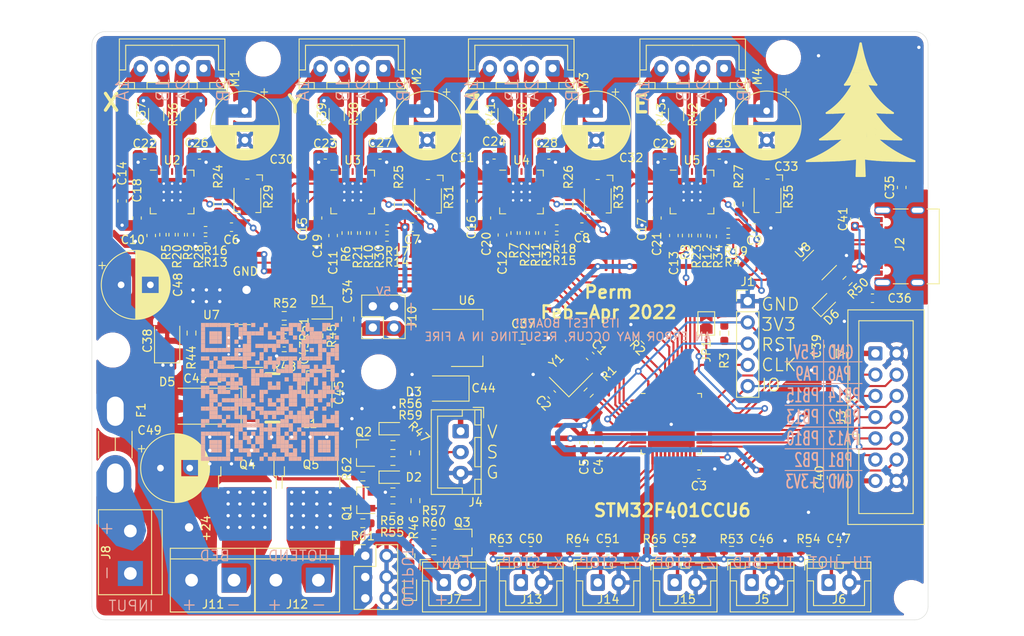
<source format=kicad_pcb>
(kicad_pcb (version 20171130) (host pcbnew "(5.1.9)-1")
  (layers (0 F.Cu signal) (31 B.Cu signal) (34 B.Paste user) (35 F.Paste user) (36 B.SilkS user) (37 F.SilkS user) (38 B.Mask user) (39 F.Mask user) (44 Edge.Cuts user))
  (net 0 "")
  (net 1 GND)
  (net 2 +24V)
  (net 3 +3V3)
  (net 4 /X_STOP)
  (net 5 /BED_THERM)
  (net 6 /Y_STOP)
  (net 7 /HOTEND_THERM)
  (net 8 /Z_STOP)
  (net 9 /SPI_MISO)
  (net 10 /SPI_SCK)
  (net 11 /SPI_MOSI)
  (net 12 /ENC_B)
  (net 13 /ENC_A)
  (net 14 /BED_MOSFET)
  (net 15 /HOTEND_MOSFET)
  (net 16 /E_SLEEP)
  (net 17 /E_DIR)
  (net 18 /E_STEP)
  (net 19 /Z_SLEEP)
  (net 20 /Z_DIR)
  (net 21 /Z_STEP)
  (net 22 /Y_SLEEP)
  (net 23 /Y_DIR)
  (net 24 /Y_STEP)
  (net 25 /X_SLEEP)
  (net 26 /X_DIR)
  (net 27 /X_STEP)
  (net 28 "Net-(U5-Pad7)")
  (net 29 "Net-(M1-Pad4)")
  (net 30 "Net-(M1-Pad3)")
  (net 31 "Net-(M1-Pad2)")
  (net 32 "Net-(M1-Pad1)")
  (net 33 "Net-(M2-Pad4)")
  (net 34 "Net-(M2-Pad3)")
  (net 35 "Net-(M2-Pad2)")
  (net 36 "Net-(M2-Pad1)")
  (net 37 "Net-(C17-Pad2)")
  (net 38 "Net-(M3-Pad4)")
  (net 39 "Net-(M3-Pad3)")
  (net 40 "Net-(M3-Pad2)")
  (net 41 "Net-(M3-Pad1)")
  (net 42 "Net-(F1-Pad1)")
  (net 43 "Net-(Q1-Pad1)")
  (net 44 "Net-(Q2-Pad1)")
  (net 45 "Net-(Q3-Pad1)")
  (net 46 /BOOT0)
  (net 47 "Net-(U5-Pad25)")
  (net 48 /NRST)
  (net 49 /CARD-DETECT)
  (net 50 /SPI_RESET)
  (net 51 /ENC_PUSH)
  (net 52 /SERVO)
  (net 53 "Net-(D2-Pad2)")
  (net 54 "Net-(D3-Pad2)")
  (net 55 "Net-(C18-Pad2)")
  (net 56 "Net-(C19-Pad2)")
  (net 57 "Net-(C20-Pad2)")
  (net 58 "Net-(C21-Pad2)")
  (net 59 "Net-(D1-Pad2)")
  (net 60 "Net-(J11-Pad1)")
  (net 61 "Net-(J12-Pad1)")
  (net 62 "Net-(M4-Pad4)")
  (net 63 "Net-(M4-Pad3)")
  (net 64 "Net-(M4-Pad2)")
  (net 65 "Net-(M4-Pad1)")
  (net 66 "Net-(Q1-Pad3)")
  (net 67 "Net-(Q2-Pad3)")
  (net 68 "Net-(R28-Pad2)")
  (net 69 "Net-(R30-Pad2)")
  (net 70 "Net-(R32-Pad2)")
  (net 71 "Net-(R34-Pad2)")
  (net 72 "Net-(U4-Pad25)")
  (net 73 "Net-(U4-Pad20)")
  (net 74 "Net-(U4-Pad7)")
  (net 75 "Net-(U5-Pad20)")
  (net 76 /FAN_MOSFET)
  (net 77 +5V)
  (net 78 /D+)
  (net 79 /D-)
  (net 80 /PA14)
  (net 81 /PC_CONN)
  (net 82 "Net-(D6-Pad2)")
  (net 83 "Net-(R13-Pad1)")
  (net 84 "Net-(JP1-Pad2)")
  (net 85 /CS)
  (net 86 /PH0)
  (net 87 /PH1)
  (net 88 /VCAP)
  (net 89 /CS2)
  (net 90 "Net-(C10-Pad2)")
  (net 91 "Net-(C11-Pad2)")
  (net 92 "Net-(C12-Pad2)")
  (net 93 "Net-(C13-Pad2)")
  (net 94 "Net-(C14-Pad2)")
  (net 95 "Net-(C14-Pad1)")
  (net 96 "Net-(C15-Pad2)")
  (net 97 "Net-(C15-Pad1)")
  (net 98 "Net-(C16-Pad2)")
  (net 99 "Net-(C16-Pad1)")
  (net 100 "Net-(C17-Pad1)")
  (net 101 "Net-(C35-Pad1)")
  (net 102 "Net-(C42-Pad2)")
  (net 103 "Net-(C42-Pad1)")
  (net 104 "Net-(C43-Pad2)")
  (net 105 "Net-(C43-Pad1)")
  (net 106 "Net-(D4-Pad2)")
  (net 107 "Net-(J2-PadB5)")
  (net 108 "Net-(J2-PadA6)")
  (net 109 "Net-(J2-PadA8)")
  (net 110 "Net-(J2-PadA5)")
  (net 111 "Net-(J2-PadB8)")
  (net 112 "Net-(J2-PadA7)")
  (net 113 "Net-(J7-Pad2)")
  (net 114 "Net-(R9-Pad1)")
  (net 115 "Net-(R10-Pad1)")
  (net 116 "Net-(R11-Pad1)")
  (net 117 "Net-(R12-Pad1)")
  (net 118 "Net-(R14-Pad1)")
  (net 119 "Net-(R15-Pad1)")
  (net 120 "Net-(R20-Pad1)")
  (net 121 "Net-(R21-Pad1)")
  (net 122 "Net-(R22-Pad1)")
  (net 123 "Net-(R23-Pad1)")
  (net 124 "Net-(R24-Pad1)")
  (net 125 "Net-(R25-Pad1)")
  (net 126 "Net-(R26-Pad1)")
  (net 127 "Net-(R27-Pad1)")
  (net 128 "Net-(R36-Pad2)")
  (net 129 "Net-(R37-Pad2)")
  (net 130 "Net-(R38-Pad2)")
  (net 131 "Net-(R39-Pad2)")
  (net 132 "Net-(R40-Pad2)")
  (net 133 "Net-(R41-Pad2)")
  (net 134 "Net-(R42-Pad2)")
  (net 135 "Net-(R43-Pad2)")
  (net 136 "Net-(R44-Pad1)")
  (net 137 "Net-(R51-Pad2)")
  (net 138 "Net-(U1-Pad1)")
  (net 139 "Net-(U2-Pad25)")
  (net 140 "Net-(U2-Pad20)")
  (net 141 "Net-(U2-Pad7)")
  (net 142 "Net-(U3-Pad25)")
  (net 143 "Net-(U3-Pad20)")
  (net 144 "Net-(U3-Pad7)")
  (net 145 "Net-(U7-Pad2)")
  (module Footprints:spruce_fill (layer F.Cu) (at 121.75 103.25)
    (fp_text reference REF** hide)
    (fp_text value spruce_fill)
  )
  (module Potentiometer_SMD:Potentiometer_Bourns_TC33X_Vertical (layer F.Cu) (at 90.4 112.9 270)
    (fp_text reference R33 (at 0 -2.5 90) (layer F.SilkS))
    (fp_text value 10k)
    (pad 2 smd rect (at 1.45 0 270) (size 1.5 1.6) (layers F.Cu F.Paste F.Mask) (net 126 "Net-(R26-Pad1)"))
    (pad 3 smd rect (at -1.8 1 270) (size 1.2 1.2) (layers F.Cu F.Paste F.Mask))
    (pad 1 smd rect (at -1.8 -1 270) (size 1.2 1.2) (layers F.Cu F.Paste F.Mask) (net 1 GND))
  )
  (module Potentiometer_SMD:Potentiometer_Bourns_TC33X_Vertical (layer F.Cu) (at 70.1 112.9 270)
    (fp_text reference R31 (at 0 -2.5 90) (layer F.SilkS))
    (fp_text value 10k)
    (pad 2 smd rect (at 1.45 0 270) (size 1.5 1.6) (layers F.Cu F.Paste F.Mask) (net 125 "Net-(R25-Pad1)"))
    (pad 3 smd rect (at -1.8 1 270) (size 1.2 1.2) (layers F.Cu F.Paste F.Mask))
    (pad 1 smd rect (at -1.8 -1 270) (size 1.2 1.2) (layers F.Cu F.Paste F.Mask) (net 1 GND))
  )
  (module Potentiometer_SMD:Potentiometer_Bourns_TC33X_Vertical (layer F.Cu) (at 48.5 112.85 270)
    (fp_text reference R29 (at 0 -2.5 90) (layer F.SilkS))
    (fp_text value 10k)
    (pad 2 smd rect (at 1.45 0 270) (size 1.5 1.6) (layers F.Cu F.Paste F.Mask) (net 124 "Net-(R24-Pad1)"))
    (pad 3 smd rect (at -1.8 1 270) (size 1.2 1.2) (layers F.Cu F.Paste F.Mask))
    (pad 1 smd rect (at -1.8 -1 270) (size 1.2 1.2) (layers F.Cu F.Paste F.Mask) (net 1 GND))
  )
  (module Potentiometer_SMD:Potentiometer_Bourns_TC33X_Vertical (layer F.Cu) (at 110.7 112.85 270)
    (fp_text reference R35 (at 0 -2.5 90) (layer F.SilkS))
    (fp_text value 10k)
    (pad 2 smd rect (at 1.45 0 270) (size 1.5 1.6) (layers F.Cu F.Paste F.Mask) (net 127 "Net-(R27-Pad1)"))
    (pad 3 smd rect (at -1.8 1 270) (size 1.2 1.2) (layers F.Cu F.Paste F.Mask))
    (pad 1 smd rect (at -1.8 -1 270) (size 1.2 1.2) (layers F.Cu F.Paste F.Mask) (net 1 GND))
  )
  (module Package_DFN_QFN:QFN-48-1EP_7x7mm_P0.5mm_EP5.6x5.6mm (layer F.Cu) (at 99.2 140)
    (fp_text reference U1 hide)
    (fp_text value STM32F401CCUx)
    (pad 49 smd rect (at 0 0) (size 5.6 5.6) (layers F.Cu F.Mask) (net 1 GND))
    (pad 48 smd roundrect (at -2.75 -3.95) (size 0.3 1.9) (layers F.Cu F.Paste F.Mask) (net 3 +3V3))
    (pad 47 smd roundrect (at -2.25 -3.95) (size 0.3 1.9) (layers F.Cu F.Paste F.Mask) (net 1 GND))
    (pad 46 smd roundrect (at -1.75 -3.95) (size 0.3 1.9) (layers F.Cu F.Paste F.Mask) (net 22 /Y_SLEEP))
    (pad 45 smd roundrect (at -1.25 -3.95) (size 0.3 1.9) (layers F.Cu F.Paste F.Mask) (net 24 /Y_STEP))
    (pad 44 smd roundrect (at -0.75 -3.95) (size 0.3 1.9) (layers F.Cu F.Paste F.Mask) (net 46 /BOOT0))
    (pad 43 smd roundrect (at -0.25 -3.95) (size 0.3 1.9) (layers F.Cu F.Paste F.Mask) (net 23 /Y_DIR))
    (pad 42 smd roundrect (at 0.25 -3.95) (size 0.3 1.9) (layers F.Cu F.Paste F.Mask) (net 19 /Z_SLEEP))
    (pad 41 smd roundrect (at 0.75 -3.95) (size 0.3 1.9) (layers F.Cu F.Paste F.Mask) (net 21 /Z_STEP))
    (pad 40 smd roundrect (at 1.25 -3.95) (size 0.3 1.9) (layers F.Cu F.Paste F.Mask) (net 20 /Z_DIR))
    (pad 39 smd roundrect (at 1.75 -3.95) (size 0.3 1.9) (layers F.Cu F.Paste F.Mask) (net 16 /E_SLEEP))
    (pad 38 smd roundrect (at 2.25 -3.95) (size 0.3 1.9) (layers F.Cu F.Paste F.Mask) (net 18 /E_STEP))
    (pad 37 smd roundrect (at 2.75 -3.95) (size 0.3 1.9) (layers F.Cu F.Paste F.Mask) (net 80 /PA14))
    (pad 36 smd roundrect (at 3.95 -2.75) (size 1.9 0.3) (layers F.Cu F.Paste F.Mask) (net 3 +3V3))
    (pad 35 smd roundrect (at 3.95 -2.25) (size 1.9 0.3) (layers F.Cu F.Paste F.Mask) (net 1 GND))
    (pad 34 smd roundrect (at 3.95 -1.75) (size 1.9 0.3) (layers F.Cu F.Paste F.Mask) (net 89 /CS2))
    (pad 33 smd roundrect (at 3.95 -1.25) (size 1.9 0.3) (layers F.Cu F.Paste F.Mask) (net 78 /D+))
    (pad 32 smd roundrect (at 3.95 -0.75) (size 1.9 0.3) (layers F.Cu F.Paste F.Mask) (net 79 /D-))
    (pad 31 smd roundrect (at 3.95 -0.25) (size 1.9 0.3) (layers F.Cu F.Paste F.Mask) (net 17 /E_DIR))
    (pad 30 smd roundrect (at 3.95 0.25) (size 1.9 0.3) (layers F.Cu F.Paste F.Mask) (net 49 /CARD-DETECT))
    (pad 29 smd roundrect (at 3.95 0.75) (size 1.9 0.3) (layers F.Cu F.Paste F.Mask) (net 50 /SPI_RESET))
    (pad 28 smd roundrect (at 3.95 1.25) (size 1.9 0.3) (layers F.Cu F.Paste F.Mask) (net 11 /SPI_MOSI))
    (pad 27 smd roundrect (at 3.95 1.75) (size 1.9 0.3) (layers F.Cu F.Paste F.Mask) (net 9 /SPI_MISO))
    (pad 26 smd roundrect (at 3.95 2.25) (size 1.9 0.3) (layers F.Cu F.Paste F.Mask) (net 10 /SPI_SCK))
    (pad 25 smd roundrect (at 3.95 2.75) (size 1.9 0.3) (layers F.Cu F.Paste F.Mask) (net 85 /CS))
    (pad 24 smd roundrect (at 2.75 3.95) (size 0.3 1.9) (layers F.Cu F.Paste F.Mask) (net 3 +3V3))
    (pad 23 smd roundrect (at 2.25 3.95) (size 0.3 1.9) (layers F.Cu F.Paste F.Mask) (net 1 GND))
    (pad 22 smd roundrect (at 1.75 3.95) (size 0.3 1.9) (layers F.Cu F.Paste F.Mask) (net 88 /VCAP))
    (pad 21 smd roundrect (at 1.25 3.95) (size 0.3 1.9) (layers F.Cu F.Paste F.Mask) (net 51 /ENC_PUSH))
    (pad 20 smd roundrect (at 0.75 3.95) (size 0.3 1.9) (layers F.Cu F.Paste F.Mask) (net 13 /ENC_A))
    (pad 19 smd roundrect (at 0.25 3.95) (size 0.3 1.9) (layers F.Cu F.Paste F.Mask) (net 12 /ENC_B))
    (pad 18 smd roundrect (at -0.25 3.95) (size 0.3 1.9) (layers F.Cu F.Paste F.Mask) (net 7 /HOTEND_THERM))
    (pad 17 smd roundrect (at -0.75 3.95) (size 0.3 1.9) (layers F.Cu F.Paste F.Mask) (net 5 /BED_THERM))
    (pad 16 smd roundrect (at -1.25 3.95) (size 0.3 1.9) (layers F.Cu F.Paste F.Mask) (net 8 /Z_STOP))
    (pad 15 smd roundrect (at -1.75 3.95) (size 0.3 1.9) (layers F.Cu F.Paste F.Mask) (net 6 /Y_STOP))
    (pad 14 smd roundrect (at -2.25 3.95) (size 0.3 1.9) (layers F.Cu F.Paste F.Mask) (net 4 /X_STOP))
    (pad 13 smd roundrect (at -2.75 3.95) (size 0.3 1.9) (layers F.Cu F.Paste F.Mask) (net 76 /FAN_MOSFET))
    (pad 12 smd roundrect (at -3.95 2.75) (size 1.9 0.3) (layers F.Cu F.Paste F.Mask) (net 14 /BED_MOSFET))
    (pad 11 smd roundrect (at -3.95 2.25) (size 1.9 0.3) (layers F.Cu F.Paste F.Mask) (net 15 /HOTEND_MOSFET))
    (pad 10 smd roundrect (at -3.95 1.75) (size 1.9 0.3) (layers F.Cu F.Paste F.Mask) (net 52 /SERVO))
    (pad 9 smd roundrect (at -3.95 1.25) (size 1.9 0.3) (layers F.Cu F.Paste F.Mask) (net 3 +3V3))
    (pad 8 smd roundrect (at -3.95 0.75) (size 1.9 0.3) (layers F.Cu F.Paste F.Mask) (net 1 GND))
    (pad 7 smd roundrect (at -3.95 0.25) (size 1.9 0.3) (layers F.Cu F.Paste F.Mask) (net 48 /NRST))
    (pad 6 smd roundrect (at -3.95 -0.25) (size 1.9 0.3) (layers F.Cu F.Paste F.Mask) (net 87 /PH1))
    (pad 5 smd roundrect (at -3.95 -0.75) (size 1.9 0.3) (layers F.Cu F.Paste F.Mask) (net 86 /PH0))
    (pad 4 smd roundrect (at -3.95 -1.25) (size 1.9 0.3) (layers F.Cu F.Paste F.Mask) (net 25 /X_SLEEP))
    (pad 3 smd roundrect (at -3.95 -1.75) (size 1.9 0.3) (layers F.Cu F.Paste F.Mask) (net 27 /X_STEP))
    (pad 2 smd roundrect (at -3.95 -2.25) (size 1.9 0.3) (layers F.Cu F.Paste F.Mask) (net 26 /X_DIR))
    (pad 1 smd roundrect (at -3.95 -2.75) (size 1.9 0.3) (layers F.Cu F.Paste F.Mask) (net 138 "Net-(U1-Pad1)"))
  )
  (module Capacitor_SMD:C_0603_1608Metric_Pad1.08x0.95mm_HandSolder (layer F.Cu) (at 123.25 125 180)
    (fp_text reference C36 (at -3.25 0) (layer F.SilkS))
    (fp_text value 1n)
    (pad 2 smd roundrect (at 0.8625 0 180) (size 1.075 0.95) (layers F.Cu F.Paste F.Mask) (net 1 GND))
    (pad 1 smd roundrect (at -0.8625 0 180) (size 1.075 0.95) (layers F.Cu F.Paste F.Mask) (net 101 "Net-(C35-Pad1)"))
  )
  (module Capacitor_SMD:C_0603_1608Metric_Pad1.08x0.95mm_HandSolder (layer F.Cu) (at 126.75 111.75 90)
    (fp_text reference C35 (at 0 -1.43 90) (layer F.SilkS))
    (fp_text value 1n)
    (pad 2 smd roundrect (at 0.8625 0 90) (size 1.075 0.95) (layers F.Cu F.Paste F.Mask) (net 1 GND))
    (pad 1 smd roundrect (at -0.8625 0 90) (size 1.075 0.95) (layers F.Cu F.Paste F.Mask) (net 101 "Net-(C35-Pad1)"))
  )
  (module Footprints:QR_signed (layer B.Cu) (at 51.2 136.2)
    (fp_text reference QR***** hide)
    (fp_text value QR_signed hide)
  )
  (module Connector_PinHeader_2.54mm:PinHeader_2x02_P2.54mm_Vertical (layer F.Cu) (at 63.5 128.5 90)
    (fp_text reference J10 (at 1.27 4.7 90) (layer F.SilkS))
    (fp_text value 5V)
    (pad 4 thru_hole oval (at 2.54 2.54 90) (size 1.7 1.7) (drill 1) (layers *.Cu *.Mask) (net 1 GND))
    (pad 3 thru_hole oval (at 0 2.54 90) (size 1.7 1.7) (drill 1) (layers *.Cu *.Mask) (net 77 +5V))
    (pad 2 thru_hole oval (at 2.54 0 90) (size 1.7 1.7) (drill 1) (layers *.Cu *.Mask) (net 1 GND))
    (pad 1 thru_hole rect (at 0 0 90) (size 1.7 1.7) (drill 1) (layers *.Cu *.Mask) (net 77 +5V))
  )
  (module TestPoint:TestPoint_Loop_D1.80mm_Drill1.0mm_Beaded (layer F.Cu) (at 41.402 152.527)
    (fp_text reference GND hide)
    (fp_text value TestPoint_Loop_D1.80mm_Drill1.0mm_Beaded)
    (pad 1 thru_hole circle (at 0.127 -0.127) (size 2 2) (drill 1) (layers *.Cu F.Mask) (net 2 +24V))
  )
  (module MountingHole:MountingHole_3.2mm_M3_ISO14580 (layer F.Cu) (at 64.2 133.8)
    (fp_text reference REF** hide)
    (fp_text value MountingHole_3.2mm_M3_ISO14580)
    (pad 1 np_thru_hole circle (at 0 0) (size 3.2 3.2) (drill 3.2) (layers *.Cu *.Mask))
  )
  (module Package_TO_SOT_SMD:SOT-23-6 (layer F.Cu) (at 116.713 121.031 225)
    (fp_text reference U8 (at 0 2.514472 45) (layer F.SilkS))
    (fp_text value USBLC6-2SC6)
    (pad 5 smd rect (at 1.1 0 225) (size 1.06 0.65) (layers F.Cu F.Paste F.Mask) (net 81 /PC_CONN))
    (pad 6 smd rect (at 1.1 -0.95 225) (size 1.06 0.65) (layers F.Cu F.Paste F.Mask) (net 79 /D-))
    (pad 4 smd rect (at 1.1 0.95 225) (size 1.06 0.65) (layers F.Cu F.Paste F.Mask) (net 78 /D+))
    (pad 3 smd rect (at -1.1 0.95 225) (size 1.06 0.65) (layers F.Cu F.Paste F.Mask) (net 108 "Net-(J2-PadA6)"))
    (pad 2 smd rect (at -1.1 0 225) (size 1.06 0.65) (layers F.Cu F.Paste F.Mask) (net 1 GND))
    (pad 1 smd rect (at -1.1 -0.95 225) (size 1.06 0.65) (layers F.Cu F.Paste F.Mask) (net 112 "Net-(J2-PadA7)"))
  )
  (module Capacitor_SMD:C_0603_1608Metric_Pad1.08x0.95mm_HandSolder (layer F.Cu) (at 121.158 115.537499 90)
    (fp_text reference C41 (at 0 -1.43 90) (layer F.SilkS))
    (fp_text value 1u)
    (pad 2 smd roundrect (at 0.8625 0 90) (size 1.075 0.95) (layers F.Cu F.Paste F.Mask) (net 1 GND))
    (pad 1 smd roundrect (at -0.8625 0 90) (size 1.075 0.95) (layers F.Cu F.Paste F.Mask) (net 81 /PC_CONN))
  )
  (module Resistor_SMD:R_0603_1608Metric_Pad0.98x0.95mm_HandSolder (layer F.Cu) (at 120.269 122.936 225)
    (fp_text reference R50 (at -0.269408 -1.526644 45) (layer F.SilkS))
    (fp_text value 1k)
    (pad 2 smd roundrect (at 0.9125 0 225) (size 0.975 0.95) (layers F.Cu F.Paste F.Mask) (net 82 "Net-(D6-Pad2)"))
    (pad 1 smd roundrect (at -0.9125 0 225) (size 0.975 0.95) (layers F.Cu F.Paste F.Mask) (net 81 /PC_CONN))
  )
  (module LED_SMD:LED_0603_1608Metric_Pad1.05x0.95mm_HandSolder (layer F.Cu) (at 117.744408 125.513197 45)
    (fp_text reference D6 (at -0.792816 1.669051 45) (layer F.SilkS))
    (fp_text value LED)
    (pad 2 smd roundrect (at 0.875 0 45) (size 1.05 0.95) (layers F.Cu F.Paste F.Mask) (net 82 "Net-(D6-Pad2)"))
    (pad 1 smd roundrect (at -0.875 0 45) (size 1.05 0.95) (layers F.Cu F.Paste F.Mask) (net 1 GND))
  )
  (module Connector_PinHeader_2.54mm:PinHeader_1x05_P2.54mm_Vertical (layer F.Cu) (at 108.331 125.349)
    (fp_text reference J1 (at 0 -2.33) (layer F.SilkS))
    (fp_text value SWD)
    (pad 5 thru_hole oval (at 0 10.16) (size 1.7 1.7) (drill 1) (layers *.Cu *.Mask) (net 89 /CS2))
    (pad 4 thru_hole oval (at 0 7.62) (size 1.7 1.7) (drill 1) (layers *.Cu *.Mask) (net 80 /PA14))
    (pad 3 thru_hole oval (at 0 5.08) (size 1.7 1.7) (drill 1) (layers *.Cu *.Mask) (net 48 /NRST))
    (pad 2 thru_hole oval (at 0 2.54) (size 1.7 1.7) (drill 1) (layers *.Cu *.Mask) (net 3 +3V3))
    (pad 1 thru_hole rect (at 0 0) (size 1.7 1.7) (drill 1) (layers *.Cu *.Mask) (net 1 GND))
  )
  (module Connector_USB:USB_C_Receptacle_Palconn_UTC16-G (layer F.Cu) (at 126.4 118.8 90)
    (fp_text reference J2 (at 0.254 0.127 270) (layer F.SilkS))
    (fp_text value USB_C_Receptacle_USB2.0)
    (pad A12 smd rect (at 3.2 -2.51 90) (size 0.6 1.16) (layers F.Cu F.Paste F.Mask) (net 1 GND))
    (pad A9 smd rect (at 2.4 -2.51 90) (size 0.6 1.16) (layers F.Cu F.Paste F.Mask) (net 81 /PC_CONN))
    (pad B1 smd rect (at 3.2 -2.51 90) (size 0.6 1.16) (layers F.Cu F.Paste F.Mask) (net 1 GND))
    (pad B4 smd rect (at 2.4 -2.51 90) (size 0.6 1.16) (layers F.Cu F.Paste F.Mask) (net 81 /PC_CONN))
    (pad B12 smd rect (at -3.2 -2.51 90) (size 0.6 1.16) (layers F.Cu F.Paste F.Mask) (net 1 GND))
    (pad A1 smd rect (at -3.2 -2.51 90) (size 0.6 1.16) (layers F.Cu F.Paste F.Mask) (net 1 GND))
    (pad B9 smd rect (at -2.4 -2.51 90) (size 0.6 1.16) (layers F.Cu F.Paste F.Mask) (net 81 /PC_CONN))
    (pad A4 smd rect (at -2.4 -2.51 90) (size 0.6 1.16) (layers F.Cu F.Paste F.Mask) (net 81 /PC_CONN))
    (pad "" np_thru_hole circle (at -2.89 -1.45 270) (size 0.6 0.6) (drill 0.6) (layers *.Cu *.Mask))
    (pad "" np_thru_hole circle (at 2.89 -1.45 270) (size 0.6 0.6) (drill 0.6) (layers *.Cu *.Mask))
    (pad B5 smd rect (at 1.75 -2.51 270) (size 0.3 1.16) (layers F.Cu F.Paste F.Mask) (net 107 "Net-(J2-PadB5)"))
    (pad B6 smd rect (at 0.75 -2.51 270) (size 0.3 1.16) (layers F.Cu F.Paste F.Mask) (net 108 "Net-(J2-PadA6)"))
    (pad A8 smd rect (at 1.25 -2.51 270) (size 0.3 1.16) (layers F.Cu F.Paste F.Mask) (net 109 "Net-(J2-PadA8)"))
    (pad A5 smd rect (at -1.25 -2.51 270) (size 0.3 1.16) (layers F.Cu F.Paste F.Mask) (net 110 "Net-(J2-PadA5)"))
    (pad B8 smd rect (at -1.75 -2.51 270) (size 0.3 1.16) (layers F.Cu F.Paste F.Mask) (net 111 "Net-(J2-PadB8)"))
    (pad A7 smd rect (at 0.25 -2.51 270) (size 0.3 1.16) (layers F.Cu F.Paste F.Mask) (net 112 "Net-(J2-PadA7)"))
    (pad A6 smd rect (at -0.25 -2.51 270) (size 0.3 1.16) (layers F.Cu F.Paste F.Mask) (net 108 "Net-(J2-PadA6)"))
    (pad B7 smd rect (at -0.75 -2.51 270) (size 0.3 1.16) (layers F.Cu F.Paste F.Mask) (net 112 "Net-(J2-PadA7)"))
    (pad S1 thru_hole oval (at 4.32 2.24 180) (size 1.7 0.9) (drill oval 1.4 0.6) (layers *.Cu *.Mask) (net 101 "Net-(C35-Pad1)"))
    (pad S1 thru_hole oval (at -4.32 2.24 180) (size 1.7 0.9) (drill oval 1.4 0.6) (layers *.Cu *.Mask) (net 101 "Net-(C35-Pad1)"))
    (pad S1 thru_hole oval (at 4.32 -1.93 180) (size 2 0.9) (drill oval 1.7 0.6) (layers *.Cu *.Mask) (net 101 "Net-(C35-Pad1)"))
    (pad S1 thru_hole oval (at -4.32 -1.93 180) (size 2 0.9) (drill oval 1.7 0.6) (layers *.Cu *.Mask) (net 101 "Net-(C35-Pad1)"))
  )
  (module Capacitor_SMD:C_0603_1608Metric_Pad1.08x0.95mm_HandSolder (layer F.Cu) (at 102.489 146.05)
    (fp_text reference C3 (at 0 1.397) (layer F.SilkS))
    (fp_text value 4u7)
    (pad 2 smd roundrect (at 0.8625 0) (size 1.075 0.95) (layers F.Cu F.Paste F.Mask) (net 1 GND))
    (pad 1 smd roundrect (at -0.8625 0) (size 1.075 0.95) (layers F.Cu F.Paste F.Mask) (net 88 /VCAP))
  )
  (module TestPoint:TestPoint_Loop_D1.80mm_Drill1.0mm_Beaded (layer F.Cu) (at 48.4 124)
    (fp_text reference GND hide)
    (fp_text value TestPoint_Loop_D1.80mm_Drill1.0mm_Beaded)
    (pad 1 thru_hole circle (at 0 0) (size 2 2) (drill 1) (layers *.Cu *.Mask) (net 1 GND))
  )
  (module Jumper:SolderJumper-2_P1.3mm_Open_TrianglePad1.0x1.5mm (layer F.Cu) (at 103.378 128.016 90)
    (fp_text reference JP1 (at -3.302 0 90) (layer F.SilkS))
    (fp_text value UART)
    (pad 1 smd custom (at -0.725 0 90) (size 0.3 0.3) (layers F.Cu F.Mask) (net 80 /PA14) (options (clearance outline) (anchor rect)) (primitives (gr_poly (pts (xy -0.5 -0.75) (xy 0.5 -0.75) (xy 1 0) (xy 0.5 0.75) (xy -0.5 0.75)) (width 0))))
    (pad 2 smd custom (at 0.725 0 90) (size 0.3 0.3) (layers F.Cu F.Mask) (net 84 "Net-(JP1-Pad2)") (options (clearance outline) (anchor rect)) (primitives (gr_poly (pts (xy -0.65 -0.75) (xy 0.5 -0.75) (xy 0.5 0.75) (xy -0.65 0.75) (xy -0.15 0)) (width 0))))
  )
  (module Resistor_SMD:R_0402_1005Metric_Pad0.72x0.64mm_HandSolder (layer F.Cu) (at 104.2 117.6 90)
    (fp_text reference R34 (at -2.4 0.6 90) (layer F.SilkS))
    (fp_text value 10k)
    (pad 2 smd roundrect (at 0.5975 0 90) (size 0.715 0.64) (layers F.Cu F.Paste F.Mask) (net 71 "Net-(R34-Pad2)"))
    (pad 1 smd roundrect (at -0.5975 0 90) (size 0.715 0.64) (layers F.Cu F.Paste F.Mask) (net 1 GND))
  )
  (module Resistor_SMD:R_0402_1005Metric_Pad0.72x0.64mm_HandSolder (layer F.Cu) (at 106 117 180)
    (fp_text reference R19 (at -0.9 -2.4) (layer F.SilkS))
    (fp_text value 10k)
    (pad 2 smd roundrect (at 0.5975 0 180) (size 0.715 0.64) (layers F.Cu F.Paste F.Mask) (net 84 "Net-(JP1-Pad2)"))
    (pad 1 smd roundrect (at -0.5975 0 180) (size 0.715 0.64) (layers F.Cu F.Paste F.Mask) (net 3 +3V3))
  )
  (module Resistor_SMD:R_0402_1005Metric_Pad0.72x0.64mm_HandSolder (layer F.Cu) (at 83.7 117.2 90)
    (fp_text reference R32 (at -2.6 0.6 90) (layer F.SilkS))
    (fp_text value 10k)
    (pad 2 smd roundrect (at 0.5975 0 90) (size 0.715 0.64) (layers F.Cu F.Paste F.Mask) (net 70 "Net-(R32-Pad2)"))
    (pad 1 smd roundrect (at -0.5975 0 90) (size 0.715 0.64) (layers F.Cu F.Paste F.Mask) (net 1 GND))
  )
  (module Resistor_SMD:R_0402_1005Metric_Pad0.72x0.64mm_HandSolder (layer F.Cu) (at 85.5 116.6 180)
    (fp_text reference R18 (at -0.9 -2.5) (layer F.SilkS))
    (fp_text value 10k)
    (pad 2 smd roundrect (at 0.5975 0 180) (size 0.715 0.64) (layers F.Cu F.Paste F.Mask) (net 119 "Net-(R15-Pad1)"))
    (pad 1 smd roundrect (at -0.5975 0 180) (size 0.715 0.64) (layers F.Cu F.Paste F.Mask) (net 3 +3V3))
  )
  (module Resistor_SMD:R_0402_1005Metric_Pad0.72x0.64mm_HandSolder (layer F.Cu) (at 63.5 117.2 90)
    (fp_text reference R30 (at -2.8 0.8 90) (layer F.SilkS))
    (fp_text value 10k)
    (pad 2 smd roundrect (at 0.5975 0 90) (size 0.715 0.64) (layers F.Cu F.Paste F.Mask) (net 69 "Net-(R30-Pad2)"))
    (pad 1 smd roundrect (at -0.5975 0 90) (size 0.715 0.64) (layers F.Cu F.Paste F.Mask) (net 1 GND))
  )
  (module Resistor_SMD:R_0402_1005Metric_Pad0.72x0.64mm_HandSolder (layer F.Cu) (at 65.2 116.6 180)
    (fp_text reference R17 (at -1.2 -2.8) (layer F.SilkS))
    (fp_text value 10k)
    (pad 2 smd roundrect (at 0.5975 0 180) (size 0.715 0.64) (layers F.Cu F.Paste F.Mask) (net 118 "Net-(R14-Pad1)"))
    (pad 1 smd roundrect (at -0.5975 0 180) (size 0.715 0.64) (layers F.Cu F.Paste F.Mask) (net 3 +3V3))
  )
  (module Resistor_SMD:R_0402_1005Metric_Pad0.72x0.64mm_HandSolder (layer F.Cu) (at 102 117.5 270)
    (fp_text reference R23 (at 2.5 -0.2 90) (layer F.SilkS))
    (fp_text value 10k)
    (pad 2 smd roundrect (at 0.5975 0 270) (size 0.715 0.64) (layers F.Cu F.Paste F.Mask) (net 3 +3V3))
    (pad 1 smd roundrect (at -0.5975 0 270) (size 0.715 0.64) (layers F.Cu F.Paste F.Mask) (net 123 "Net-(R23-Pad1)"))
  )
  (module Resistor_SMD:R_0402_1005Metric_Pad0.72x0.64mm_HandSolder (layer F.Cu) (at 100.9 117.5 270)
    (fp_text reference R8 (at 2 0 90) (layer F.SilkS))
    (fp_text value 10k)
    (pad 2 smd roundrect (at 0.5975 0 270) (size 0.715 0.64) (layers F.Cu F.Paste F.Mask) (net 16 /E_SLEEP))
    (pad 1 smd roundrect (at -0.5975 0 270) (size 0.715 0.64) (layers F.Cu F.Paste F.Mask) (net 3 +3V3))
  )
  (module Resistor_SMD:R_0402_1005Metric_Pad0.72x0.64mm_HandSolder (layer F.Cu) (at 103.1 117.5 270)
    (fp_text reference R12 (at 2.5 -0.4 90) (layer F.SilkS))
    (fp_text value 10k)
    (pad 2 smd roundrect (at 0.5975 0 270) (size 0.715 0.64) (layers F.Cu F.Paste F.Mask) (net 3 +3V3))
    (pad 1 smd roundrect (at -0.5975 0 270) (size 0.715 0.64) (layers F.Cu F.Paste F.Mask) (net 117 "Net-(R12-Pad1)"))
  )
  (module Resistor_SMD:R_0402_1005Metric_Pad0.72x0.64mm_HandSolder (layer F.Cu) (at 106 118.2 180)
    (fp_text reference R4 (at -0.5 -2.5) (layer F.SilkS))
    (fp_text value 10k)
    (pad 2 smd roundrect (at 0.5975 0 180) (size 0.715 0.64) (layers F.Cu F.Paste F.Mask) (net 1 GND))
    (pad 1 smd roundrect (at -0.5975 0 180) (size 0.715 0.64) (layers F.Cu F.Paste F.Mask) (net 84 "Net-(JP1-Pad2)"))
  )
  (module Resistor_SMD:R_0402_1005Metric_Pad0.72x0.64mm_HandSolder (layer F.Cu) (at 81.5 117.2 270)
    (fp_text reference R22 (at 2.6 -0.2 90) (layer F.SilkS))
    (fp_text value 10k)
    (pad 2 smd roundrect (at 0.5975 0 270) (size 0.715 0.64) (layers F.Cu F.Paste F.Mask) (net 3 +3V3))
    (pad 1 smd roundrect (at -0.5975 0 270) (size 0.715 0.64) (layers F.Cu F.Paste F.Mask) (net 122 "Net-(R22-Pad1)"))
  )
  (module Resistor_SMD:R_0402_1005Metric_Pad0.72x0.64mm_HandSolder (layer F.Cu) (at 80.4 117.2 270)
    (fp_text reference R7 (at 2.1 0 90) (layer F.SilkS))
    (fp_text value 10k)
    (pad 2 smd roundrect (at 0.5975 0 270) (size 0.715 0.64) (layers F.Cu F.Paste F.Mask) (net 19 /Z_SLEEP))
    (pad 1 smd roundrect (at -0.5975 0 270) (size 0.715 0.64) (layers F.Cu F.Paste F.Mask) (net 3 +3V3))
  )
  (module Resistor_SMD:R_0402_1005Metric_Pad0.72x0.64mm_HandSolder (layer F.Cu) (at 82.6 117.2 270)
    (fp_text reference R11 (at 2.6 -0.4 90) (layer F.SilkS))
    (fp_text value 10k)
    (pad 2 smd roundrect (at 0.5975 0 270) (size 0.715 0.64) (layers F.Cu F.Paste F.Mask) (net 3 +3V3))
    (pad 1 smd roundrect (at -0.5975 0 270) (size 0.715 0.64) (layers F.Cu F.Paste F.Mask) (net 116 "Net-(R11-Pad1)"))
  )
  (module Resistor_SMD:R_0402_1005Metric_Pad0.72x0.64mm_HandSolder (layer F.Cu) (at 85.5 117.8 180)
    (fp_text reference R15 (at -0.9 -2.7) (layer F.SilkS))
    (fp_text value 10k)
    (pad 2 smd roundrect (at 0.5975 0 180) (size 0.715 0.64) (layers F.Cu F.Paste F.Mask) (net 1 GND))
    (pad 1 smd roundrect (at -0.5975 0 180) (size 0.715 0.64) (layers F.Cu F.Paste F.Mask) (net 119 "Net-(R15-Pad1)"))
  )
  (module Resistor_SMD:R_0402_1005Metric_Pad0.72x0.64mm_HandSolder (layer F.Cu) (at 61.3 117.2 270)
    (fp_text reference R21 (at 2.8 -0.4 90) (layer F.SilkS))
    (fp_text value 10k)
    (pad 2 smd roundrect (at 0.5975 0 270) (size 0.715 0.64) (layers F.Cu F.Paste F.Mask) (net 3 +3V3))
    (pad 1 smd roundrect (at -0.5975 0 270) (size 0.715 0.64) (layers F.Cu F.Paste F.Mask) (net 121 "Net-(R21-Pad1)"))
  )
  (module Resistor_SMD:R_0402_1005Metric_Pad0.72x0.64mm_HandSolder (layer F.Cu) (at 60.2 117.2 270)
    (fp_text reference R6 (at 2.5 -0.1 90) (layer F.SilkS))
    (fp_text value 10k)
    (pad 2 smd roundrect (at 0.5975 0 270) (size 0.715 0.64) (layers F.Cu F.Paste F.Mask) (net 22 /Y_SLEEP))
    (pad 1 smd roundrect (at -0.5975 0 270) (size 0.715 0.64) (layers F.Cu F.Paste F.Mask) (net 3 +3V3))
  )
  (module Resistor_SMD:R_0402_1005Metric_Pad0.72x0.64mm_HandSolder (layer F.Cu) (at 62.4 117.2 270)
    (fp_text reference R10 (at 2.8 -0.6 90) (layer F.SilkS))
    (fp_text value 10k)
    (pad 2 smd roundrect (at 0.5975 0 270) (size 0.715 0.64) (layers F.Cu F.Paste F.Mask) (net 3 +3V3))
    (pad 1 smd roundrect (at -0.5975 0 270) (size 0.715 0.64) (layers F.Cu F.Paste F.Mask) (net 115 "Net-(R10-Pad1)"))
  )
  (module Resistor_SMD:R_0402_1005Metric_Pad0.72x0.64mm_HandSolder (layer F.Cu) (at 65.2 117.8 180)
    (fp_text reference R14 (at -1.2 -2.9) (layer F.SilkS))
    (fp_text value 10k)
    (pad 2 smd roundrect (at 0.5975 0 180) (size 0.715 0.64) (layers F.Cu F.Paste F.Mask) (net 1 GND))
    (pad 1 smd roundrect (at -0.5975 0 180) (size 0.715 0.64) (layers F.Cu F.Paste F.Mask) (net 118 "Net-(R14-Pad1)"))
  )
  (module Resistor_SMD:R_0402_1005Metric_Pad0.72x0.64mm_HandSolder (layer F.Cu) (at 41.7 117.4 90)
    (fp_text reference R28 (at -2.6 1 90) (layer F.SilkS))
    (fp_text value 10k)
    (pad 2 smd roundrect (at 0.5975 0 90) (size 0.715 0.64) (layers F.Cu F.Paste F.Mask) (net 68 "Net-(R28-Pad2)"))
    (pad 1 smd roundrect (at -0.5975 0 90) (size 0.715 0.64) (layers F.Cu F.Paste F.Mask) (net 1 GND))
  )
  (module Resistor_SMD:R_0402_1005Metric_Pad0.72x0.64mm_HandSolder (layer F.Cu) (at 43.5 116.8 180)
    (fp_text reference R16 (at -1.2 -2.5) (layer F.SilkS))
    (fp_text value 10k)
    (pad 2 smd roundrect (at 0.5975 0 180) (size 0.715 0.64) (layers F.Cu F.Paste F.Mask) (net 83 "Net-(R13-Pad1)"))
    (pad 1 smd roundrect (at -0.5975 0 180) (size 0.715 0.64) (layers F.Cu F.Paste F.Mask) (net 3 +3V3))
  )
  (module Resistor_SMD:R_0402_1005Metric_Pad0.72x0.64mm_HandSolder (layer F.Cu) (at 40.6 117.4 270)
    (fp_text reference R9 (at 2.1 -0.8 90) (layer F.SilkS))
    (fp_text value 10k)
    (pad 2 smd roundrect (at 0.5975 0 270) (size 0.715 0.64) (layers F.Cu F.Paste F.Mask) (net 3 +3V3))
    (pad 1 smd roundrect (at -0.5975 0 270) (size 0.715 0.64) (layers F.Cu F.Paste F.Mask) (net 114 "Net-(R9-Pad1)"))
  )
  (module Resistor_SMD:R_0402_1005Metric_Pad0.72x0.64mm_HandSolder (layer F.Cu) (at 43.5 118 180)
    (fp_text reference R13 (at -1.2 -2.7) (layer F.SilkS))
    (fp_text value 10k)
    (pad 2 smd roundrect (at 0.5975 0 180) (size 0.715 0.64) (layers F.Cu F.Paste F.Mask) (net 1 GND))
    (pad 1 smd roundrect (at -0.5975 0 180) (size 0.715 0.64) (layers F.Cu F.Paste F.Mask) (net 83 "Net-(R13-Pad1)"))
  )
  (module Resistor_SMD:R_0402_1005Metric_Pad0.72x0.64mm_HandSolder (layer F.Cu) (at 38.4 117.4 270)
    (fp_text reference R5 (at 2.1 -0.4 90) (layer F.SilkS))
    (fp_text value 10k)
    (pad 2 smd roundrect (at 0.5975 0 270) (size 0.715 0.64) (layers F.Cu F.Paste F.Mask) (net 25 /X_SLEEP))
    (pad 1 smd roundrect (at -0.5975 0 270) (size 0.715 0.64) (layers F.Cu F.Paste F.Mask) (net 3 +3V3))
  )
  (module Resistor_SMD:R_0402_1005Metric_Pad0.72x0.64mm_HandSolder (layer F.Cu) (at 39.5 117.4 270)
    (fp_text reference R20 (at 2.6 -0.6 90) (layer F.SilkS))
    (fp_text value 10k)
    (pad 2 smd roundrect (at 0.5975 0 270) (size 0.715 0.64) (layers F.Cu F.Paste F.Mask) (net 3 +3V3))
    (pad 1 smd roundrect (at -0.5975 0 270) (size 0.715 0.64) (layers F.Cu F.Paste F.Mask) (net 120 "Net-(R20-Pad1)"))
  )
  (module Resistor_SMD:R_0603_1608Metric_Pad0.98x0.95mm_HandSolder (layer F.Cu) (at 89.308 136.287 225)
    (fp_text reference R1 (at -3.323402 -0.070711 45) (layer F.SilkS))
    (fp_text value 1m)
    (pad 2 smd roundrect (at 0.9125 0 225) (size 0.975 0.95) (layers F.Cu F.Paste F.Mask) (net 87 /PH1))
    (pad 1 smd roundrect (at -0.9125 0 225) (size 0.975 0.95) (layers F.Cu F.Paste F.Mask) (net 86 /PH0))
  )
  (module Footprints:SDR0604 (layer F.Cu) (at 51.505951 136.912931 90)
    (fp_text reference L1 (at -3.087069 4.494049 180) (layer F.SilkS))
    (fp_text value 22u)
    (pad 2 smd roundrect (at 0 1.95 90) (size 5.8 2.1) (layers F.Cu F.Paste F.Mask) (net 77 +5V))
    (pad 1 smd roundrect (at 0 -1.95 90) (size 5.8 2.1) (layers F.Cu F.Paste F.Mask) (net 103 "Net-(C42-Pad1)"))
  )
  (module Connector_JST:JST_XH_B4B-XH-A_1x04_P2.50mm_Vertical (layer F.Cu) (at 85 97.5 180)
    (fp_text reference M3 (at -3.75 -1.5 90) (layer F.SilkS))
    (fp_text value NEMA17)
    (pad 4 thru_hole oval (at 7.5 0 180) (size 1.7 1.95) (drill 0.95) (layers *.Cu *.Mask) (net 38 "Net-(M3-Pad4)"))
    (pad 3 thru_hole oval (at 5 0 180) (size 1.7 1.95) (drill 0.95) (layers *.Cu *.Mask) (net 39 "Net-(M3-Pad3)"))
    (pad 2 thru_hole oval (at 2.5 0 180) (size 1.7 1.95) (drill 0.95) (layers *.Cu *.Mask) (net 40 "Net-(M3-Pad2)"))
    (pad 1 thru_hole roundrect (at 0 0 180) (size 1.7 1.95) (drill 0.95) (layers *.Cu *.Mask) (roundrect_rratio 0.1470588235294118) (net 41 "Net-(M3-Pad1)"))
  )
  (module Connector_JST:JST_XH_B4B-XH-A_1x04_P2.50mm_Vertical (layer F.Cu) (at 64.75 97.5 180)
    (fp_text reference M2 (at -4 -1 90) (layer F.SilkS))
    (fp_text value NEMA17)
    (pad 4 thru_hole oval (at 7.5 0 180) (size 1.7 1.95) (drill 0.95) (layers *.Cu *.Mask) (net 33 "Net-(M2-Pad4)"))
    (pad 3 thru_hole oval (at 5 0 180) (size 1.7 1.95) (drill 0.95) (layers *.Cu *.Mask) (net 34 "Net-(M2-Pad3)"))
    (pad 2 thru_hole oval (at 2.5 0 180) (size 1.7 1.95) (drill 0.95) (layers *.Cu *.Mask) (net 35 "Net-(M2-Pad2)"))
    (pad 1 thru_hole roundrect (at 0 0 180) (size 1.7 1.95) (drill 0.95) (layers *.Cu *.Mask) (roundrect_rratio 0.1470588235294118) (net 36 "Net-(M2-Pad1)"))
  )
  (module Connector_JST:JST_XH_B4B-XH-A_1x04_P2.50mm_Vertical (layer F.Cu) (at 43.25 97.5 180)
    (fp_text reference M1 (at -3.75 -1.25 90) (layer F.SilkS))
    (fp_text value NEMA17)
    (pad 4 thru_hole oval (at 7.5 0 180) (size 1.7 1.95) (drill 0.95) (layers *.Cu *.Mask) (net 29 "Net-(M1-Pad4)"))
    (pad 3 thru_hole oval (at 5 0 180) (size 1.7 1.95) (drill 0.95) (layers *.Cu *.Mask) (net 30 "Net-(M1-Pad3)"))
    (pad 2 thru_hole oval (at 2.5 0 180) (size 1.7 1.95) (drill 0.95) (layers *.Cu *.Mask) (net 31 "Net-(M1-Pad2)"))
    (pad 1 thru_hole roundrect (at 0 0 180) (size 1.7 1.95) (drill 0.95) (layers *.Cu *.Mask) (roundrect_rratio 0.1470588235294118) (net 32 "Net-(M1-Pad1)"))
  )
  (module Connector_JST:JST_XH_B4B-XH-A_1x04_P2.50mm_Vertical (layer F.Cu) (at 105.5 97.5 180)
    (fp_text reference M4 (at -4 -1 90) (layer F.SilkS))
    (fp_text value NEMA17)
    (pad 4 thru_hole oval (at 7.5 0 180) (size 1.7 1.95) (drill 0.95) (layers *.Cu *.Mask) (net 62 "Net-(M4-Pad4)"))
    (pad 3 thru_hole oval (at 5 0 180) (size 1.7 1.95) (drill 0.95) (layers *.Cu *.Mask) (net 63 "Net-(M4-Pad3)"))
    (pad 2 thru_hole oval (at 2.5 0 180) (size 1.7 1.95) (drill 0.95) (layers *.Cu *.Mask) (net 64 "Net-(M4-Pad2)"))
    (pad 1 thru_hole roundrect (at 0 0 180) (size 1.7 1.95) (drill 0.95) (layers *.Cu *.Mask) (roundrect_rratio 0.1470588235294118) (net 65 "Net-(M4-Pad1)"))
  )
  (module Resistor_SMD:R_0603_1608Metric_Pad0.98x0.95mm_HandSolder (layer F.Cu) (at 68 155.8 270)
    (fp_text reference R49 hide)
    (fp_text value 1k)
    (pad 2 smd roundrect (at 0.9125 0 270) (size 0.975 0.95) (layers F.Cu F.Paste F.Mask) (net 106 "Net-(D4-Pad2)"))
    (pad 1 smd roundrect (at -0.9125 0 270) (size 0.975 0.95) (layers F.Cu F.Paste F.Mask) (net 76 /FAN_MOSFET))
  )
  (module LED_SMD:LED_0603_1608Metric_Pad1.05x0.95mm_HandSolder (layer F.Cu) (at 68 159.474999 90)
    (fp_text reference D4 hide)
    (fp_text value LED)
    (pad 2 smd roundrect (at 0.875 0 90) (size 1.05 0.95) (layers F.Cu F.Paste F.Mask) (net 106 "Net-(D4-Pad2)"))
    (pad 1 smd roundrect (at -0.875 0 90) (size 1.05 0.95) (layers F.Cu F.Paste F.Mask) (net 1 GND))
  )
  (module Symbol:OSHW-Logo2_7.3x6mm_Copper (layer F.Cu) (at 81.8 146.2)
    (fp_text reference REF** hide)
    (fp_text value OSHW-Logo2_7.3x6mm_Copper hide)
    (fp_poly (pts (xy 0.10391 -2.757652) (xy 0.182454 -2.757222) (xy 0.239298 -2.756058) (xy 0.278105 -2.753793) (xy 0.302538 -2.75006) (xy 0.316262 -2.744494) (xy 0.32294 -2.736727) (xy 0.326236 -2.726395) (xy 0.326556 -2.725057) (xy 0.331562 -2.700921) (xy 0.340829 -2.653299) (xy 0.353392 -2.587259) (xy 0.368287 -2.507872) (xy 0.384551 -2.420204) (xy 0.385119 -2.417125) (xy 0.40141 -2.331211) (xy 0.416652 -2.255304) (xy 0.429861 -2.193955) (xy 0.440054 -2.151718) (xy 0.446248 -2.133145) (xy 0.446543 -2.132816) (xy 0.464788 -2.123747) (xy 0.502405 -2.108633) (xy 0.551271 -2.090738) (xy 0.551543 -2.090642) (xy 0.613093 -2.067507) (xy 0.685657 -2.038035) (xy 0.754057 -2.008403) (xy 0.757294 -2.006938) (xy 0.868702 -1.956374) (xy 1.115399 -2.12484) (xy 1.191077 -2.176197) (xy 1.259631 -2.222111) (xy 1.317088 -2.25997) (xy 1.359476 -2.287163) (xy 1.382825 -2.301079) (xy 1.385042 -2.302111) (xy 1.40201 -2.297516) (xy 1.433701 -2.275345) (xy 1.481352 -2.234553) (xy 1.546198 -2.174095) (xy 1.612397 -2.109773) (xy 1.676214 -2.046388) (xy 1.733329 -1.988549) (xy 1.780305 -1.939825) (xy 1.813703 -1.90379) (xy 1.830085 -1.884016) (xy 1.830694 -1.882998) (xy 1.832505 -1.869428) (xy 1.825683 -1.847267) (xy 1.80854 -1.813522) (xy 1.779393 -1.7652) (xy 1.736555 -1.699308) (xy 1.679448 -1.614483) (xy 1.628766 -1.539823) (xy 1.583461 -1.47286) (xy 1.54615 -1.417484) (xy 1.519452 -1.37758) (xy 1.505985 -1.357038) (xy 1.505137 -1.355644) (xy 1.506781 -1.335962) (xy 1.519245 -1.297707) (xy 1.540048 -1.248111) (xy 1.547462 -1.232272) (xy 1.579814 -1.16171) (xy 1.614328 -1.081647) (xy 1.642365 -1.012371) (xy 1.662568 -0.960955) (xy 1.678615 -0.921881) (xy 1.687888 -0.901459) (xy 1.689041 -0.899886) (xy 1.706096 -0.897279) (xy 1.746298 -0.890137) (xy 1.804302 -0.879477) (xy 1.874763 -0.866315) (xy 1.952335 -0.851667) (xy 2.031672 -0.836551) (xy 2.107431 -0.821982) (xy 2.174264 -0.808978) (xy 2.226828 -0.798555) (xy 2.259776 -0.79173) (xy 2.267857 -0.789801) (xy 2.276205 -0.785038) (xy 2.282506 -0.774282) (xy 2.287045 -0.753902) (xy 2.290104 -0.720266) (xy 2.291967 -0.669745) (xy 2.292918 -0.598708) (xy 2.29324 -0.503524) (xy 2.293257 -0.464508) (xy 2.293257 -0.147201) (xy 2.217057 -0.132161) (xy 2.174663 -0.124005) (xy 2.1114 -0.112101) (xy 2.034962 -0.097884) (xy 1.953043 -0.08279) (xy 1.9304 -0.078645) (xy 1.854806 -0.063947) (xy 1.788953 -0.049495) (xy 1.738366 -0.036625) (xy 1.708574 -0.026678) (xy 1.703612 -0.023713) (xy 1.691426 -0.002717) (xy 1.673953 0.037967) (xy 1.654577 0.090322) (xy 1.650734 0.1016) (xy 1.625339 0.171523) (xy 1.593817 0.250418) (xy 1.562969 0.321266) (xy 1.562817 0.321595) (xy 1.511447 0.432733) (xy 1.680399 0.681253) (xy 1.849352 0.929772) (xy 1.632429 1.147058) (xy 1.566819 1.211726) (xy 1.506979 1.268733) (xy 1.456267 1.315033) (xy 1.418046 1.347584) (xy 1.395675 1.363343) (xy 1.392466 1.364343) (xy 1.373626 1.356469) (xy 1.33518 1.334578) (xy 1.28133 1.301267) (xy 1.216276 1.259131) (xy 1.14594 1.211943) (xy 1.074555 1.16381) (xy 1.010908 1.121928) (xy 0.959041 1.088871) (xy 0.922995 1.067218) (xy 0.906867 1.059543) (xy 0.887189 1.066037) (xy 0.849875 1.08315) (xy 0.802621 1.107326) (xy 0.797612 1.110013) (xy 0.733977 1.141927) (xy 0.690341 1.157579) (xy 0.663202 1.157745) (xy 0.649057 1.143204) (xy 0.648975 1.143) (xy 0.641905 1.125779) (xy 0.625042 1.084899) (xy 0.599695 1.023525) (xy 0.567171 0.944819) (xy 0.528778 0.851947) (xy 0.485822 0.748072) (xy 0.444222 0.647502) (xy 0.398504 0.536516) (xy 0.356526 0.433703) (xy 0.319548 0.342215) (xy 0.288827 0.265201) (xy 0.265622 0.205815) (xy 0.25119 0.167209) (xy 0.246743 0.1528) (xy 0.257896 0.136272) (xy 0.287069 0.10993) (xy 0.325971 0.080887) (xy 0.436757 -0.010961) (xy 0.523351 -0.116241) (xy 0.584716 -0.232734) (xy 0.619815 -0.358224) (xy 0.627608 -0.490493) (xy 0.621943 -0.551543) (xy 0.591078 -0.678205) (xy 0.53792 -0.790059) (xy 0.465767 -0.885999) (xy 0.377917 -0.964924) (xy 0.277665 -1.02573) (xy 0.16831 -1.067313) (xy 0.053147 -1.088572) (xy -0.064525 -1.088401) (xy -0.18141 -1.065699) (xy -0.294211 -1.019362) (xy -0.399631 -0.948287) (xy -0.443632 -0.908089) (xy -0.528021 -0.804871) (xy -0.586778 -0.692075) (xy -0.620296 -0.57299) (xy -0.628965 -0.450905) (xy -0.613177 -0.329107) (xy -0.573322 -0.210884) (xy -0.509793 -0.099525) (xy -0.422979 0.001684) (xy -0.325971 0.080887) (xy -0.285563 0.111162) (xy -0.257018 0.137219) (xy -0.246743 0.152825) (xy -0.252123 0.169843) (xy -0.267425 0.2105) (xy -0.291388 0.271642) (xy -0.322756 0.350119) (xy -0.360268 0.44278) (xy -0.402667 0.546472) (xy -0.444337 0.647526) (xy -0.49031 0.758607) (xy -0.532893 0.861541) (xy -0.570779 0.953165) (xy -0.60266 1.030316) (xy -0.627229 1.089831) (xy -0.64318 1.128544) (xy -0.64909 1.143) (xy -0.663052 1.157685) (xy -0.69006 1.157642) (xy -0.733587 1.142099) (xy -0.79711 1.110284) (xy -0.797612 1.110013) (xy -0.84544 1.085323) (xy -0.884103 1.067338) (xy -0.905905 1.059614) (xy -0.906867 1.059543) (xy -0.923279 1.067378) (xy -0.959513 1.089165) (xy -1.011526 1.122328) (xy -1.075275 1.164291) (xy -1.14594 1.211943) (xy -1.217884 1.260191) (xy -1.282726 1.302151) (xy -1.336265 1.335227) (xy -1.374303 1.356821) (xy -1.392467 1.364343) (xy -1.409192 1.354457) (xy -1.44282 1.326826) (xy -1.48999 1.284495) (xy -1.547342 1.230505) (xy -1.611516 1.167899) (xy -1.632503 1.146983) (xy -1.849501 0.929623) (xy -1.684332 0.68722) (xy -1.634136 0.612781) (xy -1.590081 0.545972) (xy -1.554638 0.490665) (xy -1.530281 0.450729) (xy -1.519478 0.430036) (xy -1.519162 0.428563) (xy -1.524857 0.409058) (xy -1.540174 0.369822) (xy -1.562463 0.31743) (xy -1.578107 0.282355) (xy -1.607359 0.215201) (xy -1.634906 0.147358) (xy -1.656263 0.090034) (xy -1.662065 0.072572) (xy -1.678548 0.025938) (xy -1.69466 -0.010095) (xy -1.70351 -0.023713) (xy -1.72304 -0.032048) (xy -1.765666 -0.043863) (xy -1.825855 -0.057819) (xy -1.898078 -0.072578) (xy -1.9304 -0.078645) (xy -2.012478 -0.093727) (xy -2.091205 -0.108331) (xy -2.158891 -0.12102) (xy -2.20784 -0.130358) (xy -2.217057 -0.132161) (xy -2.293257 -0.147201) (xy -2.293257 -0.464508) (xy -2.293086 -0.568846) (xy -2.292384 -0.647787) (xy -2.290866 -0.704962) (xy -2.288251 -0.744001) (xy -2.284254 -0.768535) (xy -2.278591 -0.782195) (xy -2.27098 -0.788611) (xy -2.267857 -0.789801) (xy -2.249022 -0.79402) (xy -2.207412 -0.802438) (xy -2.14837 -0.814039) (xy -2.077243 -0.827805) (xy -1.999375 -0.84272) (xy -1.920113 -0.857768) (xy -1.844802 -0.871931) (xy -1.778787 -0.884194) (xy -1.727413 -0.893539) (xy -1.696025 -0.89895) (xy -1.689041 -0.899886) (xy -1.682715 -0.912404) (xy -1.66871 -0.945754) (xy -1.649645 -0.993623) (xy -1.642366 -1.012371) (xy -1.613004 -1.084805) (xy -1.578429 -1.16483) (xy -1.547463 -1.232272) (xy -1.524677 -1.283841) (xy -1.509518 -1.326215) (xy -1.504458 -1.352166) (xy -1.505264 -1.355644) (xy -1.515959 -1.372064) (xy -1.54038 -1.408583) (xy -1.575905 -1.461313) (xy -1.619913 -1.526365) (xy -1.669783 -1.599849) (xy -1.679644 -1.614355) (xy -1.737508 -1.700296) (xy -1.780044 -1.765739) (xy -1.808946 -1.813696) (xy -1.82591 -1.84718) (xy -1.832633 -1.869205) (xy -1.83081 -1.882783) (xy -1.830764 -1.882869) (xy -1.816414 -1.900703) (xy -1.784677 -1.935183) (xy -1.73899 -1.982732) (xy -1.682796 -2.039778) (xy -1.619532 -2.102745) (xy -1.612398 -2.109773) (xy -1.53267 -2.18698) (xy -1.471143 -2.24367) (xy -1.426579 -2.28089) (xy -1.397743 -2.299685) (xy -1.385042 -2.302111) (xy -1.366506 -2.291529) (xy -1.328039 -2.267084) (xy -1.273614 -2.231388) (xy -1.207202 -2.187053) (xy -1.132775 -2.136689) (xy -1.115399 -2.12484) (xy -0.868703 -1.956374) (xy -0.757294 -2.006938) (xy -0.689543 -2.036405) (xy -0.616817 -2.066041) (xy -0.554297 -2.08967) (xy -0.551543 -2.090642) (xy -0.50264 -2.108543) (xy -0.464943 -2.12368) (xy -0.446575 -2.13279) (xy -0.446544 -2.132816) (xy -0.440715 -2.149283) (xy -0.430808 -2.189781) (xy -0.417805 -2.249758) (xy -0.402691 -2.32466) (xy -0.386448 -2.409936) (xy -0.385119 -2.417125) (xy -0.368825 -2.504986) (xy -0.353867 -2.58474) (xy -0.341209 -2.651319) (xy -0.331814 -2.699653) (xy -0.326646 -2.724675) (xy -0.326556 -2.725057) (xy -0.323411 -2.735701) (xy -0.317296 -2.743738) (xy -0.304547 -2.749533) (xy -0.2815 -2.753453) (xy -0.244491 -2.755865) (xy -0.189856 -2.757135) (xy -0.113933 -2.757629) (xy -0.013056 -2.757714) (xy 0 -2.757714) (xy 0.10391 -2.757652)) (layer F.Cu) (width 0.01))
    (fp_poly (pts (xy 3.153595 1.966966) (xy 3.211021 2.004497) (xy 3.238719 2.038096) (xy 3.260662 2.099064) (xy 3.262405 2.147308) (xy 3.258457 2.211816) (xy 3.109686 2.276934) (xy 3.037349 2.310202) (xy 2.990084 2.336964) (xy 2.965507 2.360144) (xy 2.961237 2.382667) (xy 2.974889 2.407455) (xy 2.989943 2.423886) (xy 3.033746 2.450235) (xy 3.081389 2.452081) (xy 3.125145 2.431546) (xy 3.157289 2.390752) (xy 3.163038 2.376347) (xy 3.190576 2.331356) (xy 3.222258 2.312182) (xy 3.265714 2.295779) (xy 3.265714 2.357966) (xy 3.261872 2.400283) (xy 3.246823 2.435969) (xy 3.21528 2.476943) (xy 3.210592 2.482267) (xy 3.175506 2.51872) (xy 3.145347 2.538283) (xy 3.107615 2.547283) (xy 3.076335 2.55023) (xy 3.020385 2.550965) (xy 2.980555 2.54166) (xy 2.955708 2.527846) (xy 2.916656 2.497467) (xy 2.889625 2.464613) (xy 2.872517 2.423294) (xy 2.863238 2.367521) (xy 2.859693 2.291305) (xy 2.85941 2.252622) (xy 2.860372 2.206247) (xy 2.948007 2.206247) (xy 2.949023 2.231126) (xy 2.951556 2.2352) (xy 2.968274 2.229665) (xy 3.004249 2.215017) (xy 3.052331 2.19419) (xy 3.062386 2.189714) (xy 3.123152 2.158814) (xy 3.156632 2.131657) (xy 3.16399 2.10622) (xy 3.146391 2.080481) (xy 3.131856 2.069109) (xy 3.07941 2.046364) (xy 3.030322 2.050122) (xy 2.989227 2.077884) (xy 2.960758 2.127152) (xy 2.951631 2.166257) (xy 2.948007 2.206247) (xy 2.860372 2.206247) (xy 2.861285 2.162249) (xy 2.868196 2.095384) (xy 2.881884 2.046695) (xy 2.904096 2.010849) (xy 2.936574 1.982513) (xy 2.950733 1.973355) (xy 3.015053 1.949507) (xy 3.085473 1.948006) (xy 3.153595 1.966966)) (layer F.Cu) (width 0.01))
    (fp_poly (pts (xy 2.6526 1.958752) (xy 2.669948 1.966334) (xy 2.711356 1.999128) (xy 2.746765 2.046547) (xy 2.768664 2.097151) (xy 2.772229 2.122098) (xy 2.760279 2.156927) (xy 2.734067 2.175357) (xy 2.705964 2.186516) (xy 2.693095 2.188572) (xy 2.686829 2.173649) (xy 2.674456 2.141175) (xy 2.669028 2.126502) (xy 2.63859 2.075744) (xy 2.59452 2.050427) (xy 2.53801 2.051206) (xy 2.533825 2.052203) (xy 2.503655 2.066507) (xy 2.481476 2.094393) (xy 2.466327 2.139287) (xy 2.45725 2.204615) (xy 2.453286 2.293804) (xy 2.452914 2.341261) (xy 2.45273 2.416071) (xy 2.451522 2.467069) (xy 2.448309 2.499471) (xy 2.442109 2.518495) (xy 2.43194 2.529356) (xy 2.416819 2.537272) (xy 2.415946 2.53767) (xy 2.386828 2.549981) (xy 2.372403 2.554514) (xy 2.370186 2.540809) (xy 2.368289 2.502925) (xy 2.366847 2.445715) (xy 2.365998 2.374027) (xy 2.365829 2.321565) (xy 2.366692 2.220047) (xy 2.37007 2.143032) (xy 2.377142 2.086023) (xy 2.389088 2.044526) (xy 2.40709 2.014043) (xy 2.432327 1.99008) (xy 2.457247 1.973355) (xy 2.517171 1.951097) (xy 2.586911 1.946076) (xy 2.6526 1.958752)) (layer F.Cu) (width 0.01))
    (fp_poly (pts (xy 2.144876 1.956335) (xy 2.186667 1.975344) (xy 2.219469 1.998378) (xy 2.243503 2.024133) (xy 2.260097 2.057358) (xy 2.270577 2.1028) (xy 2.276271 2.165207) (xy 2.278507 2.249327) (xy 2.278743 2.304721) (xy 2.278743 2.520826) (xy 2.241774 2.53767) (xy 2.212656 2.549981) (xy 2.198231 2.554514) (xy 2.195472 2.541025) (xy 2.193282 2.504653) (xy 2.191942 2.451542) (xy 2.191657 2.409372) (xy 2.190434 2.348447) (xy 2.187136 2.300115) (xy 2.182321 2.270518) (xy 2.178496 2.264229) (xy 2.152783 2.270652) (xy 2.112418 2.287125) (xy 2.065679 2.309458) (xy 2.020845 2.333457) (xy 1.986193 2.35493) (xy 1.970002 2.369685) (xy 1.969938 2.369845) (xy 1.97133 2.397152) (xy 1.983818 2.423219) (xy 2.005743 2.444392) (xy 2.037743 2.451474) (xy 2.065092 2.450649) (xy 2.103826 2.450042) (xy 2.124158 2.459116) (xy 2.136369 2.483092) (xy 2.137909 2.487613) (xy 2.143203 2.521806) (xy 2.129047 2.542568) (xy 2.092148 2.552462) (xy 2.052289 2.554292) (xy 1.980562 2.540727) (xy 1.943432 2.521355) (xy 1.897576 2.475845) (xy 1.873256 2.419983) (xy 1.871073 2.360957) (xy 1.891629 2.305953) (xy 1.922549 2.271486) (xy 1.95342 2.252189) (xy 2.001942 2.227759) (xy 2.058485 2.202985) (xy 2.06791 2.199199) (xy 2.130019 2.171791) (xy 2.165822 2.147634) (xy 2.177337 2.123619) (xy 2.16658 2.096635) (xy 2.148114 2.075543) (xy 2.104469 2.049572) (xy 2.056446 2.047624) (xy 2.012406 2.067637) (xy 1.980709 2.107551) (xy 1.976549 2.117848) (xy 1.952327 2.155724) (xy 1.916965 2.183842) (xy 1.872343 2.206917) (xy 1.872343 2.141485) (xy 1.874969 2.101506) (xy 1.88623 2.069997) (xy 1.911199 2.036378) (xy 1.935169 2.010484) (xy 1.972441 1.973817) (xy 2.001401 1.954121) (xy 2.032505 1.94622) (xy 2.067713 1.944914) (xy 2.144876 1.956335)) (layer F.Cu) (width 0.01))
    (fp_poly (pts (xy 1.779833 1.958663) (xy 1.782048 1.99685) (xy 1.783784 2.054886) (xy 1.784899 2.12818) (xy 1.785257 2.205055) (xy 1.785257 2.465196) (xy 1.739326 2.511127) (xy 1.707675 2.539429) (xy 1.67989 2.550893) (xy 1.641915 2.550168) (xy 1.62684 2.548321) (xy 1.579726 2.542948) (xy 1.540756 2.539869) (xy 1.531257 2.539585) (xy 1.499233 2.541445) (xy 1.453432 2.546114) (xy 1.435674 2.548321) (xy 1.392057 2.551735) (xy 1.362745 2.54432) (xy 1.33368 2.521427) (xy 1.323188 2.511127) (xy 1.277257 2.465196) (xy 1.277257 1.978602) (xy 1.314226 1.961758) (xy 1.346059 1.949282) (xy 1.364683 1.944914) (xy 1.369458 1.958718) (xy 1.373921 1.997286) (xy 1.377775 2.056356) (xy 1.380722 2.131663) (xy 1.382143 2.195286) (xy 1.386114 2.445657) (xy 1.420759 2.450556) (xy 1.452268 2.447131) (xy 1.467708 2.436041) (xy 1.472023 2.415308) (xy 1.475708 2.371145) (xy 1.478469 2.309146) (xy 1.480012 2.234909) (xy 1.480235 2.196706) (xy 1.480457 1.976783) (xy 1.526166 1.960849) (xy 1.558518 1.950015) (xy 1.576115 1.944962) (xy 1.576623 1.944914) (xy 1.578388 1.958648) (xy 1.580329 1.99673) (xy 1.582282 2.054482) (xy 1.584084 2.127227) (xy 1.585343 2.195286) (xy 1.589314 2.445657) (xy 1.6764 2.445657) (xy 1.680396 2.21724) (xy 1.684392 1.988822) (xy 1.726847 1.966868) (xy 1.758192 1.951793) (xy 1.776744 1.944951) (xy 1.777279 1.944914) (xy 1.779833 1.958663)) (layer F.Cu) (width 0.01))
    (fp_poly (pts (xy 1.190117 2.065358) (xy 1.189933 2.173837) (xy 1.189219 2.257287) (xy 1.187675 2.319704) (xy 1.185001 2.365085) (xy 1.180894 2.397429) (xy 1.175055 2.420733) (xy 1.167182 2.438995) (xy 1.161221 2.449418) (xy 1.111855 2.505945) (xy 1.049264 2.541377) (xy 0.980013 2.55409) (xy 0.910668 2.542463) (xy 0.869375 2.521568) (xy 0.826025 2.485422) (xy 0.796481 2.441276) (xy 0.778655 2.383462) (xy 0.770463 2.306313) (xy 0.769302 2.249714) (xy 0.769458 2.245647) (xy 0.870857 2.245647) (xy 0.871476 2.31055) (xy 0.874314 2.353514) (xy 0.88084 2.381622) (xy 0.892523 2.401953) (xy 0.906483 2.417288) (xy 0.953365 2.44689) (xy 1.003701 2.449419) (xy 1.051276 2.424705) (xy 1.054979 2.421356) (xy 1.070783 2.403935) (xy 1.080693 2.383209) (xy 1.086058 2.352362) (xy 1.088228 2.304577) (xy 1.088571 2.251748) (xy 1.087827 2.185381) (xy 1.084748 2.141106) (xy 1.078061 2.112009) (xy 1.066496 2.091173) (xy 1.057013 2.080107) (xy 1.01296 2.052198) (xy 0.962224 2.048843) (xy 0.913796 2.070159) (xy 0.90445 2.078073) (xy 0.88854 2.095647) (xy 0.87861 2.116587) (xy 0.873278 2.147782) (xy 0.871163 2.196122) (xy 0.870857 2.245647) (xy 0.769458 2.245647) (xy 0.77281 2.158568) (xy 0.784726 2.090086) (xy 0.807135 2.0386) (xy 0.842124 1.998443) (xy 0.869375 1.977861) (xy 0.918907 1.955625) (xy 0.976316 1.945304) (xy 1.029682 1.948067) (xy 1.059543 1.959212) (xy 1.071261 1.962383) (xy 1.079037 1.950557) (xy 1.084465 1.918866) (xy 1.088571 1.870593) (xy 1.093067 1.816829) (xy 1.099313 1.784482) (xy 1.110676 1.765985) (xy 1.130528 1.75377) (xy 1.143 1.748362) (xy 1.190171 1.728601) (xy 1.190117 2.065358)) (layer F.Cu) (width 0.01))
    (fp_poly (pts (xy 0.529926 1.949755) (xy 0.595858 1.974084) (xy 0.649273 2.017117) (xy 0.670164 2.047409) (xy 0.692939 2.102994) (xy 0.692466 2.143186) (xy 0.668562 2.170217) (xy 0.659717 2.174813) (xy 0.62153 2.189144) (xy 0.602028 2.185472) (xy 0.595422 2.161407) (xy 0.595086 2.148114) (xy 0.582992 2.09921) (xy 0.551471 2.064999) (xy 0.507659 2.048476) (xy 0.458695 2.052634) (xy 0.418894 2.074227) (xy 0.40545 2.086544) (xy 0.395921 2.101487) (xy 0.389485 2.124075) (xy 0.385317 2.159328) (xy 0.382597 2.212266) (xy 0.380502 2.287907) (xy 0.37996 2.311857) (xy 0.377981 2.39379) (xy 0.375731 2.451455) (xy 0.372357 2.489608) (xy 0.367006 2.513004) (xy 0.358824 2.526398) (xy 0.346959 2.534545) (xy 0.339362 2.538144) (xy 0.307102 2.550452) (xy 0.288111 2.554514) (xy 0.281836 2.540948) (xy 0.278006 2.499934) (xy 0.2766 2.430999) (xy 0.277598 2.333669) (xy 0.277908 2.318657) (xy 0.280101 2.229859) (xy 0.282693 2.165019) (xy 0.286382 2.119067) (xy 0.291864 2.086935) (xy 0.299835 2.063553) (xy 0.310993 2.043852) (xy 0.31683 2.03541) (xy 0.350296 1.998057) (xy 0.387727 1.969003) (xy 0.392309 1.966467) (xy 0.459426 1.946443) (xy 0.529926 1.949755)) (layer F.Cu) (width 0.01))
    (fp_poly (pts (xy 0.039744 1.950968) (xy 0.096616 1.972087) (xy 0.097267 1.972493) (xy 0.13244 1.99838) (xy 0.158407 2.028633) (xy 0.17667 2.068058) (xy 0.188732 2.121462) (xy 0.196096 2.193651) (xy 0.200264 2.289432) (xy 0.200629 2.303078) (xy 0.205876 2.508842) (xy 0.161716 2.531678) (xy 0.129763 2.54711) (xy 0.11047 2.554423) (xy 0.109578 2.554514) (xy 0.106239 2.541022) (xy 0.103587 2.504626) (xy 0.101956 2.451452) (xy 0.1016 2.408393) (xy 0.101592 2.338641) (xy 0.098403 2.294837) (xy 0.087288 2.273944) (xy 0.063501 2.272925) (xy 0.022296 2.288741) (xy -0.039914 2.317815) (xy -0.085659 2.341963) (xy -0.109187 2.362913) (xy -0.116104 2.385747) (xy -0.116114 2.386877) (xy -0.104701 2.426212) (xy -0.070908 2.447462) (xy -0.019191 2.450539) (xy 0.018061 2.450006) (xy 0.037703 2.460735) (xy 0.049952 2.486505) (xy 0.057002 2.519337) (xy 0.046842 2.537966) (xy 0.043017 2.540632) (xy 0.007001 2.55134) (xy -0.043434 2.552856) (xy -0.095374 2.545759) (xy -0.132178 2.532788) (xy -0.183062 2.489585) (xy -0.211986 2.429446) (xy -0.217714 2.382462) (xy -0.213343 2.340082) (xy -0.197525 2.305488) (xy -0.166203 2.274763) (xy -0.115322 2.24399) (xy -0.040824 2.209252) (xy -0.036286 2.207288) (xy 0.030821 2.176287) (xy 0.072232 2.150862) (xy 0.089981 2.128014) (xy 0.086107 2.104745) (xy 0.062643 2.078056) (xy 0.055627 2.071914) (xy 0.00863 2.0481) (xy -0.040067 2.049103) (xy -0.082478 2.072451) (xy -0.110616 2.115675) (xy -0.113231 2.12416) (xy -0.138692 2.165308) (xy -0.170999 2.185128) (xy -0.217714 2.20477) (xy -0.217714 2.15395) (xy -0.203504 2.080082) (xy -0.161325 2.012327) (xy -0.139376 1.989661) (xy -0.089483 1.960569) (xy -0.026033 1.9474) (xy 0.039744 1.950968)) (layer F.Cu) (width 0.01))
    (fp_poly (pts (xy -0.624114 1.851289) (xy -0.619861 1.910613) (xy -0.614975 1.945572) (xy -0.608205 1.96082) (xy -0.598298 1.961015) (xy -0.595086 1.959195) (xy -0.552356 1.946015) (xy -0.496773 1.946785) (xy -0.440263 1.960333) (xy -0.404918 1.977861) (xy -0.368679 2.005861) (xy -0.342187 2.037549) (xy -0.324001 2.077813) (xy -0.312678 2.131543) (xy -0.306778 2.203626) (xy -0.304857 2.298951) (xy -0.304823 2.317237) (xy -0.3048 2.522646) (xy -0.350509 2.53858) (xy -0.382973 2.54942) (xy -0.400785 2.554468) (xy -0.401309 2.554514) (xy -0.403063 2.540828) (xy -0.404556 2.503076) (xy -0.405674 2.446224) (xy -0.406303 2.375234) (xy -0.4064 2.332073) (xy -0.406602 2.246973) (xy -0.407642 2.185981) (xy -0.410169 2.144177) (xy -0.414836 2.116642) (xy -0.422293 2.098456) (xy -0.433189 2.084698) (xy -0.439993 2.078073) (xy -0.486728 2.051375) (xy -0.537728 2.049375) (xy -0.583999 2.071955) (xy -0.592556 2.080107) (xy -0.605107 2.095436) (xy -0.613812 2.113618) (xy -0.619369 2.139909) (xy -0.622474 2.179562) (xy -0.623824 2.237832) (xy -0.624114 2.318173) (xy -0.624114 2.522646) (xy -0.669823 2.53858) (xy -0.702287 2.54942) (xy -0.720099 2.554468) (xy -0.720623 2.554514) (xy -0.721963 2.540623) (xy -0.723172 2.501439) (xy -0.724199 2.4407) (xy -0.724998 2.362141) (xy -0.725519 2.269498) (xy -0.725714 2.166509) (xy -0.725714 1.769342) (xy -0.678543 1.749444) (xy -0.631371 1.729547) (xy -0.624114 1.851289)) (layer F.Cu) (width 0.01))
    (fp_poly (pts (xy -1.831697 1.931239) (xy -1.774473 1.969735) (xy -1.730251 2.025335) (xy -1.703833 2.096086) (xy -1.69849 2.148162) (xy -1.699097 2.169893) (xy -1.704178 2.186531) (xy -1.718145 2.201437) (xy -1.745411 2.217973) (xy -1.790388 2.239498) (xy -1.857489 2.269374) (xy -1.857829 2.269524) (xy -1.919593 2.297813) (xy -1.970241 2.322933) (xy -2.004596 2.342179) (xy -2.017482 2.352848) (xy -2.017486 2.352934) (xy -2.006128 2.376166) (xy -1.979569 2.401774) (xy -1.949077 2.420221) (xy -1.93363 2.423886) (xy -1.891485 2.411212) (xy -1.855192 2.379471) (xy -1.837483 2.344572) (xy -1.820448 2.318845) (xy -1.787078 2.289546) (xy -1.747851 2.264235) (xy -1.713244 2.250471) (xy -1.706007 2.249714) (xy -1.697861 2.26216) (xy -1.69737 2.293972) (xy -1.703357 2.336866) (xy -1.714643 2.382558) (xy -1.73005 2.422761) (xy -1.730829 2.424322) (xy -1.777196 2.489062) (xy -1.837289 2.533097) (xy -1.905535 2.554711) (xy -1.976362 2.552185) (xy -2.044196 2.523804) (xy -2.047212 2.521808) (xy -2.100573 2.473448) (xy -2.13566 2.410352) (xy -2.155078 2.327387) (xy -2.157684 2.304078) (xy -2.162299 2.194055) (xy -2.156767 2.142748) (xy -2.017486 2.142748) (xy -2.015676 2.174753) (xy -2.005778 2.184093) (xy -1.981102 2.177105) (xy -1.942205 2.160587) (xy -1.898725 2.139881) (xy -1.897644 2.139333) (xy -1.860791 2.119949) (xy -1.846 2.107013) (xy -1.849647 2.093451) (xy -1.865005 2.075632) (xy -1.904077 2.049845) (xy -1.946154 2.04795) (xy -1.983897 2.066717) (xy -2.009966 2.102915) (xy -2.017486 2.142748) (xy -2.156767 2.142748) (xy -2.152806 2.106027) (xy -2.12845 2.036212) (xy -2.094544 1.987302) (xy -2.033347 1.937878) (xy -1.965937 1.913359) (xy -1.89712 1.911797) (xy -1.831697 1.931239)) (layer F.Cu) (width 0.01))
    (fp_poly (pts (xy -2.958885 1.921962) (xy -2.890855 1.957733) (xy -2.840649 2.015301) (xy -2.822815 2.052312) (xy -2.808937 2.107882) (xy -2.801833 2.178096) (xy -2.80116 2.254727) (xy -2.806573 2.329552) (xy -2.81773 2.394342) (xy -2.834286 2.440873) (xy -2.839374 2.448887) (xy -2.899645 2.508707) (xy -2.971231 2.544535) (xy -3.048908 2.55502) (xy -3.127452 2.53881) (xy -3.149311 2.529092) (xy -3.191878 2.499143) (xy -3.229237 2.459433) (xy -3.232768 2.454397) (xy -3.247119 2.430124) (xy -3.256606 2.404178) (xy -3.26221 2.370022) (xy -3.264914 2.321119) (xy -3.265701 2.250935) (xy -3.265714 2.2352) (xy -3.265678 2.230192) (xy -3.120571 2.230192) (xy -3.119727 2.29643) (xy -3.116404 2.340386) (xy -3.109417 2.368779) (xy -3.097584 2.388325) (xy -3.091543 2.394857) (xy -3.056814 2.41968) (xy -3.023097 2.418548) (xy -2.989005 2.397016) (xy -2.968671 2.374029) (xy -2.956629 2.340478) (xy -2.949866 2.287569) (xy -2.949402 2.281399) (xy -2.948248 2.185513) (xy -2.960312 2.114299) (xy -2.98543 2.068194) (xy -3.02344 2.047635) (xy -3.037008 2.046514) (xy -3.072636 2.052152) (xy -3.097006 2.071686) (xy -3.111907 2.109042) (xy -3.119125 2.16815) (xy -3.120571 2.230192) (xy -3.265678 2.230192) (xy -3.265174 2.160413) (xy -3.262904 2.108159) (xy -3.257932 2.071949) (xy -3.249287 2.045299) (xy -3.235995 2.021722) (xy -3.233057 2.017338) (xy -3.183687 1.958249) (xy -3.129891 1.923947) (xy -3.064398 1.910331) (xy -3.042158 1.909665) (xy -2.958885 1.921962)) (layer F.Cu) (width 0.01))
    (fp_poly (pts (xy -1.283907 1.92778) (xy -1.237328 1.954723) (xy -1.204943 1.981466) (xy -1.181258 2.009484) (xy -1.164941 2.043748) (xy -1.154661 2.089227) (xy -1.149086 2.150892) (xy -1.146884 2.233711) (xy -1.146629 2.293246) (xy -1.146629 2.512391) (xy -1.208314 2.540044) (xy -1.27 2.567697) (xy -1.277257 2.32767) (xy -1.280256 2.238028) (xy -1.283402 2.172962) (xy -1.287299 2.128026) (xy -1.292553 2.09877) (xy -1.299769 2.080748) (xy -1.30955 2.069511) (xy -1.312688 2.067079) (xy -1.360239 2.048083) (xy -1.408303 2.0556) (xy -1.436914 2.075543) (xy -1.448553 2.089675) (xy -1.456609 2.10822) (xy -1.461729 2.136334) (xy -1.464559 2.179173) (xy -1.465744 2.241895) (xy -1.465943 2.307261) (xy -1.465982 2.389268) (xy -1.467386 2.447316) (xy -1.472086 2.486465) (xy -1.482013 2.51178) (xy -1.499097 2.528323) (xy -1.525268 2.541156) (xy -1.560225 2.554491) (xy -1.598404 2.569007) (xy -1.593859 2.311389) (xy -1.592029 2.218519) (xy -1.589888 2.149889) (xy -1.586819 2.100711) (xy -1.582206 2.066198) (xy -1.575432 2.041562) (xy -1.565881 2.022016) (xy -1.554366 2.00477) (xy -1.49881 1.94968) (xy -1.43102 1.917822) (xy -1.357287 1.910191) (xy -1.283907 1.92778)) (layer F.Cu) (width 0.01))
    (fp_poly (pts (xy -2.400256 1.919918) (xy -2.344799 1.947568) (xy -2.295852 1.99848) (xy -2.282371 2.017338) (xy -2.267686 2.042015) (xy -2.258158 2.068816) (xy -2.252707 2.104587) (xy -2.250253 2.156169) (xy -2.249714 2.224267) (xy -2.252148 2.317588) (xy -2.260606 2.387657) (xy -2.276826 2.439931) (xy -2.302546 2.479869) (xy -2.339503 2.512929) (xy -2.342218 2.514886) (xy -2.37864 2.534908) (xy -2.422498 2.544815) (xy -2.478276 2.547257) (xy -2.568952 2.547257) (xy -2.56899 2.635283) (xy -2.569834 2.684308) (xy -2.574976 2.713065) (xy -2.588413 2.730311) (xy -2.614142 2.744808) (xy -2.620321 2.747769) (xy -2.649236 2.761648) (xy -2.671624 2.770414) (xy -2.688271 2.771171) (xy -2.699964 2.761023) (xy -2.70749 2.737073) (xy -2.711634 2.696426) (xy -2.713185 2.636186) (xy -2.712929 2.553455) (xy -2.711651 2.445339) (xy -2.711252 2.413) (xy -2.709815 2.301524) (xy -2.708528 2.228603) (xy -2.569029 2.228603) (xy -2.568245 2.290499) (xy -2.56476 2.330997) (xy -2.556876 2.357708) (xy -2.542895 2.378244) (xy -2.533403 2.38826) (xy -2.494596 2.417567) (xy -2.460237 2.419952) (xy -2.424784 2.39575) (xy -2.423886 2.394857) (xy -2.409461 2.376153) (xy -2.400687 2.350732) (xy -2.396261 2.311584) (xy -2.394882 2.251697) (xy -2.394857 2.23843) (xy -2.398188 2.155901) (xy -2.409031 2.098691) (xy -2.42866 2.063766) (xy -2.45835 2.048094) (xy -2.475509 2.046514) (xy -2.516234 2.053926) (xy -2.544168 2.07833) (xy -2.560983 2.12298) (xy -2.56835 2.19113) (xy -2.569029 2.228603) (xy -2.708528 2.228603) (xy -2.708292 2.215245) (xy -2.706323 2.150333) (xy -2.70355 2.102958) (xy -2.699612 2.06929) (xy -2.694151 2.045498) (xy -2.686808 2.027753) (xy -2.677223 2.012224) (xy -2.673113 2.006381) (xy -2.618595 1.951185) (xy -2.549664 1.91989) (xy -2.469928 1.911165) (xy -2.400256 1.919918)) (layer F.Cu) (width 0.01))
  )
  (module Capacitor_SMD:C_0603_1608Metric_Pad1.08x0.95mm_HandSolder (layer F.Cu) (at 84.895689 136.509971 135)
    (fp_text reference C2 (at 0 -1.43 135) (layer F.SilkS))
    (fp_text value C)
    (pad 2 smd roundrect (at 0.8625 0 135) (size 1.075 0.95) (layers F.Cu F.Paste F.Mask) (net 1 GND))
    (pad 1 smd roundrect (at -0.8625 0 135) (size 1.075 0.95) (layers F.Cu F.Paste F.Mask) (net 87 /PH1))
  )
  (module Package_TO_SOT_SMD:SOT-223-3_TabPin2 (layer F.Cu) (at 74.75 129.75)
    (fp_text reference U6 (at 0 -4.5) (layer F.SilkS))
    (fp_text value AMS1117-3.3)
    (pad 1 smd rect (at -3.15 -2.3) (size 2 1.5) (layers F.Cu F.Paste F.Mask) (net 1 GND))
    (pad 3 smd rect (at -3.15 2.3) (size 2 1.5) (layers F.Cu F.Paste F.Mask) (net 77 +5V))
    (pad 2 smd rect (at -3.15 0) (size 2 1.5) (layers F.Cu F.Paste F.Mask) (net 3 +3V3))
    (pad 2 smd rect (at 3.15 0) (size 2 3.8) (layers F.Cu F.Paste F.Mask) (net 3 +3V3))
  )
  (module Resistor_SMD:R_0603_1608Metric_Pad0.98x0.95mm_HandSolder (layer F.Cu) (at 105.537 129.1825 90)
    (fp_text reference R3 (at -3.2785 0 90) (layer F.SilkS))
    (fp_text value 10k)
    (pad 2 smd roundrect (at 0.9125 0 90) (size 0.975 0.95) (layers F.Cu F.Paste F.Mask) (net 3 +3V3))
    (pad 1 smd roundrect (at -0.9125 0 90) (size 0.975 0.95) (layers F.Cu F.Paste F.Mask) (net 48 /NRST))
  )
  (module Resistor_SMD:R_0603_1608Metric_Pad0.98x0.95mm_HandSolder (layer F.Cu) (at 96.139 129.921 315)
    (fp_text reference R2 (at 0 1.4 135) (layer F.SilkS))
    (fp_text value 10k)
    (pad 2 smd roundrect (at 0.9125 0 315) (size 0.975 0.95) (layers F.Cu F.Paste F.Mask) (net 46 /BOOT0))
    (pad 1 smd roundrect (at -0.9125 0 315) (size 0.975 0.95) (layers F.Cu F.Paste F.Mask) (net 1 GND))
  )
  (module Capacitor_SMD:C_0805_2012Metric_Pad1.18x1.45mm_HandSolder (layer F.Cu) (at 81.5 129.75)
    (fp_text reference C37 (at 0 -1.68) (layer F.SilkS))
    (fp_text value 10u)
    (pad 2 smd roundrect (at 1.0375 0) (size 1.175 1.45) (layers F.Cu F.Paste F.Mask) (roundrect_rratio 0.2127659574468085) (net 1 GND))
    (pad 1 smd roundrect (at -1.0375 0) (size 1.175 1.45) (layers F.Cu F.Paste F.Mask) (roundrect_rratio 0.2127659574468085) (net 3 +3V3))
  )
  (module Capacitor_SMD:C_0805_2012Metric_Pad1.18x1.45mm_HandSolder (layer F.Cu) (at 60.5 127.5 90)
    (fp_text reference C34 (at 3.3 0 90) (layer F.SilkS))
    (fp_text value 10u)
    (pad 2 smd roundrect (at 1.0375 0 90) (size 1.175 1.45) (layers F.Cu F.Paste F.Mask) (roundrect_rratio 0.2127659574468085) (net 1 GND))
    (pad 1 smd roundrect (at -1.0375 0 90) (size 1.175 1.45) (layers F.Cu F.Paste F.Mask) (roundrect_rratio 0.2127659574468085) (net 77 +5V))
  )
  (module Capacitor_SMD:C_0603_1608Metric_Pad1.08x0.95mm_HandSolder (layer F.Cu) (at 118.364 146.431 90)
    (fp_text reference C40 (at 0 -1.43 90) (layer F.SilkS))
    (fp_text value 0u1)
    (pad 2 smd roundrect (at 0.8625 0 90) (size 1.075 0.95) (layers F.Cu F.Paste F.Mask) (net 3 +3V3))
    (pad 1 smd roundrect (at -0.8625 0 90) (size 1.075 0.95) (layers F.Cu F.Paste F.Mask) (net 1 GND))
  )
  (module Capacitor_SMD:C_0603_1608Metric_Pad1.08x0.95mm_HandSolder (layer F.Cu) (at 118 130.7375 90)
    (fp_text reference C39 (at 0 -1.43 90) (layer F.SilkS))
    (fp_text value 0u1)
    (pad 2 smd roundrect (at 0.8625 0 90) (size 1.075 0.95) (layers F.Cu F.Paste F.Mask) (net 1 GND))
    (pad 1 smd roundrect (at -0.8625 0 90) (size 1.075 0.95) (layers F.Cu F.Paste F.Mask) (net 77 +5V))
  )
  (module Resistor_SMD:R_0603_1608Metric_Pad0.98x0.95mm_HandSolder (layer F.Cu) (at 68.55 143.495 90)
    (fp_text reference R47 (at 2.495 0.45 135) (layer F.SilkS))
    (fp_text value 1k)
    (pad 2 smd roundrect (at 0.9125 0 90) (size 0.975 0.95) (layers F.Cu F.Paste F.Mask) (net 54 "Net-(D3-Pad2)"))
    (pad 1 smd roundrect (at -0.9125 0 90) (size 0.975 0.95) (layers F.Cu F.Paste F.Mask) (net 15 /HOTEND_MOSFET))
  )
  (module Resistor_SMD:R_0603_1608Metric_Pad0.98x0.95mm_HandSolder (layer F.Cu) (at 68.6 149.2 90)
    (fp_text reference R46 (at -3.2 -0.2 90) (layer F.SilkS))
    (fp_text value 1k)
    (pad 2 smd roundrect (at 0.9125 0 90) (size 0.975 0.95) (layers F.Cu F.Paste F.Mask) (net 53 "Net-(D2-Pad2)"))
    (pad 1 smd roundrect (at -0.9125 0 90) (size 0.975 0.95) (layers F.Cu F.Paste F.Mask) (net 14 /BED_MOSFET))
  )
  (module Resistor_SMD:R_0603_1608Metric_Pad0.98x0.95mm_HandSolder (layer F.Cu) (at 57 129.5 90)
    (fp_text reference R45 (at 0 1.6 90) (layer F.SilkS))
    (fp_text value 1k)
    (pad 2 smd roundrect (at 0.9125 0 90) (size 0.975 0.95) (layers F.Cu F.Paste F.Mask) (net 59 "Net-(D1-Pad2)"))
    (pad 1 smd roundrect (at -0.9125 0 90) (size 0.975 0.95) (layers F.Cu F.Paste F.Mask) (net 77 +5V))
  )
  (module LED_SMD:LED_0603_1608Metric_Pad1.05x0.95mm_HandSolder (layer F.Cu) (at 65.905951 140.6)
    (fp_text reference D3 (at 2.494049 -4.4) (layer F.SilkS))
    (fp_text value LED)
    (pad 2 smd roundrect (at 0.875 0) (size 1.05 0.95) (layers F.Cu F.Paste F.Mask) (net 54 "Net-(D3-Pad2)"))
    (pad 1 smd roundrect (at -0.875 0) (size 1.05 0.95) (layers F.Cu F.Paste F.Mask) (net 1 GND))
  )
  (module LED_SMD:LED_0603_1608Metric_Pad1.05x0.95mm_HandSolder (layer F.Cu) (at 65.905951 146.4)
    (fp_text reference D2 (at 2.494049 0) (layer F.SilkS))
    (fp_text value LED)
    (pad 2 smd roundrect (at 0.875 0) (size 1.05 0.95) (layers F.Cu F.Paste F.Mask) (net 53 "Net-(D2-Pad2)"))
    (pad 1 smd roundrect (at -0.875 0) (size 1.05 0.95) (layers F.Cu F.Paste F.Mask) (net 1 GND))
  )
  (module LED_SMD:LED_0603_1608Metric_Pad1.05x0.95mm_HandSolder (layer F.Cu) (at 57 126.75 180)
    (fp_text reference D1 (at 0 1.55) (layer F.SilkS))
    (fp_text value LED)
    (pad 2 smd roundrect (at 0.875 0 180) (size 1.05 0.95) (layers F.Cu F.Paste F.Mask) (net 59 "Net-(D1-Pad2)"))
    (pad 1 smd roundrect (at -0.875 0 180) (size 1.05 0.95) (layers F.Cu F.Paste F.Mask) (net 1 GND))
  )
  (module Connector_IDC:IDC-Header_2x07_P2.54mm_Vertical (layer F.Cu) (at 123.6 131.6)
    (fp_text reference J3 (at -4.1 7.65 90) (layer F.SilkS))
    (fp_text value EXP)
    (pad 14 thru_hole circle (at 2.54 15.24) (size 1.7 1.7) (drill 1) (layers *.Cu *.Mask) (net 1 GND))
    (pad 12 thru_hole circle (at 2.54 12.7) (size 1.7 1.7) (drill 1) (layers *.Cu *.Mask) (net 12 /ENC_B))
    (pad 10 thru_hole circle (at 2.54 10.16) (size 1.7 1.7) (drill 1) (layers *.Cu *.Mask) (net 89 /CS2))
    (pad 8 thru_hole circle (at 2.54 7.62) (size 1.7 1.7) (drill 1) (layers *.Cu *.Mask) (net 85 /CS))
    (pad 6 thru_hole circle (at 2.54 5.08) (size 1.7 1.7) (drill 1) (layers *.Cu *.Mask) (net 9 /SPI_MISO))
    (pad 4 thru_hole circle (at 2.54 2.54) (size 1.7 1.7) (drill 1) (layers *.Cu *.Mask) (net 50 /SPI_RESET))
    (pad 2 thru_hole circle (at 2.54 0) (size 1.7 1.7) (drill 1) (layers *.Cu *.Mask) (net 1 GND))
    (pad 13 thru_hole circle (at 0 15.24) (size 1.7 1.7) (drill 1) (layers *.Cu *.Mask) (net 3 +3V3))
    (pad 11 thru_hole circle (at 0 12.7) (size 1.7 1.7) (drill 1) (layers *.Cu *.Mask) (net 13 /ENC_A))
    (pad 9 thru_hole circle (at 0 10.16) (size 1.7 1.7) (drill 1) (layers *.Cu *.Mask) (net 51 /ENC_PUSH))
    (pad 7 thru_hole circle (at 0 7.62) (size 1.7 1.7) (drill 1) (layers *.Cu *.Mask) (net 10 /SPI_SCK))
    (pad 5 thru_hole circle (at 0 5.08) (size 1.7 1.7) (drill 1) (layers *.Cu *.Mask) (net 11 /SPI_MOSI))
    (pad 3 thru_hole circle (at 0 2.54) (size 1.7 1.7) (drill 1) (layers *.Cu *.Mask) (net 49 /CARD-DETECT))
    (pad 1 thru_hole roundrect (at 0 0) (size 1.7 1.7) (drill 1) (layers *.Cu *.Mask) (roundrect_rratio 0.1470588235294118) (net 77 +5V))
  )
  (module Capacitor_THT:CP_Radial_D8.0mm_P3.50mm (layer F.Cu) (at 33.4 123.4)
    (fp_text reference C48 (at 6.8 0 270) (layer F.SilkS))
    (fp_text value 220u)
    (pad 2 thru_hole circle (at 3.5 0) (size 1.6 1.6) (drill 0.8) (layers *.Cu *.Mask) (net 1 GND))
    (pad 1 thru_hole rect (at 0 0) (size 1.6 1.6) (drill 0.8) (layers *.Cu *.Mask) (net 2 +24V))
  )
  (module Connector_JST:JST_XH_B3B-XH-A_1x03_P2.50mm_Vertical (layer F.Cu) (at 74 140.9 270)
    (fp_text reference J4 (at 8.5 -1.8 180) (layer F.SilkS))
    (fp_text value Conn_01x03)
    (pad 3 thru_hole oval (at 5 0 270) (size 1.7 1.95) (drill 0.95) (layers *.Cu *.Mask) (net 1 GND))
    (pad 2 thru_hole oval (at 2.5 0 270) (size 1.7 1.95) (drill 0.95) (layers *.Cu *.Mask) (net 52 /SERVO))
    (pad 1 thru_hole roundrect (at 0 0 270) (size 1.7 1.95) (drill 0.95) (layers *.Cu *.Mask) (roundrect_rratio 0.1470588235294118) (net 77 +5V))
  )
  (module Capacitor_Tantalum_SMD:CP_EIA-3528-21_Kemet-B_Pad1.50x2.35mm_HandSolder (layer F.Cu) (at 72.374999 135.8 180)
    (fp_text reference C44 (at -4.375001 0.05) (layer F.SilkS))
    (fp_text value 10u)
    (pad 2 smd roundrect (at 1.625 0 180) (size 1.5 2.35) (layers F.Cu F.Paste F.Mask) (roundrect_rratio 0.1666666666666667) (net 1 GND))
    (pad 1 smd roundrect (at -1.625 0 180) (size 1.5 2.35) (layers F.Cu F.Paste F.Mask) (roundrect_rratio 0.1666666666666667) (net 77 +5V))
  )
  (module Capacitor_THT:CP_Radial_D8.0mm_P3.50mm (layer F.Cu) (at 70 102.6 270)
    (fp_text reference C31 (at 5.6 -4.2 180) (layer F.SilkS))
    (fp_text value 100u)
    (pad 2 thru_hole circle (at 3.5 0 270) (size 1.6 1.6) (drill 0.8) (layers *.Cu *.Mask) (net 1 GND))
    (pad 1 thru_hole rect (at 0 0 270) (size 1.6 1.6) (drill 0.8) (layers *.Cu *.Mask) (net 2 +24V))
  )
  (module Connector_PinHeader_2.54mm:PinHeader_2x03_P2.54mm_Vertical (layer F.Cu) (at 62.6 155.8)
    (fp_text reference J9 hide)
    (fp_text value Conn_02x03_Odd_Even)
    (pad 6 thru_hole oval (at 2.54 5.08) (size 1.7 1.7) (drill 1) (layers *.Cu *.Mask) (net 1 GND))
    (pad 5 thru_hole oval (at 0 5.08) (size 1.7 1.7) (drill 1) (layers *.Cu *.Mask) (net 2 +24V))
    (pad 4 thru_hole oval (at 2.54 2.54) (size 1.7 1.7) (drill 1) (layers *.Cu *.Mask) (net 1 GND))
    (pad 3 thru_hole oval (at 0 2.54) (size 1.7 1.7) (drill 1) (layers *.Cu *.Mask) (net 2 +24V))
    (pad 2 thru_hole oval (at 2.54 0) (size 1.7 1.7) (drill 1) (layers *.Cu *.Mask) (net 1 GND))
    (pad 1 thru_hole rect (at 0 0) (size 1.7 1.7) (drill 1) (layers *.Cu *.Mask) (net 2 +24V))
  )
  (module Capacitor_Tantalum_SMD:CP_EIA-3528-21_Kemet-B_Pad1.50x2.35mm_HandSolder (layer F.Cu) (at 57.105951 136.312931 270)
    (fp_text reference C45 (at 0 -2.35 90) (layer F.SilkS))
    (fp_text value 22u)
    (pad 2 smd roundrect (at 1.625 0 270) (size 1.5 2.35) (layers F.Cu F.Paste F.Mask) (roundrect_rratio 0.1666666666666667) (net 1 GND))
    (pad 1 smd roundrect (at -1.625 0 270) (size 1.5 2.35) (layers F.Cu F.Paste F.Mask) (roundrect_rratio 0.1666666666666667) (net 77 +5V))
  )
  (module Capacitor_Tantalum_SMD:CP_EIA-3528-21_Kemet-B_Pad1.50x2.35mm_HandSolder (layer F.Cu) (at 38.905951 130.087931 90)
    (fp_text reference C38 (at 0 -2.35 90) (layer F.SilkS))
    (fp_text value 10u)
    (pad 2 smd roundrect (at 1.625 0 90) (size 1.5 2.35) (layers F.Cu F.Paste F.Mask) (roundrect_rratio 0.1666666666666667) (net 1 GND))
    (pad 1 smd roundrect (at -1.625 0 90) (size 1.5 2.35) (layers F.Cu F.Paste F.Mask) (roundrect_rratio 0.1666666666666667) (net 2 +24V))
  )
  (module TerminalBlock:TerminalBlock_bornier-2_P5.08mm (layer F.Cu) (at 56.985951 158.712931 180)
    (fp_text reference J12 (at 2.54 -2.887069) (layer F.SilkS))
    (fp_text value Hotend)
    (pad 2 thru_hole circle (at 5.08 0 180) (size 3 3) (drill 1.52) (layers *.Cu *.Mask) (net 2 +24V))
    (pad 1 thru_hole rect (at 0 0 180) (size 3 3) (drill 1.52) (layers *.Cu *.Mask) (net 61 "Net-(J12-Pad1)"))
  )
  (module TerminalBlock:TerminalBlock_bornier-2_P5.08mm (layer F.Cu) (at 46.905951 158.712931 180)
    (fp_text reference J11 (at 2.505951 -2.887069) (layer F.SilkS))
    (fp_text value Bed)
    (pad 2 thru_hole circle (at 5.08 0 180) (size 3 3) (drill 1.52) (layers *.Cu *.Mask) (net 2 +24V))
    (pad 1 thru_hole rect (at 0 0 180) (size 3 3) (drill 1.52) (layers *.Cu *.Mask) (net 60 "Net-(J11-Pad1)"))
  )
  (module TerminalBlock:TerminalBlock_bornier-2_P5.08mm (layer F.Cu) (at 34.505951 157.912931 90)
    (fp_text reference J8 (at 2.512931 -2.905951 90) (layer F.SilkS))
    (fp_text value "Power input")
    (pad 2 thru_hole circle (at 5.08 0 90) (size 3 3) (drill 1.52) (layers *.Cu *.Mask) (net 42 "Net-(F1-Pad1)"))
    (pad 1 thru_hole rect (at 0 0 90) (size 3 3) (drill 1.52) (layers *.Cu *.Mask) (net 1 GND))
  )
  (module MountingHole:MountingHole_3.2mm_M3_ISO14580 (layer F.Cu) (at 112.6 96.2)
    (fp_text reference REF** hide)
    (fp_text value MountingHole_3.2mm_M3_ISO14580)
    (pad 1 np_thru_hole circle (at 0 0) (size 3.2 3.2) (drill 3.2) (layers *.Cu *.Mask))
  )
  (module MountingHole:MountingHole_3.2mm_M3_ISO14580 (layer F.Cu) (at 50.4 96.4)
    (fp_text reference REF** hide)
    (fp_text value MountingHole_3.2mm_M3_ISO14580)
    (pad 1 np_thru_hole circle (at 0 0) (size 3.2 3.2) (drill 3.2) (layers *.Cu *.Mask))
  )
  (module MountingHole:MountingHole_3.2mm_M3_ISO14580 (layer F.Cu) (at 32.4 131.2)
    (fp_text reference REF** hide)
    (fp_text value MountingHole_3.2mm_M3_ISO14580)
    (pad 1 np_thru_hole circle (at 0 0) (size 3.2 3.2) (drill 3.2) (layers *.Cu *.Mask))
  )
  (module MountingHole:MountingHole_3.2mm_M3_ISO14580 (layer F.Cu) (at 127.9 160.8)
    (fp_text reference REF** hide)
    (fp_text value MountingHole_3.2mm_M3_ISO14580)
    (pad 1 np_thru_hole circle (at 0 0) (size 3.2 3.2) (drill 3.2) (layers *.Cu *.Mask))
  )
  (module Connector_JST:JST_XH_B2B-XH-A_1x02_P2.50mm_Vertical (layer F.Cu) (at 99.6 159)
    (fp_text reference J15 (at 1.2 2) (layer F.SilkS))
    (fp_text value Z_LIMIT)
    (pad 2 thru_hole oval (at 2.5 0) (size 1.7 2) (drill 1) (layers *.Cu *.Mask) (net 1 GND))
    (pad 1 thru_hole roundrect (at 0 0) (size 1.7 2) (drill 1) (layers *.Cu *.Mask) (roundrect_rratio 0.1470588235294118) (net 8 /Z_STOP))
  )
  (module Connector_JST:JST_XH_B2B-XH-A_1x02_P2.50mm_Vertical (layer F.Cu) (at 90.4 159)
    (fp_text reference J14 (at 1.25 2) (layer F.SilkS))
    (fp_text value Y_LIMIT)
    (pad 2 thru_hole oval (at 2.5 0) (size 1.7 2) (drill 1) (layers *.Cu *.Mask) (net 1 GND))
    (pad 1 thru_hole roundrect (at 0 0) (size 1.7 2) (drill 1) (layers *.Cu *.Mask) (roundrect_rratio 0.1470588235294118) (net 6 /Y_STOP))
  )
  (module Connector_JST:JST_XH_B2B-XH-A_1x02_P2.50mm_Vertical (layer F.Cu) (at 81.2 159)
    (fp_text reference J13 (at 1.25 2) (layer F.SilkS))
    (fp_text value X_LIMIT)
    (pad 2 thru_hole oval (at 2.5 0) (size 1.7 2) (drill 1) (layers *.Cu *.Mask) (net 1 GND))
    (pad 1 thru_hole roundrect (at 0 0) (size 1.7 2) (drill 1) (layers *.Cu *.Mask) (roundrect_rratio 0.1470588235294118) (net 4 /X_STOP))
  )
  (module Connector_JST:JST_XH_B2B-XH-A_1x02_P2.50mm_Vertical (layer F.Cu) (at 118 159)
    (fp_text reference J6 (at 1.25 2) (layer F.SilkS))
    (fp_text value HOTEND_TEMP)
    (pad 2 thru_hole oval (at 2.5 0) (size 1.7 2) (drill 1) (layers *.Cu *.Mask) (net 1 GND))
    (pad 1 thru_hole roundrect (at 0 0) (size 1.7 2) (drill 1) (layers *.Cu *.Mask) (roundrect_rratio 0.1470588235294118) (net 7 /HOTEND_THERM))
  )
  (module Connector_JST:JST_XH_B2B-XH-A_1x02_P2.50mm_Vertical (layer F.Cu) (at 108.8 159)
    (fp_text reference J5 (at 1.25 2) (layer F.SilkS))
    (fp_text value BED_TEMP)
    (pad 2 thru_hole oval (at 2.5 0) (size 1.7 2) (drill 1) (layers *.Cu *.Mask) (net 1 GND))
    (pad 1 thru_hole roundrect (at 0 0) (size 1.7 2) (drill 1) (layers *.Cu *.Mask) (roundrect_rratio 0.1470588235294118) (net 5 /BED_THERM))
  )
  (module Connector_JST:JST_XH_B2B-XH-A_1x02_P2.50mm_Vertical (layer F.Cu) (at 72 159)
    (fp_text reference J7 (at 1.25 2) (layer F.SilkS))
    (fp_text value FAN)
    (pad 2 thru_hole oval (at 2.5 0) (size 1.7 2) (drill 1) (layers *.Cu *.Mask) (net 113 "Net-(J7-Pad2)"))
    (pad 1 thru_hole roundrect (at 0 0) (size 1.7 2) (drill 1) (layers *.Cu *.Mask) (roundrect_rratio 0.1470588235294118) (net 2 +24V))
  )
  (module Capacitor_SMD:C_0603_1608Metric_Pad1.08x0.95mm_HandSolder (layer F.Cu) (at 56.89 115.405999 90)
    (fp_text reference C19 (at -3.344001 0 90) (layer F.SilkS))
    (fp_text value 0u1)
    (pad 2 smd roundrect (at 0.8625 0 90) (size 1.075 0.95) (layers F.Cu F.Paste F.Mask) (net 56 "Net-(C19-Pad2)"))
    (pad 1 smd roundrect (at -0.8625 0 90) (size 1.075 0.95) (layers F.Cu F.Paste F.Mask) (net 2 +24V))
  )
  (module Crystal:Crystal_SMD_3225-4Pin_3.2x2.5mm (layer F.Cu) (at 87.193786 134.211874 45)
    (fp_text reference Y1 (at 0 -2.45 45) (layer F.SilkS))
    (fp_text value 8MHz)
    (pad 4 smd rect (at -1.1 -0.85 45) (size 1.4 1.2) (layers F.Cu F.Paste F.Mask) (net 1 GND))
    (pad 3 smd rect (at 1.1 -0.85 45) (size 1.4 1.2) (layers F.Cu F.Paste F.Mask) (net 86 /PH0))
    (pad 2 smd rect (at 1.1 0.85 45) (size 1.4 1.2) (layers F.Cu F.Paste F.Mask) (net 1 GND))
    (pad 1 smd rect (at -1.1 0.85 45) (size 1.4 1.2) (layers F.Cu F.Paste F.Mask) (net 87 /PH1))
  )
  (module Capacitor_SMD:C_0603_1608Metric_Pad1.08x0.95mm_HandSolder (layer F.Cu) (at 89.491883 131.913777 135)
    (fp_text reference C1 (at 0 1.524 135) (layer F.SilkS))
    (fp_text value C)
    (pad 2 smd roundrect (at 0.8625 0 135) (size 1.075 0.95) (layers F.Cu F.Paste F.Mask) (net 86 /PH0))
    (pad 1 smd roundrect (at -0.8625 0 135) (size 1.075 0.95) (layers F.Cu F.Paste F.Mask) (net 1 GND))
  )
  (module Capacitor_SMD:C_0603_1608Metric_Pad1.08x0.95mm_HandSolder (layer F.Cu) (at 88.75 142.25 270)
    (fp_text reference C5 (at 2.911 -0.023 90) (layer F.SilkS))
    (fp_text value 1u)
    (pad 2 smd roundrect (at 0.8625 0 270) (size 1.075 0.95) (layers F.Cu F.Paste F.Mask) (net 1 GND))
    (pad 1 smd roundrect (at -0.8625 0 270) (size 1.075 0.95) (layers F.Cu F.Paste F.Mask) (net 3 +3V3))
  )
  (module Capacitor_SMD:C_0603_1608Metric_Pad1.08x0.95mm_HandSolder (layer F.Cu) (at 90.5 142.24 270)
    (fp_text reference C4 (at 2.921 0 90) (layer F.SilkS))
    (fp_text value 100n)
    (pad 2 smd roundrect (at 0.8625 0 270) (size 1.075 0.95) (layers F.Cu F.Paste F.Mask) (net 1 GND))
    (pad 1 smd roundrect (at -0.8625 0 270) (size 1.075 0.95) (layers F.Cu F.Paste F.Mask) (net 3 +3V3))
  )
  (module Package_SO:SOIC-8-1EP_3.9x4.9mm_P1.27mm_EP2.29x3mm_ThermalVias (layer F.Cu) (at 46.905951 130.712931 180)
    (fp_text reference U7 (at 2.705951 3.712931 180) (layer F.SilkS))
    (fp_text value MP1584)
    (pad 5 smd rect (at 0 0 180) (size 1.8 2.5) (layers B.Cu) (net 1 GND))
    (pad 5 thru_hole circle (at 0.65 1 180) (size 0.5 0.5) (drill 0.3) (layers *.Cu) (net 1 GND))
    (pad 5 thru_hole circle (at -0.65 1 180) (size 0.5 0.5) (drill 0.3) (layers *.Cu) (net 1 GND))
    (pad 5 thru_hole circle (at 0.65 0 180) (size 0.5 0.5) (drill 0.3) (layers *.Cu) (net 1 GND))
    (pad 5 thru_hole circle (at -0.65 0 180) (size 0.5 0.5) (drill 0.3) (layers *.Cu) (net 1 GND))
    (pad 5 thru_hole circle (at 0.65 -1 180) (size 0.5 0.5) (drill 0.3) (layers *.Cu) (net 1 GND))
    (pad 5 thru_hole circle (at -0.65 -1 180) (size 0.5 0.5) (drill 0.3) (layers *.Cu) (net 1 GND))
    (pad 5 smd rect (at 0 0 180) (size 2.29 3) (layers F.Cu F.Mask) (net 1 GND))
    (pad 8 smd roundrect (at 2.475 -1.905 180) (size 1.95 0.6) (layers F.Cu F.Paste F.Mask) (net 102 "Net-(C42-Pad2)"))
    (pad 7 smd roundrect (at 2.475 -0.635 180) (size 1.95 0.6) (layers F.Cu F.Paste F.Mask) (net 2 +24V))
    (pad 6 smd roundrect (at 2.475 0.635 180) (size 1.95 0.6) (layers F.Cu F.Paste F.Mask) (net 136 "Net-(R44-Pad1)"))
    (pad 5 smd roundrect (at 2.475 1.905 180) (size 1.95 0.6) (layers F.Cu F.Paste F.Mask) (net 1 GND))
    (pad 4 smd roundrect (at -2.475 1.905 180) (size 1.95 0.6) (layers F.Cu F.Paste F.Mask) (net 137 "Net-(R51-Pad2)"))
    (pad 3 smd roundrect (at -2.475 0.635 180) (size 1.95 0.6) (layers F.Cu F.Paste F.Mask) (net 104 "Net-(C43-Pad2)"))
    (pad 2 smd roundrect (at -2.475 -0.635 180) (size 1.95 0.6) (layers F.Cu F.Paste F.Mask) (net 145 "Net-(U7-Pad2)"))
    (pad 1 smd roundrect (at -2.475 -1.905 180) (size 1.95 0.6) (layers F.Cu F.Paste F.Mask) (net 103 "Net-(C42-Pad1)"))
  )
  (module Package_TO_SOT_SMD:SOT-23 (layer F.Cu) (at 62.305951 143.512931 180)
    (fp_text reference Q2 (at -0.094049 2.512931) (layer F.SilkS))
    (fp_text value BC847)
    (pad 3 smd rect (at 1 0 180) (size 0.9 0.8) (layers F.Cu F.Paste F.Mask) (net 67 "Net-(Q2-Pad3)"))
    (pad 2 smd rect (at -1 0.95 180) (size 0.9 0.8) (layers F.Cu F.Paste F.Mask) (net 1 GND))
    (pad 1 smd rect (at -1 -0.95 180) (size 0.9 0.8) (layers F.Cu F.Paste F.Mask) (net 44 "Net-(Q2-Pad1)"))
  )
  (module Package_TO_SOT_SMD:TO-252-2 (layer F.Cu) (at 56.105951 148.712931 270)
    (fp_text reference Q5 (at -3.812931 0.005951 180) (layer F.SilkS))
    (fp_text value APM4010)
    (pad 2 smd rect (at 2.1 0 270) (size 6.4 5.8) (layers F.Cu F.Mask) (net 61 "Net-(J12-Pad1)"))
    (pad 3 smd rect (at -4.2 2.28 270) (size 2.2 1.2) (layers F.Cu F.Paste F.Mask) (net 1 GND))
    (pad 1 smd rect (at -4.2 -2.28 270) (size 2.2 1.2) (layers F.Cu F.Paste F.Mask) (net 67 "Net-(Q2-Pad3)"))
  )
  (module Package_TO_SOT_SMD:TO-252-2 (layer F.Cu) (at 48.505951 148.712931 270)
    (fp_text reference Q4 (at -3.812931 0.005951 180) (layer F.SilkS))
    (fp_text value APM4010)
    (pad 2 smd rect (at 2.1 0 270) (size 6.4 5.8) (layers F.Cu F.Mask) (net 60 "Net-(J11-Pad1)"))
    (pad 3 smd rect (at -4.2 2.28 270) (size 2.2 1.2) (layers F.Cu F.Paste F.Mask) (net 1 GND))
    (pad 1 smd rect (at -4.2 -2.28 270) (size 2.2 1.2) (layers F.Cu F.Paste F.Mask) (net 66 "Net-(Q1-Pad3)"))
  )
  (module Resistor_SMD:R_0603_1608Metric_Pad0.98x0.95mm_HandSolder (layer F.Cu) (at 52.905951 131.912931 180)
    (fp_text reference R48 (at 0.005951 -1.287069) (layer F.SilkS))
    (fp_text value 68k1)
    (pad 2 smd roundrect (at 0.9125 0 180) (size 0.975 0.95) (layers F.Cu F.Paste F.Mask) (net 1 GND))
    (pad 1 smd roundrect (at -0.9125 0 180) (size 0.975 0.95) (layers F.Cu F.Paste F.Mask) (net 105 "Net-(C43-Pad1)"))
  )
  (module Resistor_SMD:R_0603_1608Metric_Pad0.98x0.95mm_HandSolder (layer F.Cu) (at 41.818451 129.165431 90)
    (fp_text reference R44 (at -2.934569 -0.018451 90) (layer F.SilkS))
    (fp_text value 200k)
    (pad 2 smd roundrect (at 0.9125 0 90) (size 0.975 0.95) (layers F.Cu F.Paste F.Mask) (net 1 GND))
    (pad 1 smd roundrect (at -0.9125 0 90) (size 0.975 0.95) (layers F.Cu F.Paste F.Mask) (net 136 "Net-(R44-Pad1)"))
  )
  (module Resistor_SMD:R_0603_1608Metric_Pad0.98x0.95mm_HandSolder (layer F.Cu) (at 52.905951 127.112931)
    (fp_text reference R52 (at 0.094049 -1.512931) (layer F.SilkS))
    (fp_text value 40k2)
    (pad 2 smd roundrect (at 0.9125 0) (size 0.975 0.95) (layers F.Cu F.Paste F.Mask) (net 1 GND))
    (pad 1 smd roundrect (at -0.9125 0) (size 0.975 0.95) (layers F.Cu F.Paste F.Mask) (net 137 "Net-(R51-Pad2)"))
  )
  (module Resistor_SMD:R_0603_1608Metric_Pad0.98x0.95mm_HandSolder (layer F.Cu) (at 52.905951 128.712932 180)
    (fp_text reference R51 (at -2.394049 0.012932 90) (layer F.SilkS))
    (fp_text value 210k)
    (pad 2 smd roundrect (at 0.9125 0 180) (size 0.975 0.95) (layers F.Cu F.Paste F.Mask) (net 137 "Net-(R51-Pad2)"))
    (pad 1 smd roundrect (at -0.9125 0 180) (size 0.975 0.95) (layers F.Cu F.Paste F.Mask) (net 77 +5V))
  )
  (module Diode_SMD:D_SMA-SMB_Universal_Handsoldering (layer F.Cu) (at 42.905951 137.912931 180)
    (fp_text reference D5 (at 4.005951 2.912931) (layer F.SilkS))
    (fp_text value SS34)
    (pad 2 smd trapezoid (at 2.9 0) (size 3.6 1.7) (rect_delta 0.6 0) (layers F.Cu F.Paste F.Mask) (net 1 GND))
    (pad 1 smd trapezoid (at -2.9 0 180) (size 3.6 1.7) (rect_delta 0.6 0) (layers F.Cu F.Paste F.Mask) (net 103 "Net-(C42-Pad1)"))
  )
  (module Capacitor_SMD:C_0603_1608Metric_Pad1.08x0.95mm_HandSolder (layer F.Cu) (at 52.905951 130.31293 180)
    (fp_text reference C43 (at -2.394049 -1.18707 90) (layer F.SilkS))
    (fp_text value 220p)
    (pad 2 smd roundrect (at 0.8625 0 180) (size 1.075 0.95) (layers F.Cu F.Paste F.Mask) (net 104 "Net-(C43-Pad2)"))
    (pad 1 smd roundrect (at -0.8625 0 180) (size 1.075 0.95) (layers F.Cu F.Paste F.Mask) (net 105 "Net-(C43-Pad1)"))
  )
  (module Capacitor_SMD:C_0603_1608Metric_Pad1.08x0.95mm_HandSolder (layer F.Cu) (at 45.168452 134.512931 180)
    (fp_text reference C42 (at 2.868452 -0.087069) (layer F.SilkS))
    (fp_text value 100n)
    (pad 2 smd roundrect (at 0.8625 0 180) (size 1.075 0.95) (layers F.Cu F.Paste F.Mask) (net 102 "Net-(C42-Pad2)"))
    (pad 1 smd roundrect (at -0.8625 0 180) (size 1.075 0.95) (layers F.Cu F.Paste F.Mask) (net 103 "Net-(C42-Pad1)"))
  )
  (module Resistor_SMD:R_0603_1608Metric_Pad0.98x0.95mm_HandSolder (layer F.Cu) (at 65.905951 142.562931)
    (fp_text reference R56 (at 2.094049 -4.962931) (layer F.SilkS))
    (fp_text value 10k)
    (pad 2 smd roundrect (at 0.9125 0) (size 0.975 0.95) (layers F.Cu F.Paste F.Mask) (net 15 /HOTEND_MOSFET))
    (pad 1 smd roundrect (at -0.9125 0) (size 0.975 0.95) (layers F.Cu F.Paste F.Mask) (net 1 GND))
  )
  (module Resistor_SMD:R_0603_1608Metric_Pad0.98x0.95mm_HandSolder (layer F.Cu) (at 65.905951 148.215 180)
    (fp_text reference R55 (at 0.105951 -4.785) (layer F.SilkS))
    (fp_text value 10k)
    (pad 2 smd roundrect (at 0.9125 0 180) (size 0.975 0.95) (layers F.Cu F.Paste F.Mask) (net 1 GND))
    (pad 1 smd roundrect (at -0.9125 0 180) (size 0.975 0.95) (layers F.Cu F.Paste F.Mask) (net 14 /BED_MOSFET))
  )
  (module Resistor_SMD:R_0603_1608Metric_Pad0.98x0.95mm_HandSolder (layer F.Cu) (at 97.2 155.2)
    (fp_text reference R65 (at 0 -1.4 180) (layer F.SilkS))
    (fp_text value 10k)
    (pad 2 smd roundrect (at 0.9125 0) (size 0.975 0.95) (layers F.Cu F.Paste F.Mask) (net 8 /Z_STOP))
    (pad 1 smd roundrect (at -0.9125 0) (size 0.975 0.95) (layers F.Cu F.Paste F.Mask) (net 3 +3V3))
  )
  (module Resistor_SMD:R_0603_1608Metric_Pad0.98x0.95mm_HandSolder (layer F.Cu) (at 115.6 155.2)
    (fp_text reference R54 (at 0 -1.4 180) (layer F.SilkS))
    (fp_text value 4k7)
    (pad 2 smd roundrect (at 0.9125 0) (size 0.975 0.95) (layers F.Cu F.Paste F.Mask) (net 7 /HOTEND_THERM))
    (pad 1 smd roundrect (at -0.9125 0) (size 0.975 0.95) (layers F.Cu F.Paste F.Mask) (net 3 +3V3))
  )
  (module Resistor_SMD:R_0603_1608Metric_Pad0.98x0.95mm_HandSolder (layer F.Cu) (at 88 155.2)
    (fp_text reference R64 (at 0 -1.4 180) (layer F.SilkS))
    (fp_text value 10k)
    (pad 2 smd roundrect (at 0.9125 0) (size 0.975 0.95) (layers F.Cu F.Paste F.Mask) (net 6 /Y_STOP))
    (pad 1 smd roundrect (at -0.9125 0) (size 0.975 0.95) (layers F.Cu F.Paste F.Mask) (net 3 +3V3))
  )
  (module Resistor_SMD:R_0603_1608Metric_Pad0.98x0.95mm_HandSolder (layer F.Cu) (at 106.4 155.2)
    (fp_text reference R53 (at 0 -1.4 180) (layer F.SilkS))
    (fp_text value 4k7)
    (pad 2 smd roundrect (at 0.9125 0) (size 0.975 0.95) (layers F.Cu F.Paste F.Mask) (net 5 /BED_THERM))
    (pad 1 smd roundrect (at -0.9125 0) (size 0.975 0.95) (layers F.Cu F.Paste F.Mask) (net 3 +3V3))
  )
  (module Resistor_SMD:R_0603_1608Metric_Pad0.98x0.95mm_HandSolder (layer F.Cu) (at 78.8 155.2)
    (fp_text reference R63 (at 0 -1.4 180) (layer F.SilkS))
    (fp_text value 10k)
    (pad 2 smd roundrect (at 0.9125 0) (size 0.975 0.95) (layers F.Cu F.Paste F.Mask) (net 4 /X_STOP))
    (pad 1 smd roundrect (at -0.9125 0) (size 0.975 0.95) (layers F.Cu F.Paste F.Mask) (net 3 +3V3))
  )
  (module Resistor_SMD:R_0603_1608Metric_Pad0.98x0.95mm_HandSolder (layer F.Cu) (at 62.305951 146.312931 180)
    (fp_text reference R62 (at 1.905951 0.912931 90) (layer F.SilkS))
    (fp_text value 10k)
    (pad 2 smd roundrect (at 0.9125 0 180) (size 0.975 0.95) (layers F.Cu F.Paste F.Mask) (net 67 "Net-(Q2-Pad3)"))
    (pad 1 smd roundrect (at -0.9125 0 180) (size 0.975 0.95) (layers F.Cu F.Paste F.Mask) (net 2 +24V))
  )
  (module Resistor_SMD:R_0603_1608Metric_Pad0.98x0.95mm_HandSolder (layer F.Cu) (at 65.905951 144.462931)
    (fp_text reference R59 (at 2.094049 -5.462931) (layer F.SilkS))
    (fp_text value 1k)
    (pad 2 smd roundrect (at 0.9125 0) (size 0.975 0.95) (layers F.Cu F.Paste F.Mask) (net 15 /HOTEND_MOSFET))
    (pad 1 smd roundrect (at -0.9125 0) (size 0.975 0.95) (layers F.Cu F.Paste F.Mask) (net 44 "Net-(Q2-Pad1)"))
  )
  (module Resistor_SMD:R_0603_1608Metric_Pad0.98x0.95mm_HandSolder (layer F.Cu) (at 62.305951 151.912931 180)
    (fp_text reference R61 (at 0 -1.524) (layer F.SilkS))
    (fp_text value 10k)
    (pad 2 smd roundrect (at 0.9125 0 180) (size 0.975 0.95) (layers F.Cu F.Paste F.Mask) (net 66 "Net-(Q1-Pad3)"))
    (pad 1 smd roundrect (at -0.9125 0 180) (size 0.975 0.95) (layers F.Cu F.Paste F.Mask) (net 2 +24V))
  )
  (module Resistor_SMD:R_0603_1608Metric_Pad0.98x0.95mm_HandSolder (layer F.Cu) (at 65.905951 150.112931)
    (fp_text reference R58 (at -0.105951 1.487069) (layer F.SilkS))
    (fp_text value 1k)
    (pad 2 smd roundrect (at 0.9125 0) (size 0.975 0.95) (layers F.Cu F.Paste F.Mask) (net 14 /BED_MOSFET))
    (pad 1 smd roundrect (at -0.9125 0) (size 0.975 0.95) (layers F.Cu F.Paste F.Mask) (net 43 "Net-(Q1-Pad1)"))
  )
  (module Package_TO_SOT_SMD:SOT-23 (layer F.Cu) (at 62.34 149.165 180)
    (fp_text reference Q1 (at 1.94 -1.435 90) (layer F.SilkS))
    (fp_text value BC847)
    (pad 3 smd rect (at 1 0 180) (size 0.9 0.8) (layers F.Cu F.Paste F.Mask) (net 66 "Net-(Q1-Pad3)"))
    (pad 2 smd rect (at -1 0.95 180) (size 0.9 0.8) (layers F.Cu F.Paste F.Mask) (net 1 GND))
    (pad 1 smd rect (at -1 -0.95 180) (size 0.9 0.8) (layers F.Cu F.Paste F.Mask) (net 43 "Net-(Q1-Pad1)"))
  )
  (module Capacitor_SMD:C_0603_1608Metric_Pad1.08x0.95mm_HandSolder (layer F.Cu) (at 100.8 155.2)
    (fp_text reference C52 (at 0 -1.43) (layer F.SilkS))
    (fp_text value 10n)
    (pad 2 smd roundrect (at 0.8625 0) (size 1.075 0.95) (layers F.Cu F.Paste F.Mask) (net 1 GND))
    (pad 1 smd roundrect (at -0.8625 0) (size 1.075 0.95) (layers F.Cu F.Paste F.Mask) (net 8 /Z_STOP))
  )
  (module Capacitor_SMD:C_0603_1608Metric_Pad1.08x0.95mm_HandSolder (layer F.Cu) (at 119.2 155.2)
    (fp_text reference C47 (at 0 -1.43) (layer F.SilkS))
    (fp_text value 100n)
    (pad 2 smd roundrect (at 0.8625 0) (size 1.075 0.95) (layers F.Cu F.Paste F.Mask) (net 1 GND))
    (pad 1 smd roundrect (at -0.8625 0) (size 1.075 0.95) (layers F.Cu F.Paste F.Mask) (net 7 /HOTEND_THERM))
  )
  (module Capacitor_SMD:C_0603_1608Metric_Pad1.08x0.95mm_HandSolder (layer F.Cu) (at 91.6 155.2)
    (fp_text reference C51 (at 0 -1.43) (layer F.SilkS))
    (fp_text value 10n)
    (pad 2 smd roundrect (at 0.8625 0) (size 1.075 0.95) (layers F.Cu F.Paste F.Mask) (net 1 GND))
    (pad 1 smd roundrect (at -0.8625 0) (size 1.075 0.95) (layers F.Cu F.Paste F.Mask) (net 6 /Y_STOP))
  )
  (module Capacitor_SMD:C_0603_1608Metric_Pad1.08x0.95mm_HandSolder (layer F.Cu) (at 110 155.2)
    (fp_text reference C46 (at 0 -1.4) (layer F.SilkS))
    (fp_text value 100n)
    (pad 2 smd roundrect (at 0.8625 0) (size 1.075 0.95) (layers F.Cu F.Paste F.Mask) (net 1 GND))
    (pad 1 smd roundrect (at -0.8625 0) (size 1.075 0.95) (layers F.Cu F.Paste F.Mask) (net 5 /BED_THERM))
  )
  (module Capacitor_SMD:C_0603_1608Metric_Pad1.08x0.95mm_HandSolder (layer F.Cu) (at 82.4 155.2)
    (fp_text reference C50 (at 0 -1.43) (layer F.SilkS))
    (fp_text value 10n)
    (pad 2 smd roundrect (at 0.8625 0) (size 1.075 0.95) (layers F.Cu F.Paste F.Mask) (net 1 GND))
    (pad 1 smd roundrect (at -0.8625 0) (size 1.075 0.95) (layers F.Cu F.Paste F.Mask) (net 4 /X_STOP))
  )
  (module Package_TO_SOT_SMD:SOT-23 (layer F.Cu) (at 74.6 154.2)
    (fp_text reference Q3 (at -0.4 -2.4) (layer F.SilkS))
    (fp_text value AO3400A)
    (pad 3 smd rect (at 1 0) (size 0.9 0.8) (layers F.Cu F.Paste F.Mask) (net 113 "Net-(J7-Pad2)"))
    (pad 2 smd rect (at -1 0.95) (size 0.9 0.8) (layers F.Cu F.Paste F.Mask) (net 1 GND))
    (pad 1 smd rect (at -1 -0.95) (size 0.9 0.8) (layers F.Cu F.Paste F.Mask) (net 45 "Net-(Q3-Pad1)"))
  )
  (module Capacitor_THT:CP_Radial_D8.0mm_P3.50mm (layer F.Cu) (at 38.105951 145.312931)
    (fp_text reference C49 (at -1.305951 -4.512931) (layer F.SilkS))
    (fp_text value 220u)
    (pad 2 thru_hole circle (at 3.5 0) (size 1.6 1.6) (drill 0.8) (layers *.Cu *.Mask) (net 1 GND))
    (pad 1 thru_hole rect (at 0 0) (size 1.6 1.6) (drill 0.8) (layers *.Cu *.Mask) (net 2 +24V))
  )
  (module Resistor_SMD:R_0603_1608Metric_Pad0.98x0.95mm_HandSolder (layer F.Cu) (at 70.8 155.15)
    (fp_text reference R60 (at 0 -3.35) (layer F.SilkS))
    (fp_text value 10k)
    (pad 2 smd roundrect (at 0.9125 0) (size 0.975 0.95) (layers F.Cu F.Paste F.Mask) (net 1 GND))
    (pad 1 smd roundrect (at -0.9125 0) (size 0.975 0.95) (layers F.Cu F.Paste F.Mask) (net 45 "Net-(Q3-Pad1)"))
  )
  (module Resistor_SMD:R_0603_1608Metric_Pad0.98x0.95mm_HandSolder (layer F.Cu) (at 70.8 153.25 180)
    (fp_text reference R57 (at 0 2.85) (layer F.SilkS))
    (fp_text value 1k)
    (pad 2 smd roundrect (at 0.9125 0 180) (size 0.975 0.95) (layers F.Cu F.Paste F.Mask) (net 76 /FAN_MOSFET))
    (pad 1 smd roundrect (at -0.9125 0 180) (size 0.975 0.95) (layers F.Cu F.Paste F.Mask) (net 45 "Net-(Q3-Pad1)"))
  )
  (module Fuse:Fuse_Blade_Mini_directSolder (layer F.Cu) (at 32.705951 146.512931 90)
    (fp_text reference F1 (at 8.112931 3.094049 90) (layer F.SilkS))
    (fp_text value Fuse)
    (pad 2 thru_hole oval (at 8 0 90) (size 5.3 3.8) (drill oval 3.5 2) (layers *.Cu *.Mask) (net 2 +24V))
    (pad 1 thru_hole oval (at 0 0 90) (size 5.5 3.8) (drill oval 3.5 2) (layers *.Cu *.Mask) (net 42 "Net-(F1-Pad1)"))
  )
  (module Package_DFN_QFN:QFN-28-1EP_5x5mm_P0.5mm_EP3.35x3.35mm_ThermalVias (layer F.Cu) (at 101.669 112.294)
    (fp_text reference U5 (at 0 -3.8) (layer F.SilkS))
    (fp_text value A4988)
    (pad 29 smd rect (at 0 0) (size 2.5 2.5) (layers B.Cu) (net 1 GND))
    (pad 29 thru_hole circle (at 1 1) (size 0.5 0.5) (drill 0.3) (layers *.Cu) (net 1 GND))
    (pad 29 thru_hole circle (at 0 1) (size 0.5 0.5) (drill 0.3) (layers *.Cu) (net 1 GND))
    (pad 29 thru_hole circle (at -1 1) (size 0.5 0.5) (drill 0.3) (layers *.Cu) (net 1 GND))
    (pad 29 thru_hole circle (at 1 0) (size 0.5 0.5) (drill 0.3) (layers *.Cu) (net 1 GND))
    (pad 29 thru_hole circle (at 0 0) (size 0.5 0.5) (drill 0.3) (layers *.Cu) (net 1 GND))
    (pad 29 thru_hole circle (at -1 0) (size 0.5 0.5) (drill 0.3) (layers *.Cu) (net 1 GND))
    (pad 29 thru_hole circle (at 1 -1) (size 0.5 0.5) (drill 0.3) (layers *.Cu) (net 1 GND))
    (pad 29 thru_hole circle (at 0 -1) (size 0.5 0.5) (drill 0.3) (layers *.Cu) (net 1 GND))
    (pad 29 thru_hole circle (at -1 -1) (size 0.5 0.5) (drill 0.3) (layers *.Cu) (net 1 GND))
    (pad 29 smd rect (at 0 0) (size 3.35 3.35) (layers F.Cu F.Mask) (net 1 GND))
    (pad 28 smd roundrect (at -1.5 -2.45) (size 0.25 0.8) (layers F.Cu F.Paste F.Mask) (net 2 +24V))
    (pad 27 smd roundrect (at -1 -2.45) (size 0.25 0.8) (layers F.Cu F.Paste F.Mask) (net 135 "Net-(R43-Pad2)"))
    (pad 26 smd roundrect (at -0.5 -2.45) (size 0.25 0.8) (layers F.Cu F.Paste F.Mask) (net 63 "Net-(M4-Pad3)"))
    (pad 25 smd roundrect (at 0 -2.45) (size 0.25 0.8) (layers F.Cu F.Paste F.Mask) (net 47 "Net-(U5-Pad25)"))
    (pad 24 smd roundrect (at 0.5 -2.45) (size 0.25 0.8) (layers F.Cu F.Paste F.Mask) (net 64 "Net-(M4-Pad2)"))
    (pad 23 smd roundrect (at 1 -2.45) (size 0.25 0.8) (layers F.Cu F.Paste F.Mask) (net 134 "Net-(R42-Pad2)"))
    (pad 22 smd roundrect (at 1.5 -2.45) (size 0.25 0.8) (layers F.Cu F.Paste F.Mask) (net 2 +24V))
    (pad 21 smd roundrect (at 2.45 -1.5) (size 0.8 0.25) (layers F.Cu F.Paste F.Mask) (net 65 "Net-(M4-Pad1)"))
    (pad 20 smd roundrect (at 2.45 -1) (size 0.8 0.25) (layers F.Cu F.Paste F.Mask) (net 75 "Net-(U5-Pad20)"))
    (pad 19 smd roundrect (at 2.45 -0.5) (size 0.8 0.25) (layers F.Cu F.Paste F.Mask) (net 17 /E_DIR))
    (pad 18 smd roundrect (at 2.45 0) (size 0.8 0.25) (layers F.Cu F.Paste F.Mask) (net 1 GND))
    (pad 17 smd roundrect (at 2.45 0.5) (size 0.8 0.25) (layers F.Cu F.Paste F.Mask) (net 127 "Net-(R27-Pad1)"))
    (pad 16 smd roundrect (at 2.45 1) (size 0.8 0.25) (layers F.Cu F.Paste F.Mask) (net 18 /E_STEP))
    (pad 15 smd roundrect (at 2.45 1.5) (size 0.8 0.25) (layers F.Cu F.Paste F.Mask) (net 3 +3V3))
    (pad 14 smd roundrect (at 1.5 2.45) (size 0.25 0.8) (layers F.Cu F.Paste F.Mask) (net 84 "Net-(JP1-Pad2)"))
    (pad 13 smd roundrect (at 1 2.45) (size 0.25 0.8) (layers F.Cu F.Paste F.Mask) (net 71 "Net-(R34-Pad2)"))
    (pad 12 smd roundrect (at 0.5 2.45) (size 0.25 0.8) (layers F.Cu F.Paste F.Mask) (net 117 "Net-(R12-Pad1)"))
    (pad 11 smd roundrect (at 0 2.45) (size 0.25 0.8) (layers F.Cu F.Paste F.Mask) (net 123 "Net-(R23-Pad1)"))
    (pad 10 smd roundrect (at -0.5 2.45) (size 0.25 0.8) (layers F.Cu F.Paste F.Mask) (net 3 +3V3))
    (pad 9 smd roundrect (at -1 2.45) (size 0.25 0.8) (layers F.Cu F.Paste F.Mask) (net 3 +3V3))
    (pad 8 smd roundrect (at -1.5 2.45) (size 0.25 0.8) (layers F.Cu F.Paste F.Mask) (net 93 "Net-(C13-Pad2)"))
    (pad 7 smd roundrect (at -2.45 1.5) (size 0.8 0.25) (layers F.Cu F.Paste F.Mask) (net 28 "Net-(U5-Pad7)"))
    (pad 6 smd roundrect (at -2.45 1) (size 0.8 0.25) (layers F.Cu F.Paste F.Mask) (net 58 "Net-(C21-Pad2)"))
    (pad 5 smd roundrect (at -2.45 0.5) (size 0.8 0.25) (layers F.Cu F.Paste F.Mask) (net 100 "Net-(C17-Pad1)"))
    (pad 4 smd roundrect (at -2.45 0) (size 0.8 0.25) (layers F.Cu F.Paste F.Mask) (net 37 "Net-(C17-Pad2)"))
    (pad 3 smd roundrect (at -2.45 -0.5) (size 0.8 0.25) (layers F.Cu F.Paste F.Mask) (net 1 GND))
    (pad 2 smd roundrect (at -2.45 -1) (size 0.8 0.25) (layers F.Cu F.Paste F.Mask) (net 16 /E_SLEEP))
    (pad 1 smd roundrect (at -2.45 -1.5) (size 0.8 0.25) (layers F.Cu F.Paste F.Mask) (net 62 "Net-(M4-Pad4)"))
  )
  (module Resistor_SMD:R_0603_1608Metric_Pad0.98x0.95mm_HandSolder (layer F.Cu) (at 107.25 113.75 270)
    (fp_text reference R27 (at -3.302 0 90) (layer F.SilkS))
    (fp_text value 10k)
    (pad 2 smd roundrect (at 0.9125 0 270) (size 0.975 0.95) (layers F.Cu F.Paste F.Mask) (net 3 +3V3))
    (pad 1 smd roundrect (at -0.9125 0 270) (size 0.975 0.95) (layers F.Cu F.Paste F.Mask) (net 127 "Net-(R27-Pad1)"))
  )
  (module Resistor_SMD:R_1206_3216Metric_Pad1.30x1.75mm_HandSolder (layer F.Cu) (at 99.764 103.023001 270)
    (fp_text reference R43 (at 0 1.786 90) (layer F.SilkS))
    (fp_text value 0r1)
    (pad 2 smd roundrect (at 1.55 0 270) (size 1.3 1.75) (layers F.Cu F.Paste F.Mask) (roundrect_rratio 0.1923069230769231) (net 135 "Net-(R43-Pad2)"))
    (pad 1 smd roundrect (at -1.55 0 270) (size 1.3 1.75) (layers F.Cu F.Paste F.Mask) (roundrect_rratio 0.1923069230769231) (net 1 GND))
  )
  (module Resistor_SMD:R_1206_3216Metric_Pad1.30x1.75mm_HandSolder (layer F.Cu) (at 103.574 103.022999 270)
    (fp_text reference R42 (at 0 1.786 90) (layer F.SilkS))
    (fp_text value 0r1)
    (pad 2 smd roundrect (at 1.55 0 270) (size 1.3 1.75) (layers F.Cu F.Paste F.Mask) (roundrect_rratio 0.1923069230769231) (net 134 "Net-(R42-Pad2)"))
    (pad 1 smd roundrect (at -1.55 0 270) (size 1.3 1.75) (layers F.Cu F.Paste F.Mask) (roundrect_rratio 0.1923069230769231) (net 1 GND))
  )
  (module Capacitor_SMD:C_0603_1608Metric_Pad1.08x0.95mm_HandSolder (layer F.Cu) (at 109.1 116.6 180)
    (fp_text reference C9 (at 0 -1.5) (layer F.SilkS))
    (fp_text value 0u1)
    (pad 2 smd roundrect (at 0.8625 0 180) (size 1.075 0.95) (layers F.Cu F.Paste F.Mask) (net 3 +3V3))
    (pad 1 smd roundrect (at -0.8625 0 180) (size 1.075 0.95) (layers F.Cu F.Paste F.Mask) (net 1 GND))
  )
  (module Capacitor_THT:CP_Radial_D8.0mm_P3.50mm (layer F.Cu) (at 110.6 102.6 270)
    (fp_text reference C33 (at 6.65 -2.35 180) (layer F.SilkS))
    (fp_text value 100u)
    (pad 2 thru_hole circle (at 3.5 0 270) (size 1.6 1.6) (drill 0.8) (layers *.Cu *.Mask) (net 1 GND))
    (pad 1 thru_hole rect (at 0 0 270) (size 1.6 1.6) (drill 0.8) (layers *.Cu *.Mask) (net 2 +24V))
  )
  (module Capacitor_SMD:C_0603_1608Metric_Pad1.08x0.95mm_HandSolder (layer F.Cu) (at 98.3935 107.849 180)
    (fp_text reference C29 (at 0 1.333) (layer F.SilkS))
    (fp_text value 0u1)
    (pad 2 smd roundrect (at 0.8625 0 180) (size 1.075 0.95) (layers F.Cu F.Paste F.Mask) (net 1 GND))
    (pad 1 smd roundrect (at -0.8625 0 180) (size 1.075 0.95) (layers F.Cu F.Paste F.Mask) (net 2 +24V))
  )
  (module Capacitor_SMD:C_0603_1608Metric_Pad1.08x0.95mm_HandSolder (layer F.Cu) (at 104.9445 107.849)
    (fp_text reference C25 (at 0 -1.43) (layer F.SilkS))
    (fp_text value 0u1)
    (pad 2 smd roundrect (at 0.8625 0) (size 1.075 0.95) (layers F.Cu F.Paste F.Mask) (net 1 GND))
    (pad 1 smd roundrect (at -0.8625 0) (size 1.075 0.95) (layers F.Cu F.Paste F.Mask) (net 2 +24V))
  )
  (module Capacitor_SMD:C_0603_1608Metric_Pad1.08x0.95mm_HandSolder (layer F.Cu) (at 97.47 115.406 90)
    (fp_text reference C21 (at -3.094 0 90) (layer F.SilkS))
    (fp_text value 0u1)
    (pad 2 smd roundrect (at 0.8625 0 90) (size 1.075 0.95) (layers F.Cu F.Paste F.Mask) (net 58 "Net-(C21-Pad2)"))
    (pad 1 smd roundrect (at -0.8625 0 90) (size 1.075 0.95) (layers F.Cu F.Paste F.Mask) (net 2 +24V))
  )
  (module Capacitor_SMD:C_0603_1608Metric_Pad1.08x0.95mm_HandSolder (layer F.Cu) (at 95.692 113.374 90)
    (fp_text reference C17 (at -3.376 0 90) (layer F.SilkS))
    (fp_text value 22n)
    (pad 2 smd roundrect (at 0.8625 0 90) (size 1.075 0.95) (layers F.Cu F.Paste F.Mask) (net 37 "Net-(C17-Pad2)"))
    (pad 1 smd roundrect (at -0.8625 0 90) (size 1.075 0.95) (layers F.Cu F.Paste F.Mask) (net 100 "Net-(C17-Pad1)"))
  )
  (module Capacitor_SMD:C_0603_1608Metric_Pad1.08x0.95mm_HandSolder (layer F.Cu) (at 99.5 117.5 90)
    (fp_text reference C13 (at -3.302 0 90) (layer F.SilkS))
    (fp_text value 2u2)
    (pad 2 smd roundrect (at 0.8625 0 90) (size 1.075 0.95) (layers F.Cu F.Paste F.Mask) (net 93 "Net-(C13-Pad2)"))
    (pad 1 smd roundrect (at -0.8625 0 90) (size 1.075 0.95) (layers F.Cu F.Paste F.Mask) (net 1 GND))
  )
  (module Package_DFN_QFN:QFN-28-1EP_5x5mm_P0.5mm_EP3.35x3.35mm_ThermalVias (layer F.Cu) (at 81.279 112.294)
    (fp_text reference U4 (at 0 -3.8) (layer F.SilkS))
    (fp_text value A4988)
    (pad 29 smd rect (at 0 0) (size 2.5 2.5) (layers B.Cu) (net 1 GND))
    (pad 29 thru_hole circle (at 1 1) (size 0.5 0.5) (drill 0.3) (layers *.Cu) (net 1 GND))
    (pad 29 thru_hole circle (at 0 1) (size 0.5 0.5) (drill 0.3) (layers *.Cu) (net 1 GND))
    (pad 29 thru_hole circle (at -1 1) (size 0.5 0.5) (drill 0.3) (layers *.Cu) (net 1 GND))
    (pad 29 thru_hole circle (at 1 0) (size 0.5 0.5) (drill 0.3) (layers *.Cu) (net 1 GND))
    (pad 29 thru_hole circle (at 0 0) (size 0.5 0.5) (drill 0.3) (layers *.Cu) (net 1 GND))
    (pad 29 thru_hole circle (at -1 0) (size 0.5 0.5) (drill 0.3) (layers *.Cu) (net 1 GND))
    (pad 29 thru_hole circle (at 1 -1) (size 0.5 0.5) (drill 0.3) (layers *.Cu) (net 1 GND))
    (pad 29 thru_hole circle (at 0 -1) (size 0.5 0.5) (drill 0.3) (layers *.Cu) (net 1 GND))
    (pad 29 thru_hole circle (at -1 -1) (size 0.5 0.5) (drill 0.3) (layers *.Cu) (net 1 GND))
    (pad 29 smd rect (at 0 0) (size 3.35 3.35) (layers F.Cu F.Mask) (net 1 GND))
    (pad 28 smd roundrect (at -1.5 -2.45) (size 0.25 0.8) (layers F.Cu F.Paste F.Mask) (net 2 +24V))
    (pad 27 smd roundrect (at -1 -2.45) (size 0.25 0.8) (layers F.Cu F.Paste F.Mask) (net 133 "Net-(R41-Pad2)"))
    (pad 26 smd roundrect (at -0.5 -2.45) (size 0.25 0.8) (layers F.Cu F.Paste F.Mask) (net 39 "Net-(M3-Pad3)"))
    (pad 25 smd roundrect (at 0 -2.45) (size 0.25 0.8) (layers F.Cu F.Paste F.Mask) (net 72 "Net-(U4-Pad25)"))
    (pad 24 smd roundrect (at 0.5 -2.45) (size 0.25 0.8) (layers F.Cu F.Paste F.Mask) (net 40 "Net-(M3-Pad2)"))
    (pad 23 smd roundrect (at 1 -2.45) (size 0.25 0.8) (layers F.Cu F.Paste F.Mask) (net 132 "Net-(R40-Pad2)"))
    (pad 22 smd roundrect (at 1.5 -2.45) (size 0.25 0.8) (layers F.Cu F.Paste F.Mask) (net 2 +24V))
    (pad 21 smd roundrect (at 2.45 -1.5) (size 0.8 0.25) (layers F.Cu F.Paste F.Mask) (net 41 "Net-(M3-Pad1)"))
    (pad 20 smd roundrect (at 2.45 -1) (size 0.8 0.25) (layers F.Cu F.Paste F.Mask) (net 73 "Net-(U4-Pad20)"))
    (pad 19 smd roundrect (at 2.45 -0.5) (size 0.8 0.25) (layers F.Cu F.Paste F.Mask) (net 20 /Z_DIR))
    (pad 18 smd roundrect (at 2.45 0) (size 0.8 0.25) (layers F.Cu F.Paste F.Mask) (net 1 GND))
    (pad 17 smd roundrect (at 2.45 0.5) (size 0.8 0.25) (layers F.Cu F.Paste F.Mask) (net 126 "Net-(R26-Pad1)"))
    (pad 16 smd roundrect (at 2.45 1) (size 0.8 0.25) (layers F.Cu F.Paste F.Mask) (net 21 /Z_STEP))
    (pad 15 smd roundrect (at 2.45 1.5) (size 0.8 0.25) (layers F.Cu F.Paste F.Mask) (net 3 +3V3))
    (pad 14 smd roundrect (at 1.5 2.45) (size 0.25 0.8) (layers F.Cu F.Paste F.Mask) (net 119 "Net-(R15-Pad1)"))
    (pad 13 smd roundrect (at 1 2.45) (size 0.25 0.8) (layers F.Cu F.Paste F.Mask) (net 70 "Net-(R32-Pad2)"))
    (pad 12 smd roundrect (at 0.5 2.45) (size 0.25 0.8) (layers F.Cu F.Paste F.Mask) (net 116 "Net-(R11-Pad1)"))
    (pad 11 smd roundrect (at 0 2.45) (size 0.25 0.8) (layers F.Cu F.Paste F.Mask) (net 122 "Net-(R22-Pad1)"))
    (pad 10 smd roundrect (at -0.5 2.45) (size 0.25 0.8) (layers F.Cu F.Paste F.Mask) (net 3 +3V3))
    (pad 9 smd roundrect (at -1 2.45) (size 0.25 0.8) (layers F.Cu F.Paste F.Mask) (net 3 +3V3))
    (pad 8 smd roundrect (at -1.5 2.45) (size 0.25 0.8) (layers F.Cu F.Paste F.Mask) (net 92 "Net-(C12-Pad2)"))
    (pad 7 smd roundrect (at -2.45 1.5) (size 0.8 0.25) (layers F.Cu F.Paste F.Mask) (net 74 "Net-(U4-Pad7)"))
    (pad 6 smd roundrect (at -2.45 1) (size 0.8 0.25) (layers F.Cu F.Paste F.Mask) (net 57 "Net-(C20-Pad2)"))
    (pad 5 smd roundrect (at -2.45 0.5) (size 0.8 0.25) (layers F.Cu F.Paste F.Mask) (net 99 "Net-(C16-Pad1)"))
    (pad 4 smd roundrect (at -2.45 0) (size 0.8 0.25) (layers F.Cu F.Paste F.Mask) (net 98 "Net-(C16-Pad2)"))
    (pad 3 smd roundrect (at -2.45 -0.5) (size 0.8 0.25) (layers F.Cu F.Paste F.Mask) (net 1 GND))
    (pad 2 smd roundrect (at -2.45 -1) (size 0.8 0.25) (layers F.Cu F.Paste F.Mask) (net 19 /Z_SLEEP))
    (pad 1 smd roundrect (at -2.45 -1.5) (size 0.8 0.25) (layers F.Cu F.Paste F.Mask) (net 38 "Net-(M3-Pad4)"))
  )
  (module Resistor_SMD:R_0603_1608Metric_Pad0.98x0.95mm_HandSolder (layer F.Cu) (at 86.9 113.8 270)
    (fp_text reference R26 (at -3.302 0 90) (layer F.SilkS))
    (fp_text value 10k)
    (pad 2 smd roundrect (at 0.9125 0 270) (size 0.975 0.95) (layers F.Cu F.Paste F.Mask) (net 3 +3V3))
    (pad 1 smd roundrect (at -0.9125 0 270) (size 0.975 0.95) (layers F.Cu F.Paste F.Mask) (net 126 "Net-(R26-Pad1)"))
  )
  (module Resistor_SMD:R_1206_3216Metric_Pad1.30x1.75mm_HandSolder (layer F.Cu) (at 79.374 103.023001 270)
    (fp_text reference R41 (at -0.063001 1.786 90) (layer F.SilkS))
    (fp_text value 0r1)
    (pad 2 smd roundrect (at 1.55 0 270) (size 1.3 1.75) (layers F.Cu F.Paste F.Mask) (roundrect_rratio 0.1923069230769231) (net 133 "Net-(R41-Pad2)"))
    (pad 1 smd roundrect (at -1.55 0 270) (size 1.3 1.75) (layers F.Cu F.Paste F.Mask) (roundrect_rratio 0.1923069230769231) (net 1 GND))
  )
  (module Resistor_SMD:R_1206_3216Metric_Pad1.30x1.75mm_HandSolder (layer F.Cu) (at 83.184 103.022999 270)
    (fp_text reference R40 (at -0.062999 1.786 90) (layer F.SilkS))
    (fp_text value 0r1)
    (pad 2 smd roundrect (at 1.55 0 270) (size 1.3 1.75) (layers F.Cu F.Paste F.Mask) (roundrect_rratio 0.1923069230769231) (net 132 "Net-(R40-Pad2)"))
    (pad 1 smd roundrect (at -1.55 0 270) (size 1.3 1.75) (layers F.Cu F.Paste F.Mask) (roundrect_rratio 0.1923069230769231) (net 1 GND))
  )
  (module Capacitor_SMD:C_0603_1608Metric_Pad1.08x0.95mm_HandSolder (layer F.Cu) (at 88.5 116.5 180)
    (fp_text reference C8 (at 0 -1.3) (layer F.SilkS))
    (fp_text value 0u1)
    (pad 2 smd roundrect (at 0.8625 0 180) (size 1.075 0.95) (layers F.Cu F.Paste F.Mask) (net 3 +3V3))
    (pad 1 smd roundrect (at -0.8625 0 180) (size 1.075 0.95) (layers F.Cu F.Paste F.Mask) (net 1 GND))
  )
  (module Capacitor_THT:CP_Radial_D8.0mm_P3.50mm (layer F.Cu) (at 90.2 102.6 270)
    (fp_text reference C32 (at 5.6 -4.2) (layer F.SilkS))
    (fp_text value 100u)
    (pad 2 thru_hole circle (at 3.5 0 270) (size 1.6 1.6) (drill 0.8) (layers *.Cu *.Mask) (net 1 GND))
    (pad 1 thru_hole rect (at 0 0 270) (size 1.6 1.6) (drill 0.8) (layers *.Cu *.Mask) (net 2 +24V))
  )
  (module Capacitor_SMD:C_0603_1608Metric_Pad1.08x0.95mm_HandSolder (layer F.Cu) (at 84.5545 107.849)
    (fp_text reference C28 (at -0.3625 -1.43) (layer F.SilkS))
    (fp_text value 0u1)
    (pad 2 smd roundrect (at 0.8625 0) (size 1.075 0.95) (layers F.Cu F.Paste F.Mask) (net 1 GND))
    (pad 1 smd roundrect (at -0.8625 0) (size 1.075 0.95) (layers F.Cu F.Paste F.Mask) (net 2 +24V))
  )
  (module Capacitor_SMD:C_0603_1608Metric_Pad1.08x0.95mm_HandSolder (layer F.Cu) (at 78.0035 107.849 180)
    (fp_text reference C24 (at 0 1.587) (layer F.SilkS))
    (fp_text value 0u1)
    (pad 2 smd roundrect (at 0.8625 0 180) (size 1.075 0.95) (layers F.Cu F.Paste F.Mask) (net 1 GND))
    (pad 1 smd roundrect (at -0.8625 0 180) (size 1.075 0.95) (layers F.Cu F.Paste F.Mask) (net 2 +24V))
  )
  (module Capacitor_SMD:C_0603_1608Metric_Pad1.08x0.95mm_HandSolder (layer F.Cu) (at 77.08 115.405999 90)
    (fp_text reference C20 (at -3.094001 0 90) (layer F.SilkS))
    (fp_text value 0u1)
    (pad 2 smd roundrect (at 0.8625 0 90) (size 1.075 0.95) (layers F.Cu F.Paste F.Mask) (net 57 "Net-(C20-Pad2)"))
    (pad 1 smd roundrect (at -0.8625 0 90) (size 1.075 0.95) (layers F.Cu F.Paste F.Mask) (net 2 +24V))
  )
  (module Capacitor_SMD:C_0603_1608Metric_Pad1.08x0.95mm_HandSolder (layer F.Cu) (at 75.302 113.374 90)
    (fp_text reference C16 (at -3.126 0 90) (layer F.SilkS))
    (fp_text value 22n)
    (pad 2 smd roundrect (at 0.8625 0 90) (size 1.075 0.95) (layers F.Cu F.Paste F.Mask) (net 98 "Net-(C16-Pad2)"))
    (pad 1 smd roundrect (at -0.8625 0 90) (size 1.075 0.95) (layers F.Cu F.Paste F.Mask) (net 99 "Net-(C16-Pad1)"))
  )
  (module Capacitor_SMD:C_0603_1608Metric_Pad1.08x0.95mm_HandSolder (layer F.Cu) (at 79 117.438 90)
    (fp_text reference C12 (at -3.312 0 90) (layer F.SilkS))
    (fp_text value 2u2)
    (pad 2 smd roundrect (at 0.8625 0 90) (size 1.075 0.95) (layers F.Cu F.Paste F.Mask) (net 92 "Net-(C12-Pad2)"))
    (pad 1 smd roundrect (at -0.8625 0 90) (size 1.075 0.95) (layers F.Cu F.Paste F.Mask) (net 1 GND))
  )
  (module Package_DFN_QFN:QFN-28-1EP_5x5mm_P0.5mm_EP3.35x3.35mm_ThermalVias (layer F.Cu) (at 61.089 112.294)
    (fp_text reference U3 (at 0 -3.8) (layer F.SilkS))
    (fp_text value A4988)
    (pad 29 smd rect (at 0 0) (size 2.5 2.5) (layers B.Cu) (net 1 GND))
    (pad 29 thru_hole circle (at 1 1) (size 0.5 0.5) (drill 0.3) (layers *.Cu) (net 1 GND))
    (pad 29 thru_hole circle (at 0 1) (size 0.5 0.5) (drill 0.3) (layers *.Cu) (net 1 GND))
    (pad 29 thru_hole circle (at -1 1) (size 0.5 0.5) (drill 0.3) (layers *.Cu) (net 1 GND))
    (pad 29 thru_hole circle (at 1 0) (size 0.5 0.5) (drill 0.3) (layers *.Cu) (net 1 GND))
    (pad 29 thru_hole circle (at 0 0) (size 0.5 0.5) (drill 0.3) (layers *.Cu) (net 1 GND))
    (pad 29 thru_hole circle (at -1 0) (size 0.5 0.5) (drill 0.3) (layers *.Cu) (net 1 GND))
    (pad 29 thru_hole circle (at 1 -1) (size 0.5 0.5) (drill 0.3) (layers *.Cu) (net 1 GND))
    (pad 29 thru_hole circle (at 0 -1) (size 0.5 0.5) (drill 0.3) (layers *.Cu) (net 1 GND))
    (pad 29 thru_hole circle (at -1 -1) (size 0.5 0.5) (drill 0.3) (layers *.Cu) (net 1 GND))
    (pad 29 smd rect (at 0 0) (size 3.35 3.35) (layers F.Cu F.Mask) (net 1 GND))
    (pad 28 smd roundrect (at -1.5 -2.45) (size 0.25 0.8) (layers F.Cu F.Paste F.Mask) (net 2 +24V))
    (pad 27 smd roundrect (at -1 -2.45) (size 0.25 0.8) (layers F.Cu F.Paste F.Mask) (net 131 "Net-(R39-Pad2)"))
    (pad 26 smd roundrect (at -0.5 -2.45) (size 0.25 0.8) (layers F.Cu F.Paste F.Mask) (net 34 "Net-(M2-Pad3)"))
    (pad 25 smd roundrect (at 0 -2.45) (size 0.25 0.8) (layers F.Cu F.Paste F.Mask) (net 142 "Net-(U3-Pad25)"))
    (pad 24 smd roundrect (at 0.5 -2.45) (size 0.25 0.8) (layers F.Cu F.Paste F.Mask) (net 35 "Net-(M2-Pad2)"))
    (pad 23 smd roundrect (at 1 -2.45) (size 0.25 0.8) (layers F.Cu F.Paste F.Mask) (net 130 "Net-(R38-Pad2)"))
    (pad 22 smd roundrect (at 1.5 -2.45) (size 0.25 0.8) (layers F.Cu F.Paste F.Mask) (net 2 +24V))
    (pad 21 smd roundrect (at 2.45 -1.5) (size 0.8 0.25) (layers F.Cu F.Paste F.Mask) (net 36 "Net-(M2-Pad1)"))
    (pad 20 smd roundrect (at 2.45 -1) (size 0.8 0.25) (layers F.Cu F.Paste F.Mask) (net 143 "Net-(U3-Pad20)"))
    (pad 19 smd roundrect (at 2.45 -0.5) (size 0.8 0.25) (layers F.Cu F.Paste F.Mask) (net 23 /Y_DIR))
    (pad 18 smd roundrect (at 2.45 0) (size 0.8 0.25) (layers F.Cu F.Paste F.Mask) (net 1 GND))
    (pad 17 smd roundrect (at 2.45 0.5) (size 0.8 0.25) (layers F.Cu F.Paste F.Mask) (net 125 "Net-(R25-Pad1)"))
    (pad 16 smd roundrect (at 2.45 1) (size 0.8 0.25) (layers F.Cu F.Paste F.Mask) (net 24 /Y_STEP))
    (pad 15 smd roundrect (at 2.45 1.5) (size 0.8 0.25) (layers F.Cu F.Paste F.Mask) (net 3 +3V3))
    (pad 14 smd roundrect (at 1.5 2.45) (size 0.25 0.8) (layers F.Cu F.Paste F.Mask) (net 118 "Net-(R14-Pad1)"))
    (pad 13 smd roundrect (at 1 2.45) (size 0.25 0.8) (layers F.Cu F.Paste F.Mask) (net 69 "Net-(R30-Pad2)"))
    (pad 12 smd roundrect (at 0.5 2.45) (size 0.25 0.8) (layers F.Cu F.Paste F.Mask) (net 115 "Net-(R10-Pad1)"))
    (pad 11 smd roundrect (at 0 2.45) (size 0.25 0.8) (layers F.Cu F.Paste F.Mask) (net 121 "Net-(R21-Pad1)"))
    (pad 10 smd roundrect (at -0.5 2.45) (size 0.25 0.8) (layers F.Cu F.Paste F.Mask) (net 3 +3V3))
    (pad 9 smd roundrect (at -1 2.45) (size 0.25 0.8) (layers F.Cu F.Paste F.Mask) (net 3 +3V3))
    (pad 8 smd roundrect (at -1.5 2.45) (size 0.25 0.8) (layers F.Cu F.Paste F.Mask) (net 91 "Net-(C11-Pad2)"))
    (pad 7 smd roundrect (at -2.45 1.5) (size 0.8 0.25) (layers F.Cu F.Paste F.Mask) (net 144 "Net-(U3-Pad7)"))
    (pad 6 smd roundrect (at -2.45 1) (size 0.8 0.25) (layers F.Cu F.Paste F.Mask) (net 56 "Net-(C19-Pad2)"))
    (pad 5 smd roundrect (at -2.45 0.5) (size 0.8 0.25) (layers F.Cu F.Paste F.Mask) (net 97 "Net-(C15-Pad1)"))
    (pad 4 smd roundrect (at -2.45 0) (size 0.8 0.25) (layers F.Cu F.Paste F.Mask) (net 96 "Net-(C15-Pad2)"))
    (pad 3 smd roundrect (at -2.45 -0.5) (size 0.8 0.25) (layers F.Cu F.Paste F.Mask) (net 1 GND))
    (pad 2 smd roundrect (at -2.45 -1) (size 0.8 0.25) (layers F.Cu F.Paste F.Mask) (net 22 /Y_SLEEP))
    (pad 1 smd roundrect (at -2.45 -1.5) (size 0.8 0.25) (layers F.Cu F.Paste F.Mask) (net 33 "Net-(M2-Pad4)"))
  )
  (module Resistor_SMD:R_0603_1608Metric_Pad0.98x0.95mm_HandSolder (layer F.Cu) (at 66.6 113.8 270)
    (fp_text reference R25 (at -3.302 0 90) (layer F.SilkS))
    (fp_text value 10k)
    (pad 2 smd roundrect (at 0.9125 0 270) (size 0.975 0.95) (layers F.Cu F.Paste F.Mask) (net 3 +3V3))
    (pad 1 smd roundrect (at -0.9125 0 270) (size 0.975 0.95) (layers F.Cu F.Paste F.Mask) (net 125 "Net-(R25-Pad1)"))
  )
  (module Resistor_SMD:R_1206_3216Metric_Pad1.30x1.75mm_HandSolder (layer F.Cu) (at 59.184 103.023001 270)
    (fp_text reference R39 (at 0 1.786 90) (layer F.SilkS))
    (fp_text value 0r1)
    (pad 2 smd roundrect (at 1.55 0 270) (size 1.3 1.75) (layers F.Cu F.Paste F.Mask) (roundrect_rratio 0.1923069230769231) (net 131 "Net-(R39-Pad2)"))
    (pad 1 smd roundrect (at -1.55 0 270) (size 1.3 1.75) (layers F.Cu F.Paste F.Mask) (roundrect_rratio 0.1923069230769231) (net 1 GND))
  )
  (module Resistor_SMD:R_1206_3216Metric_Pad1.30x1.75mm_HandSolder (layer F.Cu) (at 62.994 103.022999 270)
    (fp_text reference R38 (at -0.062999 1.786 90) (layer F.SilkS))
    (fp_text value 0r1)
    (pad 2 smd roundrect (at 1.55 0 270) (size 1.3 1.75) (layers F.Cu F.Paste F.Mask) (roundrect_rratio 0.1923069230769231) (net 130 "Net-(R38-Pad2)"))
    (pad 1 smd roundrect (at -1.55 0 270) (size 1.3 1.75) (layers F.Cu F.Paste F.Mask) (roundrect_rratio 0.1923069230769231) (net 1 GND))
  )
  (module Capacitor_SMD:C_0603_1608Metric_Pad1.08x0.95mm_HandSolder (layer F.Cu) (at 68.2 116.5 180)
    (fp_text reference C7 (at 0 -1.5) (layer F.SilkS))
    (fp_text value 0u1)
    (pad 2 smd roundrect (at 0.8625 0 180) (size 1.075 0.95) (layers F.Cu F.Paste F.Mask) (net 3 +3V3))
    (pad 1 smd roundrect (at -0.8625 0 180) (size 1.075 0.95) (layers F.Cu F.Paste F.Mask) (net 1 GND))
  )
  (module Capacitor_SMD:C_0603_1608Metric_Pad1.08x0.95mm_HandSolder (layer F.Cu) (at 64.3645 107.849)
    (fp_text reference C27 (at 0 -1.43) (layer F.SilkS))
    (fp_text value 0u1)
    (pad 2 smd roundrect (at 0.8625 0) (size 1.075 0.95) (layers F.Cu F.Paste F.Mask) (net 1 GND))
    (pad 1 smd roundrect (at -0.8625 0) (size 1.075 0.95) (layers F.Cu F.Paste F.Mask) (net 2 +24V))
  )
  (module Capacitor_SMD:C_0603_1608Metric_Pad1.08x0.95mm_HandSolder (layer F.Cu) (at 57.8135 107.849 180)
    (fp_text reference C23 (at 0 1.333) (layer F.SilkS))
    (fp_text value 0u1)
    (pad 2 smd roundrect (at 0.8625 0 180) (size 1.075 0.95) (layers F.Cu F.Paste F.Mask) (net 1 GND))
    (pad 1 smd roundrect (at -0.8625 0 180) (size 1.075 0.95) (layers F.Cu F.Paste F.Mask) (net 2 +24V))
  )
  (module Capacitor_SMD:C_0603_1608Metric_Pad1.08x0.95mm_HandSolder (layer F.Cu) (at 55.112 113.374 90)
    (fp_text reference C15 (at -3.376 0 90) (layer F.SilkS))
    (fp_text value 22n)
    (pad 2 smd roundrect (at 0.8625 0 90) (size 1.075 0.95) (layers F.Cu F.Paste F.Mask) (net 96 "Net-(C15-Pad2)"))
    (pad 1 smd roundrect (at -0.8625 0 90) (size 1.075 0.95) (layers F.Cu F.Paste F.Mask) (net 97 "Net-(C15-Pad1)"))
  )
  (module Capacitor_SMD:C_0603_1608Metric_Pad1.08x0.95mm_HandSolder (layer F.Cu) (at 58.75 117.5 90)
    (fp_text reference C11 (at -3.25 0 90) (layer F.SilkS))
    (fp_text value 2u2)
    (pad 2 smd roundrect (at 0.8625 0 90) (size 1.075 0.95) (layers F.Cu F.Paste F.Mask) (net 91 "Net-(C11-Pad2)"))
    (pad 1 smd roundrect (at -0.8625 0 90) (size 1.075 0.95) (layers F.Cu F.Paste F.Mask) (net 1 GND))
  )
  (module Resistor_SMD:R_0603_1608Metric_Pad0.98x0.95mm_HandSolder (layer F.Cu) (at 45 113.75 270)
    (fp_text reference R24 (at -3.302 0 90) (layer F.SilkS))
    (fp_text value 10k)
    (pad 2 smd roundrect (at 0.9125 0 270) (size 0.975 0.95) (layers F.Cu F.Paste F.Mask) (net 3 +3V3))
    (pad 1 smd roundrect (at -0.9125 0 270) (size 0.975 0.95) (layers F.Cu F.Paste F.Mask) (net 124 "Net-(R24-Pad1)"))
  )
  (module Capacitor_SMD:C_0603_1608Metric_Pad1.08x0.95mm_HandSolder (layer F.Cu) (at 42.7745 107.849)
    (fp_text reference C26 (at -0.3625 -1.43) (layer F.SilkS))
    (fp_text value 0u1)
    (pad 2 smd roundrect (at 0.8625 0) (size 1.075 0.95) (layers F.Cu F.Paste F.Mask) (net 1 GND))
    (pad 1 smd roundrect (at -0.8625 0) (size 1.075 0.95) (layers F.Cu F.Paste F.Mask) (net 2 +24V))
  )
  (module Capacitor_SMD:C_0603_1608Metric_Pad1.08x0.95mm_HandSolder (layer F.Cu) (at 36.2235 107.849 180)
    (fp_text reference C22 (at 0 1.333) (layer F.SilkS))
    (fp_text value 0u1)
    (pad 2 smd roundrect (at 0.8625 0 180) (size 1.075 0.95) (layers F.Cu F.Paste F.Mask) (net 1 GND))
    (pad 1 smd roundrect (at -0.8625 0 180) (size 1.075 0.95) (layers F.Cu F.Paste F.Mask) (net 2 +24V))
  )
  (module Package_DFN_QFN:QFN-28-1EP_5x5mm_P0.5mm_EP3.35x3.35mm_ThermalVias (layer F.Cu) (at 39.499 112.294)
    (fp_text reference U2 (at 0 -3.8) (layer F.SilkS))
    (fp_text value A4988)
    (pad 29 smd rect (at 0 0) (size 2.5 2.5) (layers B.Cu) (net 1 GND))
    (pad 29 thru_hole circle (at 1 1) (size 0.5 0.5) (drill 0.3) (layers *.Cu) (net 1 GND))
    (pad 29 thru_hole circle (at 0 1) (size 0.5 0.5) (drill 0.3) (layers *.Cu) (net 1 GND))
    (pad 29 thru_hole circle (at -1 1) (size 0.5 0.5) (drill 0.3) (layers *.Cu) (net 1 GND))
    (pad 29 thru_hole circle (at 1 0) (size 0.5 0.5) (drill 0.3) (layers *.Cu) (net 1 GND))
    (pad 29 thru_hole circle (at 0 0) (size 0.5 0.5) (drill 0.3) (layers *.Cu) (net 1 GND))
    (pad 29 thru_hole circle (at -1 0) (size 0.5 0.5) (drill 0.3) (layers *.Cu) (net 1 GND))
    (pad 29 thru_hole circle (at 1 -1) (size 0.5 0.5) (drill 0.3) (layers *.Cu) (net 1 GND))
    (pad 29 thru_hole circle (at 0 -1) (size 0.5 0.5) (drill 0.3) (layers *.Cu) (net 1 GND))
    (pad 29 thru_hole circle (at -1 -1) (size 0.5 0.5) (drill 0.3) (layers *.Cu) (net 1 GND))
    (pad 29 smd rect (at 0 0) (size 3.35 3.35) (layers F.Cu F.Mask) (net 1 GND))
    (pad 28 smd roundrect (at -1.5 -2.45) (size 0.25 0.8) (layers F.Cu F.Paste F.Mask) (net 2 +24V))
    (pad 27 smd roundrect (at -1 -2.45) (size 0.25 0.8) (layers F.Cu F.Paste F.Mask) (net 129 "Net-(R37-Pad2)"))
    (pad 26 smd roundrect (at -0.5 -2.45) (size 0.25 0.8) (layers F.Cu F.Paste F.Mask) (net 30 "Net-(M1-Pad3)"))
    (pad 25 smd roundrect (at 0 -2.45) (size 0.25 0.8) (layers F.Cu F.Paste F.Mask) (net 139 "Net-(U2-Pad25)"))
    (pad 24 smd roundrect (at 0.5 -2.45) (size 0.25 0.8) (layers F.Cu F.Paste F.Mask) (net 31 "Net-(M1-Pad2)"))
    (pad 23 smd roundrect (at 1 -2.45) (size 0.25 0.8) (layers F.Cu F.Paste F.Mask) (net 128 "Net-(R36-Pad2)"))
    (pad 22 smd roundrect (at 1.5 -2.45) (size 0.25 0.8) (layers F.Cu F.Paste F.Mask) (net 2 +24V))
    (pad 21 smd roundrect (at 2.45 -1.5) (size 0.8 0.25) (layers F.Cu F.Paste F.Mask) (net 32 "Net-(M1-Pad1)"))
    (pad 20 smd roundrect (at 2.45 -1) (size 0.8 0.25) (layers F.Cu F.Paste F.Mask) (net 140 "Net-(U2-Pad20)"))
    (pad 19 smd roundrect (at 2.45 -0.5) (size 0.8 0.25) (layers F.Cu F.Paste F.Mask) (net 26 /X_DIR))
    (pad 18 smd roundrect (at 2.45 0) (size 0.8 0.25) (layers F.Cu F.Paste F.Mask) (net 1 GND))
    (pad 17 smd roundrect (at 2.45 0.5) (size 0.8 0.25) (layers F.Cu F.Paste F.Mask) (net 124 "Net-(R24-Pad1)"))
    (pad 16 smd roundrect (at 2.45 1) (size 0.8 0.25) (layers F.Cu F.Paste F.Mask) (net 27 /X_STEP))
    (pad 15 smd roundrect (at 2.45 1.5) (size 0.8 0.25) (layers F.Cu F.Paste F.Mask) (net 3 +3V3))
    (pad 14 smd roundrect (at 1.5 2.45) (size 0.25 0.8) (layers F.Cu F.Paste F.Mask) (net 83 "Net-(R13-Pad1)"))
    (pad 13 smd roundrect (at 1 2.45) (size 0.25 0.8) (layers F.Cu F.Paste F.Mask) (net 68 "Net-(R28-Pad2)"))
    (pad 12 smd roundrect (at 0.5 2.45) (size 0.25 0.8) (layers F.Cu F.Paste F.Mask) (net 114 "Net-(R9-Pad1)"))
    (pad 11 smd roundrect (at 0 2.45) (size 0.25 0.8) (layers F.Cu F.Paste F.Mask) (net 120 "Net-(R20-Pad1)"))
    (pad 10 smd roundrect (at -0.5 2.45) (size 0.25 0.8) (layers F.Cu F.Paste F.Mask) (net 3 +3V3))
    (pad 9 smd roundrect (at -1 2.45) (size 0.25 0.8) (layers F.Cu F.Paste F.Mask) (net 3 +3V3))
    (pad 8 smd roundrect (at -1.5 2.45) (size 0.25 0.8) (layers F.Cu F.Paste F.Mask) (net 90 "Net-(C10-Pad2)"))
    (pad 7 smd roundrect (at -2.45 1.5) (size 0.8 0.25) (layers F.Cu F.Paste F.Mask) (net 141 "Net-(U2-Pad7)"))
    (pad 6 smd roundrect (at -2.45 1) (size 0.8 0.25) (layers F.Cu F.Paste F.Mask) (net 55 "Net-(C18-Pad2)"))
    (pad 5 smd roundrect (at -2.45 0.5) (size 0.8 0.25) (layers F.Cu F.Paste F.Mask) (net 95 "Net-(C14-Pad1)"))
    (pad 4 smd roundrect (at -2.45 0) (size 0.8 0.25) (layers F.Cu F.Paste F.Mask) (net 94 "Net-(C14-Pad2)"))
    (pad 3 smd roundrect (at -2.45 -0.5) (size 0.8 0.25) (layers F.Cu F.Paste F.Mask) (net 1 GND))
    (pad 2 smd roundrect (at -2.45 -1) (size 0.8 0.25) (layers F.Cu F.Paste F.Mask) (net 25 /X_SLEEP))
    (pad 1 smd roundrect (at -2.45 -1.5) (size 0.8 0.25) (layers F.Cu F.Paste F.Mask) (net 29 "Net-(M1-Pad4)"))
  )
  (module Resistor_SMD:R_1206_3216Metric_Pad1.30x1.75mm_HandSolder (layer F.Cu) (at 37.594 103.023 270)
    (fp_text reference R37 (at -0.063 1.786 90) (layer F.SilkS))
    (fp_text value 0r1)
    (pad 2 smd roundrect (at 1.55 0 270) (size 1.3 1.75) (layers F.Cu F.Paste F.Mask) (roundrect_rratio 0.1923069230769231) (net 129 "Net-(R37-Pad2)"))
    (pad 1 smd roundrect (at -1.55 0 270) (size 1.3 1.75) (layers F.Cu F.Paste F.Mask) (roundrect_rratio 0.1923069230769231) (net 1 GND))
  )
  (module Resistor_SMD:R_1206_3216Metric_Pad1.30x1.75mm_HandSolder (layer F.Cu) (at 41.404 103.023 270)
    (fp_text reference R36 (at 0 1.786 90) (layer F.SilkS))
    (fp_text value 0r1)
    (pad 2 smd roundrect (at 1.55 0 270) (size 1.3 1.75) (layers F.Cu F.Paste F.Mask) (roundrect_rratio 0.1923069230769231) (net 128 "Net-(R36-Pad2)"))
    (pad 1 smd roundrect (at -1.55 0 270) (size 1.3 1.75) (layers F.Cu F.Paste F.Mask) (roundrect_rratio 0.1923069230769231) (net 1 GND))
  )
  (module Capacitor_SMD:C_0603_1608Metric_Pad1.08x0.95mm_HandSolder (layer F.Cu) (at 46.6 116.5 180)
    (fp_text reference C6 (at 0 -1.5) (layer F.SilkS))
    (fp_text value 0u1)
    (pad 2 smd roundrect (at 0.8625 0 180) (size 1.075 0.95) (layers F.Cu F.Paste F.Mask) (net 3 +3V3))
    (pad 1 smd roundrect (at -0.8625 0 180) (size 1.075 0.95) (layers F.Cu F.Paste F.Mask) (net 1 GND))
  )
  (module Capacitor_THT:CP_Radial_D8.0mm_P3.50mm (layer F.Cu) (at 48.2 102.6 270)
    (fp_text reference C30 (at 5.8 -4.4 180) (layer F.SilkS))
    (fp_text value 100u)
    (pad 2 thru_hole circle (at 3.5 0 270) (size 1.6 1.6) (drill 0.8) (layers *.Cu *.Mask) (net 1 GND))
    (pad 1 thru_hole rect (at 0 0 270) (size 1.6 1.6) (drill 0.8) (layers *.Cu *.Mask) (net 2 +24V))
  )
  (module Capacitor_SMD:C_0603_1608Metric_Pad1.08x0.95mm_HandSolder (layer F.Cu) (at 35.3 115.406 90)
    (fp_text reference C18 (at 3.302 0 90) (layer F.SilkS))
    (fp_text value 0u1)
    (pad 2 smd roundrect (at 0.8625 0 90) (size 1.075 0.95) (layers F.Cu F.Paste F.Mask) (net 55 "Net-(C18-Pad2)"))
    (pad 1 smd roundrect (at -0.8625 0 90) (size 1.075 0.95) (layers F.Cu F.Paste F.Mask) (net 2 +24V))
  )
  (module Capacitor_SMD:C_0603_1608Metric_Pad1.08x0.95mm_HandSolder (layer F.Cu) (at 33.522 113.374 90)
    (fp_text reference C14 (at 3.302 0 90) (layer F.SilkS))
    (fp_text value 22n)
    (pad 2 smd roundrect (at 0.8625 0 90) (size 1.075 0.95) (layers F.Cu F.Paste F.Mask) (net 94 "Net-(C14-Pad2)"))
    (pad 1 smd roundrect (at -0.8625 0 90) (size 1.075 0.95) (layers F.Cu F.Paste F.Mask) (net 95 "Net-(C14-Pad1)"))
  )
  (module Capacitor_SMD:C_0603_1608Metric_Pad1.08x0.95mm_HandSolder (layer F.Cu) (at 37 117.5 90)
    (fp_text reference C10 (at -0.5 -2.2 180) (layer F.SilkS))
    (fp_text value 2u2)
    (pad 2 smd roundrect (at 0.8625 0 90) (size 1.075 0.95) (layers F.Cu F.Paste F.Mask) (net 90 "Net-(C10-Pad2)"))
    (pad 1 smd roundrect (at -0.8625 0 90) (size 1.075 0.95) (layers F.Cu F.Paste F.Mask) (net 1 GND))
  )
  (gr_text "1A\n\n1B\n2A\n\n2B" (at 101.85 100.1 90) (layer B.SilkS) (effects (font (size 1.5 1.5)) (justify mirror)))
  (gr_text "1A\n\n1B\n2A\n\n2B" (at 81.35 100.1 90) (layer B.SilkS) (effects (font (size 1.5 1.5)) (justify mirror)))
  (gr_text "1A\n\n1B\n2A\n\n2B" (at 61.15 100.1 90) (layer B.SilkS) (effects (font (size 1.5 1.5)) (justify mirror)))
  (gr_text 5V (at 64.8 124.2) (layer B.SilkS) (effects (font (size 1 1)) (justify mirror)))
  (gr_text +- (at 68.2 127.2 -90) (layer B.SilkS) (effects (font (size 1.6 1.6)) (justify mirror)))
  (gr_line (start 112.8 132.6) (end 122 132.6) (layer B.SilkS) (width 0.12))
  (gr_line (start 112.8 135.2) (end 122 135.2) (layer B.SilkS) (width 0.12))
  (gr_line (start 112.8 145.6) (end 122 145.6) (layer B.SilkS) (width 0.12))
  (gr_line (start 112.8 143) (end 122 143) (layer B.SilkS) (width 0.12))
  (gr_line (start 112.8 137.8) (end 122 137.8) (layer B.SilkS) (width 0.12))
  (gr_line (start 112.8 140.4) (end 122 140.4) (layer B.SilkS) (width 0.12))
  (gr_line (start 117.4 148.2) (end 117.4 130) (layer B.SilkS) (width 0.12))
  (gr_text "GND\nPA8\nPB14\nPB12\nPA13\nPB1\nGND" (at 117.8 139.2) (layer B.SilkS) (effects (font (size 1.6 1) (thickness 0.2)) (justify right mirror)))
  (gr_text "+5V\nPA9\nPB15\nPB13\nPB10\nPB2\n+3V3" (at 117 139.2) (layer B.SilkS) (effects (font (size 1.6 1) (thickness 0.2)) (justify left mirror)))
  (gr_text GND (at 48.26 121.793) (layer F.SilkS) (effects (font (size 1 1))))
  (gr_text +24 (at 43.561 152.527 90) (layer F.SilkS) (effects (font (size 1 1))))
  (gr_text {\c16737820;{\W1.000;}} (at 48.916368 139.990847) (layer Edge.Cuts) (effects (font (size 0 0) (thickness 0.2)) (justify left top)))
  (gr_text "ITS TEST BOARD!\nAN ERROR MAY OCCUR, RESULTING IN A FIRE" (at 86.8 128.8) (layer B.SilkS) (effects (font (size 1 1)) (justify mirror)))
  (gr_text E (at 95.6 101.8) (layer F.SilkS) (effects (font (size 2 2) (thickness 0.4))))
  (gr_text Z (at 75.4 101.8) (layer F.SilkS) (effects (font (size 2 2) (thickness 0.4))))
  (gr_text Y (at 54.2 101.8) (layer F.SilkS) (effects (font (size 2 2) (thickness 0.4))))
  (gr_text X (at 32.2 101.6) (layer F.SilkS) (effects (font (size 2 2) (thickness 0.4))))
  (gr_text "GND\n3V3\nRST\nCLK\nIO" (at 109.855 130.556) (layer F.SilkS) (effects (font (size 1.5 1.5)) (justify left)))
  (gr_text "+ -" (at 73.2 161.2 180) (layer B.SilkS) (effects (font (size 1.5 1.5)) (justify mirror)))
  (gr_text TH-HOT (at 119.4 156.6) (layer B.SilkS) (effects (font (size 1.25 1.25)) (justify mirror)))
  (gr_text TH-BED (at 110.2 156.6) (layer B.SilkS) (effects (font (size 1.25 1.25)) (justify mirror)))
  (gr_text Z-STOP (at 100.8 156.6) (layer B.SilkS) (effects (font (size 1.25 1.25)) (justify mirror)))
  (gr_text Y-STOP (at 91.8 156.6) (layer B.SilkS) (effects (font (size 1.25 1.25)) (justify mirror)))
  (gr_text X-STOP (at 82.6 156.6) (layer B.SilkS) (effects (font (size 1.25 1.25)) (justify mirror)))
  (gr_text FAN (at 73.4 156.6) (layer B.SilkS) (effects (font (size 1.25 1.25)) (justify mirror)))
  (gr_text OUTPUT (at 67.6 158.4 -90) (layer B.SilkS) (effects (font (size 1.25 1.25)) (justify mirror)))
  (gr_text HOTEND (at 54.6 155.8) (layer B.SilkS) (effects (font (size 1.25 1.25)) (justify mirror)))
  (gr_text BED (at 44.6 155.8) (layer B.SilkS) (effects (font (size 1.25 1.25)) (justify mirror)))
  (gr_text INPUT (at 34.6 161.8) (layer B.SilkS) (effects (font (size 1.25 1.25)) (justify mirror)))
  (gr_text "+   -" (at 31.6 155.2 90) (layer B.SilkS) (effects (font (size 1.5 1.5)) (justify mirror)))
  (gr_text "+   -" (at 44.2 161.8 180) (layer B.SilkS) (effects (font (size 1.5 1.5)) (justify mirror)))
  (gr_text "+   -" (at 54.4 161.8 180) (layer B.SilkS) (effects (font (size 1.5 1.5)) (justify mirror)))
  (gr_text "+ -" (at 64 153.4 180) (layer B.SilkS) (effects (font (size 1.5 1.5)) (justify mirror)))
  (gr_text "V\nS\nG" (at 77.8 143.4) (layer F.SilkS) (effects (font (size 1.5 1.5))))
  (gr_text "1A\n\n1B\n2A\n\n2B" (at 39.6 100.1 90) (layer B.SilkS) (effects (font (size 1.5 1.5)) (justify mirror)))
  (gr_text "STM32F401CСU6\n" (at 99.314 150.368) (layer F.SilkS) (effects (font (size 1.5 1.5) (thickness 0.3))))
  (gr_arc (start 31.505951 161.862931) (end 29.905951 161.862931) (angle -90) (layer Edge.Cuts) (width 0.05))
  (gr_arc (start 31.505951 94.712931) (end 31.505951 93.112931) (angle -90) (layer Edge.Cuts) (width 0.05))
  (gr_arc (start 128.3 94.712931) (end 129.9 94.712931) (angle -90) (layer Edge.Cuts) (width 0.05))
  (gr_arc (start 128.3 161.862931) (end 128.3 163.462931) (angle -90) (layer Edge.Cuts) (width 0.05))
  (gr_line (start 29.905951 161.862931) (end 29.905951 94.712931) (layer Edge.Cuts) (width 0.05))
  (gr_line (start 31.505951 93.112931) (end 128.3 93.112931) (layer Edge.Cuts) (width 0.05))
  (gr_line (start 129.9 94.712931) (end 129.9 161.862931) (layer Edge.Cuts) (width 0.05))
  (gr_line (start 128.3 163.462931) (end 31.505951 163.462931) (layer Edge.Cuts) (width 0.05))
  (gr_text "Perm\nFeb-Apr 2022" (at 91.694 125.476) (layer F.SilkS) (effects (font (size 1.5 1.5) (thickness 0.3))))
  (via (at 104.394 145.415) (size 0.8) (drill 0.4) (layers F.Cu B.Cu) (net 1))
  (via (at 99.187 140.081) (size 0.8) (drill 0.4) (layers F.Cu B.Cu) (net 1))
  (via (at 65 148.2) (size 0.8) (drill 0.4) (layers F.Cu B.Cu) (net 1))
  (via (at 51.993451 131.912931) (size 0.8) (drill 0.4) (layers F.Cu B.Cu) (net 1))
  (via (at 56.8 118.9) (size 0.8) (drill 0.4) (layers F.Cu B.Cu) (net 1))
  (via (at 105.733 108.738) (size 0.8) (drill 0.4) (layers F.Cu B.Cu) (net 1))
  (via (at 105.098 101.372) (size 0.8) (drill 0.4) (layers F.Cu B.Cu) (net 1))
  (via (at 98.24 101.372) (size 0.8) (drill 0.4) (layers F.Cu B.Cu) (net 1))
  (via (at 97.605 108.738) (size 0.8) (drill 0.4) (layers F.Cu B.Cu) (net 1))
  (via (at 57.66 101.372) (size 0.8) (drill 0.4) (layers F.Cu B.Cu) (net 1))
  (via (at 57.025 108.738) (size 0.8) (drill 0.4) (layers F.Cu B.Cu) (net 1))
  (via (at 77.85 101.372) (size 0.8) (drill 0.4) (layers F.Cu B.Cu) (net 1))
  (via (at 85.343 108.738) (size 0.8) (drill 0.4) (layers F.Cu B.Cu) (net 1))
  (via (at 84.708 101.372) (size 0.8) (drill 0.4) (layers F.Cu B.Cu) (net 1))
  (via (at 77.215 108.738) (size 0.8) (drill 0.4) (layers F.Cu B.Cu) (net 1))
  (segment (start 38.999 111.794) (end 39.499 112.294) (width 0.25) (layer F.Cu) (net 1))
  (segment (start 37.049 111.794) (end 38.999 111.794) (width 0.25) (layer F.Cu) (net 1))
  (segment (start 41.949 112.294) (end 39.499 112.294) (width 0.25) (layer F.Cu) (net 1))
  (via (at 36.07 101.372) (size 0.8) (drill 0.4) (layers F.Cu B.Cu) (net 1))
  (via (at 42.928 101.372) (size 0.8) (drill 0.4) (layers F.Cu B.Cu) (net 1))
  (via (at 35.435 108.738) (size 0.8) (drill 0.4) (layers F.Cu B.Cu) (net 1))
  (via (at 43.563 108.738) (size 0.8) (drill 0.4) (layers F.Cu B.Cu) (net 1))
  (segment (start 63.539 112.294) (end 61.089 112.294) (width 0.25) (layer F.Cu) (net 1))
  (segment (start 83.729 112.294) (end 81.279 112.294) (width 0.25) (layer F.Cu) (net 1))
  (segment (start 80.779 111.794) (end 81.279 112.294) (width 0.25) (layer F.Cu) (net 1))
  (segment (start 78.829 111.794) (end 80.779 111.794) (width 0.25) (layer F.Cu) (net 1))
  (via (at 65.153 108.738) (size 0.8) (drill 0.4) (layers F.Cu B.Cu) (net 1))
  (segment (start 104.119 112.294) (end 101.669 112.294) (width 0.25) (layer F.Cu) (net 1))
  (segment (start 101.169 111.794) (end 101.669 112.294) (width 0.25) (layer F.Cu) (net 1))
  (segment (start 99.219 111.794) (end 101.169 111.794) (width 0.25) (layer F.Cu) (net 1))
  (segment (start 42.827 101.473) (end 42.928 101.372) (width 0.25) (layer F.Cu) (net 1))
  (segment (start 41.404 101.473) (end 42.827 101.473) (width 0.25) (layer F.Cu) (net 1))
  (segment (start 42.928 101.372) (end 42.476 101.372) (width 0.25) (layer B.Cu) (net 1))
  (segment (start 42.476 101.372) (end 40.38 103.468) (width 0.25) (layer B.Cu) (net 1))
  (segment (start 40.38 111.175) (end 40.499 111.294) (width 0.25) (layer B.Cu) (net 1))
  (segment (start 40.38 103.468) (end 40.38 111.175) (width 0.25) (layer B.Cu) (net 1))
  (segment (start 36.07 101.372) (end 36.506 101.372) (width 0.25) (layer B.Cu) (net 1))
  (segment (start 36.506 101.372) (end 38.602 103.468) (width 0.25) (layer B.Cu) (net 1))
  (segment (start 38.602 111.397) (end 39.499 112.294) (width 0.25) (layer B.Cu) (net 1))
  (segment (start 38.602 103.468) (end 38.602 111.397) (width 0.25) (layer B.Cu) (net 1))
  (segment (start 57.66 101.372) (end 58.35 101.372) (width 0.25) (layer B.Cu) (net 1))
  (segment (start 58.35 101.372) (end 60.192 103.214) (width 0.25) (layer B.Cu) (net 1))
  (segment (start 60.192 111.191) (end 60.089 111.294) (width 0.25) (layer B.Cu) (net 1))
  (segment (start 60.192 103.214) (end 60.192 111.191) (width 0.25) (layer B.Cu) (net 1))
  (segment (start 84.708 101.372) (end 84.002 101.372) (width 0.25) (layer B.Cu) (net 1))
  (segment (start 84.002 101.372) (end 81.906 103.468) (width 0.25) (layer B.Cu) (net 1))
  (segment (start 81.906 111.667) (end 81.279 112.294) (width 0.25) (layer B.Cu) (net 1))
  (segment (start 81.906 103.468) (end 81.906 111.667) (width 0.25) (layer B.Cu) (net 1))
  (segment (start 77.85 101.372) (end 78.54 101.372) (width 0.25) (layer B.Cu) (net 1))
  (segment (start 78.54 101.372) (end 80.636 103.468) (width 0.25) (layer B.Cu) (net 1))
  (segment (start 80.636 111.651) (end 81.279 112.294) (width 0.25) (layer B.Cu) (net 1))
  (segment (start 80.636 103.468) (end 80.636 111.651) (width 0.25) (layer B.Cu) (net 1))
  (segment (start 98.24 101.372) (end 98.676 101.372) (width 0.25) (layer B.Cu) (net 1))
  (segment (start 98.676 101.372) (end 101.026 103.722) (width 0.25) (layer B.Cu) (net 1))
  (segment (start 101.026 111.651) (end 101.669 112.294) (width 0.25) (layer B.Cu) (net 1))
  (segment (start 101.026 103.722) (end 101.026 111.651) (width 0.25) (layer B.Cu) (net 1))
  (segment (start 105.098 101.372) (end 104.646 101.372) (width 0.25) (layer B.Cu) (net 1))
  (segment (start 104.646 101.372) (end 102.55 103.468) (width 0.25) (layer B.Cu) (net 1))
  (segment (start 102.55 111.413) (end 101.669 112.294) (width 0.25) (layer B.Cu) (net 1))
  (segment (start 102.55 103.468) (end 102.55 111.413) (width 0.25) (layer B.Cu) (net 1))
  (segment (start 60.589 111.794) (end 61.089 112.294) (width 0.25) (layer F.Cu) (net 1))
  (segment (start 58.639 111.794) (end 60.589 111.794) (width 0.25) (layer F.Cu) (net 1))
  (via (at 104.8 119.2) (size 0.8) (drill 0.4) (layers F.Cu B.Cu) (net 1))
  (via (at 42.3 118.8) (size 0.8) (drill 0.4) (layers F.Cu B.Cu) (net 1))
  (via (at 47.4 118.1) (size 0.8) (drill 0.4) (layers F.Cu B.Cu) (net 1))
  (via (at 77.6 118.7) (size 0.8) (drill 0.4) (layers F.Cu B.Cu) (net 1))
  (via (at 89.3 118.2) (size 0.8) (drill 0.4) (layers F.Cu B.Cu) (net 1))
  (via (at 111.1 116.6) (size 0.8) (drill 0.4) (layers F.Cu B.Cu) (net 1))
  (via (at 84.5 129.75) (size 0.8) (drill 0.4) (layers F.Cu B.Cu) (net 1))
  (via (at 94.361 128.143) (size 0.8) (drill 0.4) (layers F.Cu B.Cu) (net 1))
  (segment (start 123.89 122) (end 122.8 122) (width 0.4) (layer F.Cu) (net 1))
  (segment (start 122.8 122) (end 122.2 122.6) (width 0.4) (layer F.Cu) (net 1))
  (segment (start 118 129.875) (end 118 129.6) (width 0.25) (layer F.Cu) (net 1))
  (via (at 99.4 151.2) (size 0.8) (drill 0.4) (layers F.Cu B.Cu) (net 1))
  (via (at 101.8 153.4) (size 0.8) (drill 0.4) (layers F.Cu B.Cu) (net 1))
  (via (at 106.8 150.6) (size 0.8) (drill 0.4) (layers F.Cu B.Cu) (net 1))
  (via (at 115.6 150.6) (size 0.8) (drill 0.4) (layers F.Cu B.Cu) (net 1))
  (via (at 112.8 154) (size 0.8) (drill 0.4) (layers F.Cu B.Cu) (net 1))
  (via (at 119.8 153.2) (size 0.8) (drill 0.4) (layers F.Cu B.Cu) (net 1))
  (via (at 35.1 118.2) (size 0.8) (drill 0.4) (layers F.Cu B.Cu) (net 1))
  (via (at 98 118.4) (size 0.8) (drill 0.4) (layers F.Cu B.Cu) (net 1))
  (via (at 128.8 95) (size 0.8) (drill 0.4) (layers F.Cu B.Cu) (net 1))
  (via (at 116.8 96) (size 0.8) (drill 0.4) (layers F.Cu B.Cu) (net 1))
  (via (at 42 125.4) (size 0.8) (drill 0.4) (layers F.Cu B.Cu) (net 1))
  (via (at 42 124) (size 0.8) (drill 0.4) (layers F.Cu B.Cu) (net 1))
  (via (at 43.6 124) (size 0.8) (drill 0.4) (layers F.Cu B.Cu) (net 1))
  (via (at 45.2 124) (size 0.8) (drill 0.4) (layers F.Cu B.Cu) (net 1))
  (via (at 45.2 125.4) (size 0.8) (drill 0.4) (layers F.Cu B.Cu) (net 1))
  (via (at 43.6 125.4) (size 0.8) (drill 0.4) (layers F.Cu B.Cu) (net 1))
  (via (at 44 141.6) (size 0.8) (drill 0.4) (layers F.Cu B.Cu) (net 1))
  (via (at 46.6 141.6) (size 0.8) (drill 0.4) (layers F.Cu B.Cu) (net 1))
  (via (at 49 141.6) (size 0.8) (drill 0.4) (layers F.Cu B.Cu) (net 1))
  (via (at 51.4 141.6) (size 0.8) (drill 0.4) (layers F.Cu B.Cu) (net 1))
  (via (at 53.8 141.6) (size 0.8) (drill 0.4) (layers F.Cu B.Cu) (net 1))
  (via (at 56 141.6) (size 0.8) (drill 0.4) (layers F.Cu B.Cu) (net 1))
  (via (at 58 141.6) (size 0.8) (drill 0.4) (layers F.Cu B.Cu) (net 1))
  (via (at 59.8 140.6) (size 0.8) (drill 0.4) (layers F.Cu B.Cu) (net 1))
  (via (at 61 139.4) (size 0.8) (drill 0.4) (layers F.Cu B.Cu) (net 1))
  (via (at 62.2 138.2) (size 0.8) (drill 0.4) (layers F.Cu B.Cu) (net 1))
  (via (at 88.773 144.653) (size 0.8) (drill 0.4) (layers F.Cu B.Cu) (net 1))
  (via (at 119.888 127.762) (size 0.8) (drill 0.4) (layers F.Cu B.Cu) (net 1))
  (via (at 64.1 118.9) (size 0.8) (drill 0.4) (layers F.Cu B.Cu) (net 1))
  (via (at 69.1 118.2) (size 0.8) (drill 0.4) (layers F.Cu B.Cu) (net 1))
  (via (at 84.4 118.9) (size 0.8) (drill 0.4) (layers F.Cu B.Cu) (net 1))
  (via (at 44 143.2) (size 0.8) (drill 0.4) (layers F.Cu B.Cu) (net 1))
  (via (at 46.6 143.2) (size 0.8) (drill 0.4) (layers F.Cu B.Cu) (net 1))
  (via (at 49 143.2) (size 0.8) (drill 0.4) (layers F.Cu B.Cu) (net 1))
  (via (at 49 144.8) (size 0.8) (drill 0.4) (layers F.Cu B.Cu) (net 1))
  (via (at 46.6 144.8) (size 0.8) (drill 0.4) (layers F.Cu B.Cu) (net 1))
  (via (at 44 144.8) (size 0.8) (drill 0.4) (layers F.Cu B.Cu) (net 1))
  (segment (start 98.45 140.75) (end 99.2 140) (width 0.25) (layer F.Cu) (net 1))
  (segment (start 95.7625 140.75) (end 98.45 140.75) (width 0.25) (layer F.Cu) (net 1))
  (segment (start 101.518 137.75) (end 99.187 140.081) (width 0.25) (layer F.Cu) (net 1))
  (segment (start 102.6375 137.75) (end 101.518 137.75) (width 0.25) (layer F.Cu) (net 1))
  (segment (start 96.95 137.75) (end 99.2 140) (width 0.25) (layer F.Cu) (net 1))
  (segment (start 96.95 136.5625) (end 96.95 137.75) (width 0.25) (layer F.Cu) (net 1))
  (segment (start 101.45 142.25) (end 99.2 140) (width 0.25) (layer F.Cu) (net 1))
  (segment (start 101.45 143.4375) (end 101.45 142.25) (width 0.25) (layer F.Cu) (net 1))
  (segment (start 123.89 115.6) (end 122.331 115.6) (width 0.6) (layer F.Cu) (net 1))
  (via (at 90.932 134.112) (size 0.8) (drill 0.4) (layers F.Cu B.Cu) (net 1))
  (via (at 82.677 134.112) (size 0.8) (drill 0.4) (layers F.Cu B.Cu) (net 1))
  (via (at 113.157 137.414) (size 0.8) (drill 0.4) (layers F.Cu B.Cu) (net 1))
  (via (at 115.951 133.604) (size 0.8) (drill 0.4) (layers F.Cu B.Cu) (net 1))
  (via (at 111.887 131.191) (size 0.8) (drill 0.4) (layers F.Cu B.Cu) (net 1))
  (via (at 114.808 119.126) (size 0.8) (drill 0.4) (layers F.Cu B.Cu) (net 1))
  (segment (start 117.490817 120.253183) (end 117.094 120.65) (width 0.25) (layer F.Cu) (net 1))
  (segment (start 117.094 120.65) (end 116.332 120.65) (width 0.25) (layer F.Cu) (net 1))
  (segment (start 116.332 120.65) (end 115.443 119.761) (width 0.25) (layer F.Cu) (net 1))
  (via (at 120.142 119.888) (size 0.8) (drill 0.4) (layers F.Cu B.Cu) (net 1))
  (via (at 59.944 133.731) (size 0.8) (drill 0.4) (layers F.Cu B.Cu) (net 1))
  (via (at 59.944 136.398) (size 0.8) (drill 0.4) (layers F.Cu B.Cu) (net 1))
  (via (at 68.199 134.112) (size 0.8) (drill 0.4) (layers F.Cu B.Cu) (net 1))
  (via (at 68.199 136.525) (size 0.8) (drill 0.4) (layers F.Cu B.Cu) (net 1))
  (via (at 66.04 138.049) (size 0.8) (drill 0.4) (layers F.Cu B.Cu) (net 1))
  (segment (start 61.716 103.468) (end 61.716 111.667) (width 0.25) (layer B.Cu) (net 1))
  (segment (start 64.518 101.372) (end 63.812 101.372) (width 0.25) (layer B.Cu) (net 1))
  (segment (start 61.716 111.667) (end 61.089 112.294) (width 0.25) (layer B.Cu) (net 1))
  (segment (start 63.812 101.372) (end 61.716 103.468) (width 0.25) (layer B.Cu) (net 1))
  (via (at 64.518 101.372) (size 0.8) (drill 0.4) (layers F.Cu B.Cu) (net 1))
  (via (at 95.692 116.268501) (size 0.8) (drill 0.4) (layers F.Cu B.Cu) (net 2))
  (segment (start 99.248 108.923) (end 100.169 109.844) (width 0.25) (layer F.Cu) (net 2))
  (via (at 104.074 106.516) (size 0.8) (drill 0.4) (layers F.Cu B.Cu) (net 2))
  (via (at 99.248 106.516) (size 0.8) (drill 0.4) (layers F.Cu B.Cu) (net 2))
  (via (at 63.494 106.516) (size 0.8) (drill 0.4) (layers F.Cu B.Cu) (net 2))
  (via (at 58.668 106.516) (size 0.8) (drill 0.4) (layers F.Cu B.Cu) (net 2))
  (via (at 55.112 116.2685) (size 0.8) (drill 0.4) (layers F.Cu B.Cu) (net 2))
  (via (at 75.302 116.2685) (size 0.8) (drill 0.4) (layers F.Cu B.Cu) (net 2))
  (via (at 83.684 106.516) (size 0.8) (drill 0.4) (layers F.Cu B.Cu) (net 2))
  (via (at 78.858 106.516) (size 0.8) (drill 0.4) (layers F.Cu B.Cu) (net 2))
  (via (at 41.904 106.516) (size 0.8) (drill 0.4) (layers F.Cu B.Cu) (net 2))
  (via (at 37.078 106.516) (size 0.8) (drill 0.4) (layers F.Cu B.Cu) (net 2))
  (via (at 33.522 116.2685) (size 0.8) (drill 0.4) (layers F.Cu B.Cu) (net 2))
  (segment (start 83.684 108.939) (end 82.779 109.844) (width 0.25) (layer F.Cu) (net 2))
  (segment (start 83.684 106.516) (end 83.684 108.939) (width 0.25) (layer F.Cu) (net 2))
  (segment (start 78.858 108.923) (end 79.779 109.844) (width 0.25) (layer F.Cu) (net 2))
  (segment (start 78.858 106.516) (end 78.858 108.923) (width 0.25) (layer F.Cu) (net 2))
  (segment (start 63.218451 151.912931) (end 62.4 151.09448) (width 0.25) (layer F.Cu) (net 2))
  (segment (start 62.4 147.131382) (end 63.218451 146.312931) (width 0.25) (layer F.Cu) (net 2))
  (segment (start 62.4 151.09448) (end 62.4 147.131382) (width 0.25) (layer F.Cu) (net 2))
  (segment (start 63.218451 151.912931) (end 63.218451 153.581549) (width 0.25) (layer F.Cu) (net 2))
  (segment (start 62.6 154.2) (end 62.6 155.8) (width 0.25) (layer F.Cu) (net 2))
  (segment (start 63.218451 153.581549) (end 62.6 154.2) (width 0.25) (layer F.Cu) (net 2))
  (via (at 39.4 133) (size 0.8) (drill 0.4) (layers F.Cu B.Cu) (net 2))
  (via (at 38.4 133) (size 0.8) (drill 0.4) (layers F.Cu B.Cu) (net 2))
  (segment (start 62.6 155.8) (end 62.6 154.6) (width 1) (layer B.Cu) (net 2))
  (segment (start 62.6 154.6) (end 63.6 153.6) (width 1) (layer B.Cu) (net 2))
  (segment (start 66.6 153.6) (end 72 159) (width 1) (layer B.Cu) (net 2))
  (segment (start 63.6 153.6) (end 66.6 153.6) (width 1) (layer B.Cu) (net 2))
  (segment (start 110.6 102.6) (end 107.6 102.6) (width 1.6) (layer B.Cu) (net 2))
  (segment (start 90.2 102.6) (end 87.4 102.6) (width 1.6) (layer B.Cu) (net 2))
  (segment (start 48.2 102.6) (end 48.2 99.8) (width 1.6) (layer B.Cu) (net 2))
  (segment (start 48.2 99.8) (end 46.2 97.8) (width 1.6) (layer B.Cu) (net 2))
  (segment (start 52.4 99.8) (end 54.4 97.8) (width 1.6) (layer B.Cu) (net 2))
  (segment (start 70 102.6) (end 70 99.6) (width 1.6) (layer B.Cu) (net 2))
  (segment (start 68.4 98) (end 70 99.6) (width 1.6) (layer B.Cu) (net 2))
  (segment (start 70 99.6) (end 72.2 97.4) (width 1.6) (layer B.Cu) (net 2))
  (segment (start 72.2 97.4) (end 73 97.4) (width 1.6) (layer B.Cu) (net 2))
  (segment (start 48.2 101) (end 49.4 99.8) (width 1.6) (layer B.Cu) (net 2))
  (segment (start 48.2 102.6) (end 48.2 101) (width 1.6) (layer B.Cu) (net 2))
  (segment (start 49.4 99.8) (end 52.4 99.8) (width 1.6) (layer B.Cu) (net 2))
  (segment (start 48.2 99.8) (end 49.4 99.8) (width 1.6) (layer B.Cu) (net 2))
  (segment (start 90.2 102.6) (end 90.2 99.6) (width 1.6) (layer B.Cu) (net 2))
  (segment (start 91.8 98) (end 90.2 99.6) (width 1.6) (layer B.Cu) (net 2))
  (segment (start 90.2 99.6) (end 88.6 98) (width 1.6) (layer B.Cu) (net 2))
  (segment (start 110.6 99.8) (end 108.2 97.4) (width 1.6) (layer B.Cu) (net 2))
  (segment (start 110.6 101.4) (end 110.6 99) (width 1.6) (layer B.Cu) (net 2))
  (segment (start 110.6 102.6) (end 110.6 101.4) (width 1.6) (layer B.Cu) (net 2))
  (segment (start 110.6 101.4) (end 110.6 99.8) (width 1.6) (layer B.Cu) (net 2))
  (segment (start 48.2 102.6) (end 45.6 102.6) (width 1.6) (layer B.Cu) (net 2))
  (segment (start 70 102.6) (end 67.2 102.6) (width 1.6) (layer B.Cu) (net 2))
  (via (at 105.4875 156.2) (size 0.8) (drill 0.4) (layers F.Cu B.Cu) (net 3))
  (segment (start 105.4875 156.2) (end 105.4875 155.2) (width 0.25) (layer F.Cu) (net 3))
  (via (at 96.2875 156.2) (size 0.8) (drill 0.4) (layers F.Cu B.Cu) (net 3))
  (segment (start 96.2875 156.2) (end 96.2875 155.2) (width 0.25) (layer F.Cu) (net 3))
  (via (at 87.0875 156.2) (size 0.8) (drill 0.4) (layers F.Cu B.Cu) (net 3))
  (segment (start 87.0875 156.2) (end 87.0875 155.2) (width 0.25) (layer F.Cu) (net 3))
  (segment (start 63.9315 113.794) (end 63.539 113.794) (width 0.25) (layer F.Cu) (net 3))
  (segment (start 83.729 113.794) (end 83.956 113.794) (width 0.25) (layer F.Cu) (net 3))
  (via (at 50.5 119.75) (size 0.8) (drill 0.4) (layers F.Cu B.Cu) (net 3))
  (via (at 50.5 121.75) (size 0.8) (drill 0.4) (layers F.Cu B.Cu) (net 3))
  (segment (start 50.5 119.75) (end 50.5 121.75) (width 0.6) (layer B.Cu) (net 3))
  (segment (start 50.5 121.75) (end 51.75 121.75) (width 0.6) (layer F.Cu) (net 3))
  (segment (start 51.75 121.75) (end 54 124) (width 0.6) (layer F.Cu) (net 3))
  (segment (start 54 124) (end 72.25 124) (width 0.6) (layer F.Cu) (net 3))
  (segment (start 72.25 124) (end 74.5 126.25) (width 0.6) (layer F.Cu) (net 3))
  (via (at 67.3 124) (size 0.8) (drill 0.4) (layers F.Cu B.Cu) (net 3))
  (segment (start 77.9 129.75) (end 80.4625 129.75) (width 1) (layer F.Cu) (net 3))
  (segment (start 77.8875 156.2) (end 77.8875 155.2) (width 0.25) (layer F.Cu) (net 3))
  (segment (start 114.6875 156.2) (end 114.6875 155.2) (width 0.25) (layer F.Cu) (net 3))
  (via (at 114.6875 156.2) (size 0.8) (drill 0.4) (layers F.Cu B.Cu) (net 3))
  (via (at 77.8875 156.2) (size 0.8) (drill 0.4) (layers F.Cu B.Cu) (net 3))
  (segment (start 105.4875 156.2) (end 114.6875 156.2) (width 0.6) (layer B.Cu) (net 3))
  (segment (start 87.0875 156.2) (end 77.8875 156.2) (width 0.6) (layer B.Cu) (net 3))
  (segment (start 99 121.2) (end 99.8 121.2) (width 0.6) (layer F.Cu) (net 3))
  (via (at 90.4 121.2) (size 0.8) (drill 0.4) (layers F.Cu B.Cu) (net 3))
  (segment (start 89.2 121.2) (end 88.7 120.7) (width 0.6) (layer F.Cu) (net 3))
  (segment (start 90.4 121.2) (end 89.2 121.2) (width 0.6) (layer F.Cu) (net 3))
  (via (at 85.2 126.4) (size 0.8) (drill 0.4) (layers F.Cu B.Cu) (net 3))
  (segment (start 90.4 121.2) (end 85.2 126.4) (width 0.6) (layer B.Cu) (net 3))
  (segment (start 74.65 126.4) (end 74.5 126.25) (width 0.6) (layer F.Cu) (net 3))
  (segment (start 80.4625 126.9375) (end 81 126.4) (width 0.5) (layer F.Cu) (net 3))
  (segment (start 80.4625 127.0625) (end 79.8 126.4) (width 0.5) (layer F.Cu) (net 3))
  (segment (start 81 126.4) (end 79.8 126.4) (width 0.6) (layer F.Cu) (net 3))
  (segment (start 80.4625 127.5375) (end 80.4625 126.9375) (width 0.5) (layer F.Cu) (net 3))
  (segment (start 80.6625 127.5375) (end 81.8 126.4) (width 0.5) (layer F.Cu) (net 3))
  (segment (start 80.4625 127.5375) (end 80.6625 127.5375) (width 0.5) (layer F.Cu) (net 3))
  (segment (start 81.8 126.4) (end 81 126.4) (width 0.6) (layer F.Cu) (net 3))
  (segment (start 85.2 126.4) (end 81.8 126.4) (width 0.6) (layer F.Cu) (net 3))
  (segment (start 80.1375 127.5375) (end 79 126.4) (width 0.5) (layer F.Cu) (net 3))
  (segment (start 80.6625 127.5375) (end 80.1375 127.5375) (width 0.5) (layer F.Cu) (net 3))
  (segment (start 79 126.4) (end 74.65 126.4) (width 0.6) (layer F.Cu) (net 3))
  (segment (start 79.8 126.4) (end 79 126.4) (width 0.6) (layer F.Cu) (net 3))
  (segment (start 80.4625 128.0625) (end 80.4625 127.4625) (width 1) (layer F.Cu) (net 3))
  (segment (start 80.4625 129.75) (end 80.4625 128.0625) (width 1) (layer F.Cu) (net 3))
  (segment (start 80.4625 128.0625) (end 80.4625 127.5375) (width 1) (layer F.Cu) (net 3))
  (segment (start 80.4625 127.4625) (end 79.8 126.8) (width 1) (layer F.Cu) (net 3))
  (segment (start 80.4625 128.0625) (end 80.4625 127.3375) (width 1) (layer F.Cu) (net 3))
  (segment (start 80.4625 127.3375) (end 81 126.8) (width 1) (layer F.Cu) (net 3))
  (segment (start 94.2 121.2) (end 90.4 121.2) (width 0.6) (layer B.Cu) (net 3))
  (segment (start 95.8 121.2) (end 99 121.2) (width 0.6) (layer F.Cu) (net 3))
  (segment (start 94.2 121.2) (end 95.8 121.2) (width 0.6) (layer F.Cu) (net 3))
  (via (at 94.2 121.2) (size 0.8) (drill 0.4) (layers F.Cu B.Cu) (net 3))
  (segment (start 71.6 129.75) (end 77.9 129.75) (width 1) (layer F.Cu) (net 3))
  (segment (start 38.499 116.7035) (end 38.4 116.8025) (width 0.25) (layer F.Cu) (net 3))
  (segment (start 38.499 115.699) (end 38.499 116.7035) (width 0.25) (layer F.Cu) (net 3))
  (segment (start 38.499 114.744) (end 38.499 115.699) (width 0.25) (layer F.Cu) (net 3))
  (segment (start 39.595 117.9975) (end 38.4 116.8025) (width 0.25) (layer F.Cu) (net 3))
  (segment (start 39.6 117.9975) (end 39.595 117.9975) (width 0.25) (layer F.Cu) (net 3))
  (segment (start 39.6 119.1) (end 40.1 119.6) (width 0.25) (layer F.Cu) (net 3))
  (segment (start 39.6 117.9975) (end 39.6 119.1) (width 0.25) (layer F.Cu) (net 3))
  (segment (start 40 119.5) (end 40.1 119.6) (width 0.25) (layer F.Cu) (net 3))
  (segment (start 38.999 114.744) (end 38.499 114.744) (width 0.25) (layer F.Cu) (net 3))
  (segment (start 47.55 119.75) (end 46.75 119.75) (width 0.6) (layer F.Cu) (net 3))
  (segment (start 47.55 119.75) (end 50.5 119.75) (width 0.6) (layer F.Cu) (net 3))
  (segment (start 45.7375 118.7375) (end 45.7375 116.5) (width 0.6) (layer F.Cu) (net 3))
  (segment (start 46.75 119.75) (end 45.7375 118.7375) (width 0.6) (layer F.Cu) (net 3))
  (segment (start 45 117.2375) (end 45.7375 116.5) (width 0.25) (layer F.Cu) (net 3))
  (segment (start 45 118.7) (end 45 117.2375) (width 0.25) (layer F.Cu) (net 3))
  (segment (start 43.7 120) (end 45 118.7) (width 0.25) (layer F.Cu) (net 3))
  (segment (start 40.5 120) (end 43.7 120) (width 0.25) (layer F.Cu) (net 3))
  (segment (start 40.1 119.6) (end 40.5 120) (width 0.25) (layer F.Cu) (net 3))
  (segment (start 42.294 113.794) (end 41.949 113.794) (width 0.25) (layer F.Cu) (net 3))
  (segment (start 40.6 117.9975) (end 39.5 117.9975) (width 0.25) (layer F.Cu) (net 3))
  (segment (start 45 114.6625) (end 45 115.1) (width 0.25) (layer F.Cu) (net 3))
  (segment (start 45.7375 115.8375) (end 45.7375 116.5) (width 0.25) (layer F.Cu) (net 3))
  (segment (start 45 115.1) (end 45.7375 115.8375) (width 0.25) (layer F.Cu) (net 3))
  (segment (start 45.7375 116.5) (end 45.6 116.5) (width 0.25) (layer F.Cu) (net 3))
  (segment (start 44.9 115.8) (end 44.3 115.8) (width 0.25) (layer F.Cu) (net 3))
  (segment (start 45.6 116.5) (end 44.9 115.8) (width 0.25) (layer F.Cu) (net 3))
  (segment (start 44.3 115.8) (end 42.294 113.794) (width 0.25) (layer F.Cu) (net 3))
  (segment (start 44.2975 116.6) (end 44.0975 116.8) (width 0.25) (layer F.Cu) (net 3))
  (segment (start 45.6375 116.6) (end 44.2975 116.6) (width 0.25) (layer F.Cu) (net 3))
  (segment (start 45.7375 116.5) (end 45.6375 116.6) (width 0.25) (layer F.Cu) (net 3))
  (segment (start 60.089 116.4915) (end 60.2 116.6025) (width 0.25) (layer F.Cu) (net 3))
  (segment (start 60.089 114.744) (end 60.089 116.4915) (width 0.25) (layer F.Cu) (net 3))
  (segment (start 60.589 114.744) (end 60.089 114.744) (width 0.25) (layer F.Cu) (net 3))
  (segment (start 60.2 116.6975) (end 61.3 117.7975) (width 0.25) (layer F.Cu) (net 3))
  (segment (start 60.2 116.6025) (end 60.2 116.6975) (width 0.25) (layer F.Cu) (net 3))
  (segment (start 61.3 117.7975) (end 62.4 117.7975) (width 0.25) (layer F.Cu) (net 3))
  (segment (start 62.4 117.7975) (end 62.4 119.2) (width 0.25) (layer F.Cu) (net 3))
  (segment (start 62.4 119.2) (end 63.3 120.1) (width 0.25) (layer F.Cu) (net 3))
  (segment (start 63.3 120.1) (end 66.8 120.1) (width 0.25) (layer F.Cu) (net 3))
  (segment (start 67.3375 119.5625) (end 67.3375 116.5) (width 0.25) (layer F.Cu) (net 3))
  (segment (start 66.8 120.1) (end 67.3375 119.5625) (width 0.25) (layer F.Cu) (net 3))
  (segment (start 67.2375 116.6) (end 67.3375 116.5) (width 0.25) (layer F.Cu) (net 3))
  (segment (start 65.7975 116.6) (end 67.2375 116.6) (width 0.25) (layer F.Cu) (net 3))
  (segment (start 67.3375 115.45) (end 66.6 114.7125) (width 0.25) (layer F.Cu) (net 3))
  (segment (start 67.3375 116.5) (end 67.3375 115.45) (width 0.25) (layer F.Cu) (net 3))
  (segment (start 67.3375 116.5) (end 66.6375 115.8) (width 0.25) (layer F.Cu) (net 3))
  (segment (start 66.6375 115.8) (end 66 115.8) (width 0.25) (layer F.Cu) (net 3))
  (segment (start 63.994 113.794) (end 63.539 113.794) (width 0.25) (layer F.Cu) (net 3))
  (segment (start 66 115.8) (end 63.994 113.794) (width 0.25) (layer F.Cu) (net 3))
  (via (at 67.3375 116.5) (size 0.8) (drill 0.4) (layers F.Cu B.Cu) (net 3))
  (segment (start 67.3375 123.9625) (end 67.3 124) (width 0.6) (layer B.Cu) (net 3))
  (segment (start 67.3375 116.5) (end 67.3375 123.9625) (width 0.6) (layer B.Cu) (net 3))
  (segment (start 87.6375 119.6375) (end 87.6375 116.5) (width 0.6) (layer F.Cu) (net 3))
  (segment (start 88.7 120.7) (end 87.6375 119.6375) (width 0.6) (layer F.Cu) (net 3))
  (segment (start 87.6375 116.5) (end 87.6375 115.0375) (width 0.25) (layer F.Cu) (net 3))
  (segment (start 87.3125 114.7125) (end 86.9 114.7125) (width 0.25) (layer F.Cu) (net 3))
  (segment (start 87.6375 115.0375) (end 87.3125 114.7125) (width 0.25) (layer F.Cu) (net 3))
  (segment (start 83.729 113.794) (end 84.294 113.794) (width 0.25) (layer F.Cu) (net 3))
  (segment (start 84.294 113.794) (end 86.2 115.7) (width 0.25) (layer F.Cu) (net 3))
  (segment (start 86.8375 115.7) (end 87.6375 116.5) (width 0.25) (layer F.Cu) (net 3))
  (segment (start 86.2 115.7) (end 86.8375 115.7) (width 0.25) (layer F.Cu) (net 3))
  (segment (start 87.5375 116.6) (end 87.6375 116.5) (width 0.25) (layer F.Cu) (net 3))
  (segment (start 86.0975 116.6) (end 87.5375 116.6) (width 0.25) (layer F.Cu) (net 3))
  (segment (start 80.779 114.744) (end 80.279 114.744) (width 0.25) (layer F.Cu) (net 3))
  (segment (start 80.279 116.4815) (end 80.4 116.6025) (width 0.25) (layer F.Cu) (net 3))
  (segment (start 80.279 114.744) (end 80.279 116.4815) (width 0.25) (layer F.Cu) (net 3))
  (segment (start 82.6 117.7975) (end 81.5 117.7975) (width 0.25) (layer F.Cu) (net 3))
  (segment (start 81.5 117.7025) (end 80.4 116.6025) (width 0.25) (layer F.Cu) (net 3))
  (segment (start 81.5 117.7975) (end 81.5 117.7025) (width 0.25) (layer F.Cu) (net 3))
  (segment (start 82.6 117.7975) (end 82.6 119.4) (width 0.25) (layer F.Cu) (net 3))
  (segment (start 82.6 119.4) (end 83.4 120.2) (width 0.25) (layer F.Cu) (net 3))
  (segment (start 83.4 120.2) (end 86.3 120.2) (width 0.25) (layer F.Cu) (net 3))
  (segment (start 86.3 120.2) (end 86.9 119.6) (width 0.25) (layer F.Cu) (net 3))
  (segment (start 86.9 117.2375) (end 87.6375 116.5) (width 0.25) (layer F.Cu) (net 3))
  (segment (start 86.9 119.6) (end 86.9 117.2375) (width 0.25) (layer F.Cu) (net 3))
  (segment (start 100.9 116.9975) (end 102 118.0975) (width 0.25) (layer F.Cu) (net 3))
  (segment (start 100.9 116.9025) (end 100.9 116.9975) (width 0.25) (layer F.Cu) (net 3))
  (segment (start 102 118.0975) (end 103.1 118.0975) (width 0.25) (layer F.Cu) (net 3))
  (segment (start 108.2375 115.65) (end 107.25 114.6625) (width 0.25) (layer F.Cu) (net 3))
  (segment (start 108.2375 116.6) (end 108.2375 115.65) (width 0.25) (layer F.Cu) (net 3))
  (segment (start 104.119 113.794) (end 104.594 113.794) (width 0.25) (layer F.Cu) (net 3))
  (segment (start 104.594 113.794) (end 106.4 115.6) (width 0.25) (layer F.Cu) (net 3))
  (segment (start 107.2375 115.6) (end 108.2375 116.6) (width 0.25) (layer F.Cu) (net 3))
  (segment (start 106.4 115.6) (end 107.2375 115.6) (width 0.25) (layer F.Cu) (net 3))
  (segment (start 106.9975 116.6) (end 106.5975 117) (width 0.25) (layer F.Cu) (net 3))
  (segment (start 108.2375 116.6) (end 106.9975 116.6) (width 0.25) (layer F.Cu) (net 3))
  (segment (start 100.669 116.6715) (end 100.9 116.9025) (width 0.25) (layer F.Cu) (net 3))
  (segment (start 100.669 114.744) (end 100.669 116.6715) (width 0.25) (layer F.Cu) (net 3))
  (segment (start 101.169 114.744) (end 100.669 114.744) (width 0.25) (layer F.Cu) (net 3))
  (segment (start 108.2375 117.4375) (end 108.2375 116.6) (width 0.6) (layer F.Cu) (net 3))
  (segment (start 108.2375 120.3625) (end 108.2375 117.4375) (width 0.6) (layer F.Cu) (net 3))
  (segment (start 107.4 121.2) (end 108.2375 120.3625) (width 0.6) (layer F.Cu) (net 3))
  (segment (start 102.4 121.2) (end 107.4 121.2) (width 0.6) (layer F.Cu) (net 3))
  (segment (start 106.8 120.3) (end 107.5 119.6) (width 0.25) (layer F.Cu) (net 3))
  (segment (start 107.5 117.3375) (end 108.2375 116.6) (width 0.25) (layer F.Cu) (net 3))
  (segment (start 107.5 119.6) (end 107.5 117.3375) (width 0.25) (layer F.Cu) (net 3))
  (segment (start 103.6 120.3) (end 106.8 120.3) (width 0.25) (layer F.Cu) (net 3))
  (segment (start 103.1 119.8) (end 103.6 120.3) (width 0.25) (layer F.Cu) (net 3))
  (segment (start 103.1 118.0975) (end 103.1 119.8) (width 0.25) (layer F.Cu) (net 3))
  (segment (start 123.56 146.8) (end 123.6 146.84) (width 0.6) (layer F.Cu) (net 3))
  (segment (start 99.8 121.2) (end 102.4 121.2) (width 0.6) (layer F.Cu) (net 3))
  (segment (start 105.918 127.889) (end 105.537 128.27) (width 0.25) (layer F.Cu) (net 3))
  (segment (start 108.331 127.889) (end 105.918 127.889) (width 0.25) (layer F.Cu) (net 3))
  (segment (start 123.6 146.84) (end 122.075 146.84) (width 0.6) (layer F.Cu) (net 3))
  (segment (start 120.8035 145.5685) (end 118.364 145.5685) (width 0.6) (layer F.Cu) (net 3))
  (segment (start 122.075 146.84) (end 120.8035 145.5685) (width 0.6) (layer F.Cu) (net 3))
  (via (at 109.347 145.542) (size 0.8) (drill 0.4) (layers F.Cu B.Cu) (net 3))
  (segment (start 109.3735 145.5685) (end 109.347 145.542) (width 0.6) (layer F.Cu) (net 3))
  (segment (start 118.364 145.5685) (end 109.3735 145.5685) (width 0.6) (layer F.Cu) (net 3))
  (segment (start 109.347 145.542) (end 106.9175 143.1125) (width 0.6) (layer B.Cu) (net 3))
  (segment (start 101.95 143.4375) (end 101.95 143.86) (width 0.25) (layer F.Cu) (net 3))
  (via (at 105.918 144.018) (size 0.8) (drill 0.4) (layers F.Cu B.Cu) (net 3))
  (segment (start 101.95 143.86) (end 102.108 144.018) (width 0.25) (layer F.Cu) (net 3))
  (segment (start 105.918 143.129) (end 105.9015 143.1125) (width 0.25) (layer B.Cu) (net 3))
  (segment (start 105.918 144.018) (end 105.918 143.129) (width 0.25) (layer B.Cu) (net 3))
  (segment (start 106.9175 143.1125) (end 105.9015 143.1125) (width 0.6) (layer B.Cu) (net 3))
  (segment (start 104.412252 143.1125) (end 105.9015 143.1125) (width 0.6) (layer B.Cu) (net 3))
  (segment (start 96.7575 143.1125) (end 104.412252 143.1125) (width 0.6) (layer B.Cu) (net 3))
  (segment (start 96.2875 143.5825) (end 96.7575 143.1125) (width 0.6) (layer B.Cu) (net 3))
  (segment (start 95.8175 143.1125) (end 96.2875 143.5825) (width 0.6) (layer B.Cu) (net 3))
  (segment (start 95.8175 143.1125) (end 96.7575 143.1125) (width 0.6) (layer B.Cu) (net 3))
  (segment (start 90.6275 141.25) (end 90.5 141.3775) (width 0.25) (layer F.Cu) (net 3))
  (segment (start 95.7625 141.25) (end 90.6275 141.25) (width 0.25) (layer F.Cu) (net 3))
  (segment (start 88.76 141.3775) (end 88.75 141.3875) (width 0.25) (layer F.Cu) (net 3))
  (segment (start 90.5 141.3775) (end 88.76 141.3775) (width 0.25) (layer F.Cu) (net 3))
  (via (at 88.773 140.208) (size 0.8) (drill 0.4) (layers F.Cu B.Cu) (net 3))
  (segment (start 88.773 141.3645) (end 88.75 141.3875) (width 0.25) (layer F.Cu) (net 3))
  (segment (start 88.773 140.208) (end 88.773 141.3645) (width 0.5) (layer F.Cu) (net 3))
  (segment (start 87.122 140.208) (end 88.3015 141.3875) (width 0.5) (layer F.Cu) (net 3))
  (segment (start 83.693 140.208) (end 87.122 140.208) (width 0.5) (layer F.Cu) (net 3))
  (segment (start 80.4625 136.9775) (end 83.693 140.208) (width 0.5) (layer F.Cu) (net 3))
  (segment (start 88.3015 141.3875) (end 88.75 141.3875) (width 0.5) (layer F.Cu) (net 3))
  (segment (start 80.4625 129.75) (end 80.4625 136.9775) (width 0.5) (layer F.Cu) (net 3))
  (segment (start 86.487 140.208) (end 88.773 140.208) (width 0.6) (layer B.Cu) (net 3))
  (segment (start 85.598 142.24) (end 85.598 141.097) (width 0.6) (layer B.Cu) (net 3))
  (segment (start 86.4705 143.1125) (end 85.598 142.24) (width 0.6) (layer B.Cu) (net 3))
  (segment (start 85.598 141.097) (end 86.487 140.208) (width 0.6) (layer B.Cu) (net 3))
  (segment (start 95.8175 143.1125) (end 86.4705 143.1125) (width 0.6) (layer B.Cu) (net 3))
  (segment (start 95.768 156.2) (end 96.2875 155.6805) (width 0.6) (layer B.Cu) (net 3))
  (segment (start 95.367 156.2) (end 95.768 156.2) (width 0.6) (layer B.Cu) (net 3))
  (segment (start 96.2875 156.2) (end 96.2875 155.6805) (width 0.6) (layer B.Cu) (net 3))
  (segment (start 96.2875 156.2) (end 95.367 156.2) (width 0.6) (layer B.Cu) (net 3))
  (segment (start 96.2875 155.6805) (end 96.2875 143.5825) (width 0.6) (layer B.Cu) (net 3))
  (segment (start 95.367 156.2) (end 87.0875 156.2) (width 0.6) (layer B.Cu) (net 3))
  (segment (start 96.2875 155.7035) (end 96.784 156.2) (width 0.6) (layer B.Cu) (net 3))
  (segment (start 96.2875 155.6805) (end 96.2875 155.7035) (width 0.6) (layer B.Cu) (net 3))
  (segment (start 96.784 156.2) (end 96.2875 156.2) (width 0.6) (layer B.Cu) (net 3))
  (segment (start 105.4875 156.2) (end 96.784 156.2) (width 0.6) (layer B.Cu) (net 3))
  (segment (start 110.236 129.794) (end 108.331 127.889) (width 0.25) (layer F.Cu) (net 3))
  (segment (start 110.236 133.223) (end 110.236 129.794) (width 0.25) (layer F.Cu) (net 3))
  (segment (start 109.22 134.239) (end 110.236 133.223) (width 0.25) (layer F.Cu) (net 3))
  (segment (start 107.442 134.239) (end 109.22 134.239) (width 0.25) (layer F.Cu) (net 3))
  (segment (start 104.431 137.25) (end 107.442 134.239) (width 0.25) (layer F.Cu) (net 3))
  (segment (start 102.6375 137.25) (end 104.431 137.25) (width 0.25) (layer F.Cu) (net 3))
  (segment (start 102.0945 144.018) (end 101.95 144.1625) (width 0.25) (layer F.Cu) (net 3))
  (segment (start 102.362 144.018) (end 102.0945 144.018) (width 0.25) (layer F.Cu) (net 3))
  (segment (start 102.108 144.018) (end 102.362 144.018) (width 0.25) (layer F.Cu) (net 3))
  (segment (start 102.362 144.018) (end 105.918 144.018) (width 0.25) (layer F.Cu) (net 3))
  (segment (start 101.092 127.889) (end 108.331 127.889) (width 0.25) (layer B.Cu) (net 3))
  (segment (start 88.773 140.208) (end 101.092 127.889) (width 0.25) (layer B.Cu) (net 3))
  (via (at 95.25 133.731) (size 0.8) (drill 0.4) (layers F.Cu B.Cu) (net 3))
  (segment (start 96.45 134.931) (end 95.25 133.731) (width 0.25) (layer F.Cu) (net 3))
  (segment (start 96.45 136.5625) (end 96.45 134.931) (width 0.25) (layer F.Cu) (net 3))
  (segment (start 81.5375 158.6625) (end 81.2 159) (width 0.4) (layer F.Cu) (net 4))
  (segment (start 81.5375 155.2) (end 81.5375 158.6625) (width 0.4) (layer F.Cu) (net 4))
  (segment (start 79.7125 155.2) (end 81.5375 155.2) (width 0.4) (layer F.Cu) (net 4))
  (segment (start 81.5375 154.2625) (end 81.5375 155.2) (width 0.25) (layer F.Cu) (net 4))
  (segment (start 83.6 152.2) (end 81.5375 154.2625) (width 0.25) (layer F.Cu) (net 4))
  (segment (start 90.2 152.2) (end 83.6 152.2) (width 0.25) (layer F.Cu) (net 4))
  (segment (start 96.95 145.45) (end 90.2 152.2) (width 0.25) (layer F.Cu) (net 4))
  (segment (start 96.95 143.4375) (end 96.95 145.45) (width 0.25) (layer F.Cu) (net 4))
  (segment (start 109.1375 158.6625) (end 108.8 159) (width 0.4) (layer F.Cu) (net 5))
  (segment (start 109.1375 155.2) (end 109.1375 158.6625) (width 0.4) (layer F.Cu) (net 5))
  (segment (start 107.3125 155.2) (end 109.1375 155.2) (width 0.4) (layer F.Cu) (net 5))
  (segment (start 98.45 144.1625) (end 98.45 143.4375) (width 0.25) (layer F.Cu) (net 5))
  (segment (start 104 153.8) (end 98.45 148.25) (width 0.25) (layer F.Cu) (net 5))
  (segment (start 106.6 153.8) (end 104 153.8) (width 0.25) (layer F.Cu) (net 5))
  (segment (start 107.3125 154.5125) (end 106.6 153.8) (width 0.25) (layer F.Cu) (net 5))
  (segment (start 98.45 148.25) (end 98.45 144.1625) (width 0.25) (layer F.Cu) (net 5))
  (segment (start 107.3125 155.2) (end 107.3125 154.5125) (width 0.25) (layer F.Cu) (net 5))
  (segment (start 90.7375 158.6625) (end 90.4 159) (width 0.4) (layer F.Cu) (net 6))
  (segment (start 90.7375 155.2) (end 90.7375 158.6625) (width 0.4) (layer F.Cu) (net 6))
  (segment (start 90.7375 155.2) (end 88.9125 155.2) (width 0.4) (layer F.Cu) (net 6))
  (segment (start 90.7375 152.4625) (end 90.7375 155.2) (width 0.25) (layer F.Cu) (net 6))
  (segment (start 97.45 145.75) (end 90.7375 152.4625) (width 0.25) (layer F.Cu) (net 6))
  (segment (start 97.45 143.4375) (end 97.45 144.485) (width 0.25) (layer F.Cu) (net 6))
  (segment (start 97.45 144.485) (end 97.45 145.75) (width 0.25) (layer F.Cu) (net 6))
  (segment (start 97.45 144.1625) (end 97.45 144.485) (width 0.25) (layer F.Cu) (net 6))
  (segment (start 116.5125 155.2) (end 118.3375 155.2) (width 0.4) (layer F.Cu) (net 7))
  (segment (start 118.3375 158.6625) (end 118 159) (width 0.4) (layer F.Cu) (net 7))
  (segment (start 118.3375 155.2) (end 118.3375 158.6625) (width 0.4) (layer F.Cu) (net 7))
  (segment (start 116.2 152.4) (end 118.3375 154.5375) (width 0.25) (layer F.Cu) (net 7))
  (segment (start 118.3375 154.5375) (end 118.3375 155.2) (width 0.25) (layer F.Cu) (net 7))
  (segment (start 103.505 152.4) (end 116.2 152.4) (width 0.25) (layer F.Cu) (net 7))
  (segment (start 98.95 147.845) (end 103.505 152.4) (width 0.25) (layer F.Cu) (net 7))
  (segment (start 98.95 143.4375) (end 98.95 147.845) (width 0.25) (layer F.Cu) (net 7))
  (segment (start 99.9375 158.6625) (end 99.6 159) (width 0.4) (layer F.Cu) (net 8))
  (segment (start 99.9375 155.2) (end 99.9375 158.6625) (width 0.4) (layer F.Cu) (net 8))
  (segment (start 99.9375 155.2) (end 98.1125 155.2) (width 0.4) (layer F.Cu) (net 8))
  (segment (start 97.95 155.0375) (end 98.1125 155.2) (width 0.25) (layer F.Cu) (net 8))
  (segment (start 97.95 143.4375) (end 97.95 155.0375) (width 0.25) (layer F.Cu) (net 8))
  (segment (start 124.82 138) (end 126.14 136.68) (width 0.25) (layer F.Cu) (net 9))
  (segment (start 121.75 138) (end 124.82 138) (width 0.25) (layer F.Cu) (net 9))
  (segment (start 118 141.75) (end 121.75 138) (width 0.25) (layer F.Cu) (net 9))
  (segment (start 102.6375 141.75) (end 118 141.75) (width 0.25) (layer F.Cu) (net 9))
  (segment (start 123.6 139.22) (end 121.78 139.22) (width 0.25) (layer F.Cu) (net 10))
  (segment (start 121.78 139.22) (end 121.53 139.22) (width 0.25) (layer F.Cu) (net 10))
  (segment (start 103.3625 142.25) (end 118.5 142.25) (width 0.25) (layer F.Cu) (net 10))
  (segment (start 118.5 142.25) (end 121.53 139.22) (width 0.25) (layer F.Cu) (net 10))
  (segment (start 102.6375 142.25) (end 103.495 142.25) (width 0.25) (layer F.Cu) (net 10))
  (segment (start 122.07 136.68) (end 123.6 136.68) (width 0.25) (layer F.Cu) (net 11))
  (segment (start 117.5 141.25) (end 122.07 136.68) (width 0.25) (layer F.Cu) (net 11))
  (segment (start 102.6375 141.25) (end 117.5 141.25) (width 0.25) (layer F.Cu) (net 11))
  (segment (start 99.45 143.4375) (end 99.45 144.39) (width 0.25) (layer F.Cu) (net 12))
  (segment (start 99.45 144.1625) (end 99.45 144.39) (width 0.25) (layer F.Cu) (net 12))
  (segment (start 124.84 145.6) (end 126.14 144.3) (width 0.25) (layer F.Cu) (net 12))
  (segment (start 122.497 145.6) (end 124.84 145.6) (width 0.25) (layer F.Cu) (net 12))
  (segment (start 121.169 144.272) (end 122.497 145.6) (width 0.25) (layer F.Cu) (net 12))
  (segment (start 105.156 148.336) (end 109.22 144.272) (width 0.25) (layer F.Cu) (net 12))
  (segment (start 100.33 148.336) (end 105.156 148.336) (width 0.25) (layer F.Cu) (net 12))
  (segment (start 109.22 144.272) (end 121.169 144.272) (width 0.25) (layer F.Cu) (net 12))
  (segment (start 99.45 147.456) (end 100.33 148.336) (width 0.25) (layer F.Cu) (net 12))
  (segment (start 99.45 144.39) (end 99.45 147.456) (width 0.25) (layer F.Cu) (net 12))
  (segment (start 108.839 143.764) (end 123.064 143.764) (width 0.25) (layer F.Cu) (net 13))
  (segment (start 123.064 143.764) (end 123.6 144.3) (width 0.25) (layer F.Cu) (net 13))
  (segment (start 104.775 147.828) (end 108.839 143.764) (width 0.25) (layer F.Cu) (net 13))
  (segment (start 100.584 147.828) (end 104.775 147.828) (width 0.25) (layer F.Cu) (net 13))
  (segment (start 99.95 147.194) (end 100.584 147.828) (width 0.25) (layer F.Cu) (net 13))
  (segment (start 99.95 143.4375) (end 99.95 147.194) (width 0.25) (layer F.Cu) (net 13))
  (segment (start 66.818451 150.112931) (end 66.818451 148.215) (width 0.25) (layer F.Cu) (net 14))
  (segment (start 68.599569 150.112931) (end 68.6 150.1125) (width 0.25) (layer F.Cu) (net 14))
  (segment (start 66.818451 150.112931) (end 68.599569 150.112931) (width 0.25) (layer F.Cu) (net 14))
  (segment (start 70.9125 150.1125) (end 68.6 150.1125) (width 0.25) (layer F.Cu) (net 14))
  (segment (start 71.8 151) (end 70.9125 150.1125) (width 0.25) (layer F.Cu) (net 14))
  (segment (start 95.7625 142.75) (end 94.65 142.75) (width 0.25) (layer F.Cu) (net 14))
  (segment (start 95.0375 142.75) (end 94.232 142.75) (width 0.25) (layer F.Cu) (net 14))
  (segment (start 85.982 151) (end 85.855 151) (width 0.25) (layer F.Cu) (net 14))
  (segment (start 94.232 142.75) (end 85.982 151) (width 0.25) (layer F.Cu) (net 14))
  (segment (start 85.855 151) (end 71.8 151) (width 0.25) (layer F.Cu) (net 14))
  (segment (start 66.818451 144.462931) (end 66.818451 142.562931) (width 0.25) (layer F.Cu) (net 15))
  (segment (start 68.494569 144.462931) (end 68.55 144.4075) (width 0.25) (layer F.Cu) (net 15))
  (segment (start 66.818451 144.462931) (end 68.494569 144.462931) (width 0.25) (layer F.Cu) (net 15))
  (segment (start 68.55 145.75) (end 68.55 144.4075) (width 0.25) (layer F.Cu) (net 15))
  (segment (start 73.2 150.4) (end 68.55 145.75) (width 0.25) (layer F.Cu) (net 15))
  (segment (start 95.7625 142.25) (end 94.35 142.25) (width 0.25) (layer F.Cu) (net 15))
  (segment (start 95.0375 142.25) (end 93.97 142.25) (width 0.25) (layer F.Cu) (net 15))
  (segment (start 85.82 150.4) (end 85.566 150.4) (width 0.25) (layer F.Cu) (net 15))
  (segment (start 93.97 142.25) (end 85.82 150.4) (width 0.25) (layer F.Cu) (net 15))
  (segment (start 85.566 150.4) (end 73.2 150.4) (width 0.25) (layer F.Cu) (net 15))
  (segment (start 96.7125 119.6125) (end 94.1 117) (width 0.25) (layer F.Cu) (net 16))
  (segment (start 94.1 111.9) (end 94.706 111.294) (width 0.25) (layer F.Cu) (net 16))
  (segment (start 94.1 117) (end 94.1 111.9) (width 0.25) (layer F.Cu) (net 16))
  (segment (start 99.219 111.294) (end 94.706 111.294) (width 0.25) (layer F.Cu) (net 16))
  (segment (start 100.95 131.15) (end 100.95 131.3) (width 0.25) (layer F.Cu) (net 16))
  (segment (start 100.95 131.3) (end 100.95 135.8375) (width 0.25) (layer F.Cu) (net 16))
  (segment (start 100.7625 119.6125) (end 100.7875 119.6125) (width 0.25) (layer F.Cu) (net 16))
  (segment (start 100.95 118.1475) (end 100.9 118.0975) (width 0.25) (layer F.Cu) (net 16))
  (segment (start 100.6125 119.5875) (end 100.95 119.25) (width 0.25) (layer F.Cu) (net 16))
  (segment (start 100.95 119.25) (end 100.95 118.1475) (width 0.25) (layer F.Cu) (net 16))
  (segment (start 100.6125 119.6125) (end 100.6125 119.5875) (width 0.25) (layer F.Cu) (net 16))
  (segment (start 96.7125 119.6125) (end 100.6125 119.6125) (width 0.25) (layer F.Cu) (net 16))
  (segment (start 100.6125 119.6125) (end 100.7625 119.6125) (width 0.25) (layer F.Cu) (net 16))
  (segment (start 100.6125 119.6125) (end 100.95 119.95) (width 0.25) (layer F.Cu) (net 16))
  (segment (start 100.95 119.95) (end 100.95 119.25) (width 0.25) (layer F.Cu) (net 16))
  (segment (start 100.95 136.5625) (end 100.95 135.8375) (width 0.25) (layer F.Cu) (net 16))
  (via (at 100.965 122.555) (size 0.8) (drill 0.4) (layers F.Cu B.Cu) (net 16))
  (segment (start 100.95 122.57) (end 100.965 122.555) (width 0.25) (layer F.Cu) (net 16))
  (segment (start 100.95 131.15) (end 100.95 122.57) (width 0.25) (layer F.Cu) (net 16))
  (via (at 100.965 119.761) (size 0.8) (drill 0.4) (layers F.Cu B.Cu) (net 16))
  (segment (start 100.965 122.555) (end 100.965 119.761) (width 0.25) (layer B.Cu) (net 16))
  (segment (start 106.376 139.75) (end 102.6375 139.75) (width 0.25) (layer F.Cu) (net 17))
  (via (at 110.363 138.176) (size 0.8) (drill 0.4) (layers F.Cu B.Cu) (net 17))
  (segment (start 108.789 139.75) (end 110.363 138.176) (width 0.25) (layer F.Cu) (net 17))
  (segment (start 108.154 139.75) (end 108.789 139.75) (width 0.25) (layer F.Cu) (net 17))
  (segment (start 106.376 139.75) (end 108.154 139.75) (width 0.25) (layer F.Cu) (net 17))
  (via (at 102.489 131.953) (size 0.8) (drill 0.4) (layers F.Cu B.Cu) (net 17))
  (segment (start 102.489 133.689) (end 102.489 131.953) (width 0.25) (layer B.Cu) (net 17))
  (segment (start 106.976 138.176) (end 102.489 133.689) (width 0.25) (layer B.Cu) (net 17))
  (segment (start 110.363 138.176) (end 106.976 138.176) (width 0.25) (layer B.Cu) (net 17))
  (segment (start 101.981 130.81) (end 102.489 131.318) (width 0.25) (layer F.Cu) (net 17))
  (segment (start 101.981 125.476) (end 101.981 130.81) (width 0.25) (layer F.Cu) (net 17))
  (segment (start 104.657 122.8) (end 101.981 125.476) (width 0.25) (layer F.Cu) (net 17))
  (segment (start 110.5 122.8) (end 104.657 122.8) (width 0.25) (layer F.Cu) (net 17))
  (segment (start 111.7 121.6) (end 110.5 122.8) (width 0.25) (layer F.Cu) (net 17))
  (segment (start 111.7 118.2) (end 111.7 121.6) (width 0.25) (layer F.Cu) (net 17))
  (segment (start 113 116.9) (end 111.7 118.2) (width 0.25) (layer F.Cu) (net 17))
  (segment (start 113 114) (end 113 116.9) (width 0.25) (layer F.Cu) (net 17))
  (segment (start 111.6 112.6) (end 113 114) (width 0.25) (layer F.Cu) (net 17))
  (segment (start 102.489 131.318) (end 102.489 131.953) (width 0.25) (layer F.Cu) (net 17))
  (segment (start 109.1 112.6) (end 111.6 112.6) (width 0.25) (layer F.Cu) (net 17))
  (segment (start 108.294 111.794) (end 109.1 112.6) (width 0.25) (layer F.Cu) (net 17))
  (segment (start 104.119 111.794) (end 108.294 111.794) (width 0.25) (layer F.Cu) (net 17))
  (via (at 106 113.8) (size 0.8) (drill 0.4) (layers F.Cu B.Cu) (net 18))
  (segment (start 105.494 113.294) (end 106 113.8) (width 0.25) (layer F.Cu) (net 18))
  (segment (start 104.119 113.294) (end 105.494 113.294) (width 0.25) (layer F.Cu) (net 18))
  (via (at 109.4 118) (size 0.8) (drill 0.4) (layers F.Cu B.Cu) (net 18))
  (segment (start 109.4 117.2) (end 106 113.8) (width 0.25) (layer B.Cu) (net 18))
  (segment (start 109.4 118) (end 109.4 117.2) (width 0.25) (layer B.Cu) (net 18))
  (segment (start 108.8 122.2) (end 109.4 121.6) (width 0.25) (layer F.Cu) (net 18))
  (segment (start 104.368 122.2) (end 108.8 122.2) (width 0.25) (layer F.Cu) (net 18))
  (segment (start 109.4 121.6) (end 109.4 118) (width 0.25) (layer F.Cu) (net 18))
  (segment (start 101.45 125.118) (end 104.368 122.2) (width 0.25) (layer F.Cu) (net 18))
  (segment (start 101.45 136.5625) (end 101.45 125.118) (width 0.25) (layer F.Cu) (net 18))
  (segment (start 73.8 111.9) (end 74.406 111.294) (width 0.25) (layer F.Cu) (net 19))
  (segment (start 73.8 117.5) (end 73.8 111.9) (width 0.25) (layer F.Cu) (net 19))
  (segment (start 77.10625 120.80625) (end 73.8 117.5) (width 0.25) (layer F.Cu) (net 19))
  (segment (start 74.406 111.294) (end 78.829 111.294) (width 0.25) (layer F.Cu) (net 19))
  (segment (start 80.4 120.6) (end 80.19375 120.80625) (width 0.25) (layer F.Cu) (net 19))
  (segment (start 80.19375 120.80625) (end 77.10625 120.80625) (width 0.25) (layer F.Cu) (net 19))
  (segment (start 80.55625 120.80625) (end 80.19375 120.80625) (width 0.25) (layer F.Cu) (net 19))
  (segment (start 80.4 120.6) (end 80.60625 120.80625) (width 0.25) (layer F.Cu) (net 19))
  (segment (start 80.4 120.4) (end 80.4 120.6) (width 0.25) (layer F.Cu) (net 19))
  (segment (start 80.60625 120.80625) (end 80.55625 120.80625) (width 0.25) (layer F.Cu) (net 19))
  (segment (start 80.4 117.7975) (end 80.4 120.4) (width 0.25) (layer F.Cu) (net 19))
  (segment (start 80.80625 120.80625) (end 80.60625 120.80625) (width 0.25) (layer F.Cu) (net 19))
  (segment (start 87.10625 120.80625) (end 80.80625 120.80625) (width 0.25) (layer F.Cu) (net 19))
  (segment (start 88.687 122.387) (end 87.10625 120.80625) (width 0.25) (layer F.Cu) (net 19))
  (segment (start 99.45 130.311) (end 91.526 122.387) (width 0.25) (layer F.Cu) (net 19))
  (segment (start 91.526 122.387) (end 88.687 122.387) (width 0.25) (layer F.Cu) (net 19))
  (segment (start 99.45 136.5625) (end 99.45 130.311) (width 0.25) (layer F.Cu) (net 19))
  (segment (start 100.45 129.334) (end 100.45 136.5625) (width 0.25) (layer F.Cu) (net 20))
  (segment (start 93 121.884) (end 100.45 129.334) (width 0.25) (layer F.Cu) (net 20))
  (segment (start 91.3 112.6) (end 93 114.3) (width 0.25) (layer F.Cu) (net 20))
  (segment (start 88.7 112.6) (end 91.3 112.6) (width 0.25) (layer F.Cu) (net 20))
  (segment (start 93 114.3) (end 93 121.884) (width 0.25) (layer F.Cu) (net 20))
  (segment (start 87.894 111.794) (end 88.7 112.6) (width 0.25) (layer F.Cu) (net 20))
  (segment (start 83.729 111.794) (end 87.894 111.794) (width 0.25) (layer F.Cu) (net 20))
  (via (at 85.5 113.75) (size 0.8) (drill 0.4) (layers F.Cu B.Cu) (net 21))
  (segment (start 85.044 113.294) (end 85.5 113.75) (width 0.25) (layer F.Cu) (net 21))
  (segment (start 83.729 113.294) (end 85.044 113.294) (width 0.25) (layer F.Cu) (net 21))
  (via (at 91 116.8) (size 0.8) (drill 0.4) (layers F.Cu B.Cu) (net 21))
  (segment (start 87.95 113.75) (end 85.5 113.75) (width 0.25) (layer B.Cu) (net 21))
  (segment (start 91 116.8) (end 87.95 113.75) (width 0.25) (layer B.Cu) (net 21))
  (segment (start 99.95 136.5625) (end 99.95 135.635) (width 0.25) (layer F.Cu) (net 21))
  (segment (start 99.95 135.635) (end 99.95 135.8375) (width 0.25) (layer F.Cu) (net 21))
  (segment (start 92.2 118) (end 91 116.8) (width 0.25) (layer F.Cu) (net 21))
  (segment (start 92.2 122.049) (end 92.2 118) (width 0.25) (layer F.Cu) (net 21))
  (segment (start 99.95 129.799) (end 92.2 122.049) (width 0.25) (layer F.Cu) (net 21))
  (segment (start 99.95 135.635) (end 99.95 129.799) (width 0.25) (layer F.Cu) (net 21))
  (segment (start 54.106 111.294) (end 58.639 111.294) (width 0.25) (layer F.Cu) (net 22))
  (segment (start 53.2 118.7) (end 53.2 112.2) (width 0.25) (layer F.Cu) (net 22))
  (segment (start 53.2 112.2) (end 54.106 111.294) (width 0.25) (layer F.Cu) (net 22))
  (segment (start 55.3 120.8) (end 53.2 118.7) (width 0.25) (layer F.Cu) (net 22))
  (segment (start 60.45 120.8) (end 60.2 120.8) (width 0.25) (layer F.Cu) (net 22))
  (segment (start 60.7 120.8) (end 60.45 120.8) (width 0.25) (layer F.Cu) (net 22))
  (segment (start 59.7 120.8) (end 59.9 120.8) (width 0.25) (layer F.Cu) (net 22))
  (segment (start 59.9 120.8) (end 60.2 120.5) (width 0.25) (layer F.Cu) (net 22))
  (segment (start 60.2 120.5) (end 60.2 117.7975) (width 0.25) (layer F.Cu) (net 22))
  (segment (start 60.2 120.8) (end 59.7 120.8) (width 0.25) (layer F.Cu) (net 22))
  (segment (start 60.2 120.8) (end 60.2 120.5) (width 0.25) (layer F.Cu) (net 22))
  (segment (start 59.7 120.8) (end 55.3 120.8) (width 0.25) (layer F.Cu) (net 22))
  (segment (start 60.5 120.8) (end 60.2 120.5) (width 0.25) (layer F.Cu) (net 22))
  (segment (start 60.7 120.8) (end 60.5 120.8) (width 0.25) (layer F.Cu) (net 22))
  (segment (start 73.8 120.8) (end 60.7 120.8) (width 0.25) (layer F.Cu) (net 22))
  (segment (start 76 123) (end 73.8 120.8) (width 0.25) (layer F.Cu) (net 22))
  (segment (start 86.25 123) (end 76 123) (width 0.25) (layer F.Cu) (net 22))
  (segment (start 97.45 134.2) (end 86.25 123) (width 0.25) (layer F.Cu) (net 22))
  (segment (start 97.45 136.5625) (end 97.45 134.2) (width 0.25) (layer F.Cu) (net 22))
  (segment (start 98.95 130.827) (end 98.95 136.5625) (width 0.25) (layer F.Cu) (net 23))
  (segment (start 88.3525 123.1025) (end 91.2255 123.1025) (width 0.25) (layer F.Cu) (net 23))
  (segment (start 76.75 121.5) (end 86.75 121.5) (width 0.25) (layer F.Cu) (net 23))
  (segment (start 72 116.75) (end 76.75 121.5) (width 0.25) (layer F.Cu) (net 23))
  (segment (start 72 113.6) (end 72 116.75) (width 0.25) (layer F.Cu) (net 23))
  (segment (start 71.1 112.7) (end 72 113.6) (width 0.25) (layer F.Cu) (net 23))
  (segment (start 68.4 112.7) (end 71.1 112.7) (width 0.25) (layer F.Cu) (net 23))
  (segment (start 91.2255 123.1025) (end 98.95 130.827) (width 0.25) (layer F.Cu) (net 23))
  (segment (start 67.494 111.794) (end 68.4 112.7) (width 0.25) (layer F.Cu) (net 23))
  (segment (start 86.75 121.5) (end 88.3525 123.1025) (width 0.25) (layer F.Cu) (net 23))
  (segment (start 63.539 111.794) (end 67.494 111.794) (width 0.25) (layer F.Cu) (net 23))
  (via (at 65.4 113.8) (size 0.8) (drill 0.4) (layers F.Cu B.Cu) (net 24))
  (segment (start 64.894 113.294) (end 65.4 113.8) (width 0.25) (layer F.Cu) (net 24))
  (segment (start 63.539 113.294) (end 64.894 113.294) (width 0.25) (layer F.Cu) (net 24))
  (segment (start 67.8 113.8) (end 70.4 116.4) (width 0.25) (layer B.Cu) (net 24))
  (via (at 70.4 116.4) (size 0.8) (drill 0.4) (layers F.Cu B.Cu) (net 24))
  (segment (start 65.4 113.8) (end 67.8 113.8) (width 0.25) (layer B.Cu) (net 24))
  (segment (start 76.25 122.25) (end 70.5 116.5) (width 0.25) (layer F.Cu) (net 24))
  (segment (start 86.5 122.25) (end 76.25 122.25) (width 0.25) (layer F.Cu) (net 24))
  (segment (start 97.95 133.7) (end 86.5 122.25) (width 0.25) (layer F.Cu) (net 24))
  (segment (start 97.95 136.5625) (end 97.95 133.7) (width 0.25) (layer F.Cu) (net 24))
  (segment (start 33.5125 119.6125) (end 31.8 117.9) (width 0.25) (layer F.Cu) (net 25))
  (segment (start 31.8 112.388) (end 32.894 111.294) (width 0.25) (layer F.Cu) (net 25))
  (segment (start 31.8 117.9) (end 31.8 112.388) (width 0.25) (layer F.Cu) (net 25))
  (segment (start 37.049 111.294) (end 32.894 111.294) (width 0.25) (layer F.Cu) (net 25))
  (segment (start 38.8625 119.6125) (end 38.8875 119.6125) (width 0.25) (layer F.Cu) (net 25))
  (segment (start 38.4 119.6) (end 38.3875 119.6125) (width 0.25) (layer F.Cu) (net 25))
  (segment (start 38.3875 119.6125) (end 33.5125 119.6125) (width 0.25) (layer F.Cu) (net 25))
  (segment (start 38.4 117.9975) (end 38.4 119.6) (width 0.25) (layer F.Cu) (net 25))
  (segment (start 38.8625 119.6125) (end 38.3875 119.6125) (width 0.25) (layer F.Cu) (net 25))
  (segment (start 93.5 138.75) (end 95.0375 138.75) (width 0.25) (layer F.Cu) (net 25))
  (segment (start 92.5 132.25) (end 92.5 137.75) (width 0.25) (layer F.Cu) (net 25))
  (segment (start 85.5 125.25) (end 92.5 132.25) (width 0.25) (layer F.Cu) (net 25))
  (segment (start 75 125.25) (end 85.5 125.25) (width 0.25) (layer F.Cu) (net 25))
  (segment (start 72.75 123) (end 75 125.25) (width 0.25) (layer F.Cu) (net 25))
  (segment (start 54.5 123) (end 72.75 123) (width 0.25) (layer F.Cu) (net 25))
  (segment (start 52.25 120.75) (end 54.5 123) (width 0.25) (layer F.Cu) (net 25))
  (segment (start 95.0375 138.75) (end 95.7625 138.75) (width 0.25) (layer F.Cu) (net 25))
  (segment (start 40.25 120.75) (end 52.25 120.75) (width 0.25) (layer F.Cu) (net 25))
  (segment (start 92.5 137.75) (end 93.5 138.75) (width 0.25) (layer F.Cu) (net 25))
  (segment (start 39.1125 119.6125) (end 40.25 120.75) (width 0.25) (layer F.Cu) (net 25))
  (segment (start 38.8625 119.6125) (end 39.1125 119.6125) (width 0.25) (layer F.Cu) (net 25))
  (segment (start 55 121.5) (end 52 118.5) (width 0.25) (layer F.Cu) (net 26))
  (segment (start 73.5 121.5) (end 55 121.5) (width 0.25) (layer F.Cu) (net 26))
  (segment (start 75.75 123.75) (end 73.5 121.5) (width 0.25) (layer F.Cu) (net 26))
  (segment (start 86 123.75) (end 75.75 123.75) (width 0.25) (layer F.Cu) (net 26))
  (segment (start 93.5 131.25) (end 86 123.75) (width 0.25) (layer F.Cu) (net 26))
  (segment (start 93.5 137.25) (end 93.5 131.25) (width 0.25) (layer F.Cu) (net 26))
  (segment (start 94 137.75) (end 93.5 137.25) (width 0.25) (layer F.Cu) (net 26))
  (segment (start 95.7625 137.75) (end 94 137.75) (width 0.25) (layer F.Cu) (net 26))
  (segment (start 45.106 111.794) (end 45.994 111.794) (width 0.25) (layer F.Cu) (net 26))
  (segment (start 41.949 111.794) (end 45.106 111.794) (width 0.25) (layer F.Cu) (net 26))
  (segment (start 45.994 111.794) (end 46.8 112.6) (width 0.25) (layer F.Cu) (net 26))
  (segment (start 50 112.6) (end 52 114.6) (width 0.25) (layer F.Cu) (net 26))
  (segment (start 46.8 112.6) (end 50 112.6) (width 0.25) (layer F.Cu) (net 26))
  (segment (start 52 118.5) (end 52 114.6) (width 0.25) (layer F.Cu) (net 26))
  (via (at 44 113.75) (size 0.8) (drill 0.4) (layers F.Cu B.Cu) (net 27))
  (segment (start 43.544 113.294) (end 44 113.75) (width 0.25) (layer F.Cu) (net 27))
  (segment (start 41.949 113.294) (end 43.544 113.294) (width 0.25) (layer F.Cu) (net 27))
  (via (at 49.2 116.6) (size 0.8) (drill 0.4) (layers F.Cu B.Cu) (net 27))
  (segment (start 93 137.5) (end 93.72501 138.22501) (width 0.25) (layer F.Cu) (net 27))
  (segment (start 85.75 124.5) (end 93 131.75) (width 0.25) (layer F.Cu) (net 27))
  (segment (start 75.5 124.5) (end 85.75 124.5) (width 0.25) (layer F.Cu) (net 27))
  (segment (start 93 131.75) (end 93 137.5) (width 0.25) (layer F.Cu) (net 27))
  (segment (start 73.25 122.25) (end 75.5 124.5) (width 0.25) (layer F.Cu) (net 27))
  (segment (start 54.85 122.25) (end 73.25 122.25) (width 0.25) (layer F.Cu) (net 27))
  (segment (start 49.2 116.6) (end 54.85 122.25) (width 0.25) (layer F.Cu) (net 27))
  (segment (start 46.35 113.75) (end 44 113.75) (width 0.25) (layer B.Cu) (net 27))
  (segment (start 49.2 116.6) (end 46.35 113.75) (width 0.25) (layer B.Cu) (net 27))
  (segment (start 93.75 138.25) (end 93.72501 138.22501) (width 0.25) (layer F.Cu) (net 27))
  (segment (start 95.7625 138.25) (end 93.75 138.25) (width 0.25) (layer F.Cu) (net 27))
  (segment (start 37.049 110.794) (end 34.316 110.794) (width 0.25) (layer F.Cu) (net 29))
  (segment (start 34.316 110.794) (end 33.53 110.008) (width 0.25) (layer F.Cu) (net 29))
  (segment (start 33.53 110.008) (end 33.53 100.61) (width 0.25) (layer F.Cu) (net 29))
  (segment (start 35.7455 98.3945) (end 35.7455 97.816) (width 0.25) (layer F.Cu) (net 29))
  (segment (start 33.53 100.61) (end 35.7455 98.3945) (width 0.25) (layer F.Cu) (net 29))
  (segment (start 38.999 98.5695) (end 38.2455 97.816) (width 0.25) (layer F.Cu) (net 30))
  (segment (start 38.999 109.844) (end 38.999 98.5695) (width 0.25) (layer F.Cu) (net 30))
  (segment (start 39.999 98.5625) (end 40.7455 97.816) (width 0.25) (layer F.Cu) (net 31))
  (segment (start 39.999 109.844) (end 39.999 98.5625) (width 0.25) (layer F.Cu) (net 31))
  (segment (start 41.949 110.794) (end 44.682 110.794) (width 0.25) (layer F.Cu) (net 32))
  (segment (start 44.682 110.794) (end 45.722 109.754) (width 0.25) (layer F.Cu) (net 32))
  (segment (start 45.722 109.754) (end 45.722 100.864) (width 0.25) (layer F.Cu) (net 32))
  (segment (start 42.928 98.07) (end 42.928 97.308) (width 0.25) (layer F.Cu) (net 32))
  (segment (start 45.722 100.864) (end 42.928 98.07) (width 0.25) (layer F.Cu) (net 32))
  (segment (start 58.639 110.794) (end 56.088 110.794) (width 0.25) (layer F.Cu) (net 33))
  (segment (start 56.088 110.794) (end 55.112 109.818) (width 0.25) (layer F.Cu) (net 33))
  (segment (start 55.112 100.0395) (end 57.3355 97.816) (width 0.25) (layer F.Cu) (net 33))
  (segment (start 55.112 109.818) (end 55.112 100.0395) (width 0.25) (layer F.Cu) (net 33))
  (segment (start 56.088 110.794) (end 55.834 110.794) (width 0.25) (layer F.Cu) (net 33))
  (segment (start 55.834 110.794) (end 54.858 109.818) (width 0.25) (layer F.Cu) (net 33))
  (segment (start 60.589 98.3795) (end 59.8355 97.626) (width 0.25) (layer F.Cu) (net 34))
  (segment (start 60.589 109.844) (end 60.589 98.3795) (width 0.25) (layer F.Cu) (net 34))
  (segment (start 61.589 98.3725) (end 62.3355 97.626) (width 0.25) (layer F.Cu) (net 35))
  (segment (start 61.589 109.844) (end 61.589 98.3725) (width 0.25) (layer F.Cu) (net 35))
  (segment (start 63.539 110.794) (end 65.82 110.794) (width 0.25) (layer F.Cu) (net 36))
  (segment (start 65.82 110.794) (end 67.05 109.564) (width 0.25) (layer F.Cu) (net 36))
  (segment (start 67.05 100.0305) (end 64.8355 97.816) (width 0.25) (layer F.Cu) (net 36))
  (segment (start 67.05 109.564) (end 67.05 100.0305) (width 0.25) (layer F.Cu) (net 36))
  (segment (start 63.539 110.794) (end 66.328 110.794) (width 0.25) (layer F.Cu) (net 36))
  (segment (start 66.328 110.794) (end 67.304 109.818) (width 0.25) (layer F.Cu) (net 36))
  (segment (start 95.9095 112.294) (end 95.692 112.5115) (width 0.25) (layer F.Cu) (net 37))
  (segment (start 99.219 112.294) (end 95.9095 112.294) (width 0.25) (layer F.Cu) (net 37))
  (segment (start 78.829 110.794) (end 76.024 110.794) (width 0.25) (layer F.Cu) (net 38))
  (segment (start 76.024 110.794) (end 75.048 109.818) (width 0.25) (layer F.Cu) (net 38))
  (segment (start 75.048 109.818) (end 75.048 100.928) (width 0.25) (layer F.Cu) (net 38))
  (segment (start 77.5255 98.4505) (end 77.5255 97.816) (width 0.25) (layer F.Cu) (net 38))
  (segment (start 75.048 100.928) (end 77.5255 98.4505) (width 0.25) (layer F.Cu) (net 38))
  (segment (start 80.779 109.844) (end 80.779 98.5695) (width 0.25) (layer F.Cu) (net 39))
  (segment (start 80.779 98.5695) (end 80.0255 97.816) (width 0.25) (layer F.Cu) (net 39))
  (segment (start 81.779 109.844) (end 81.779 98.5625) (width 0.25) (layer F.Cu) (net 40))
  (segment (start 81.779 98.5625) (end 82.5255 97.816) (width 0.25) (layer F.Cu) (net 40))
  (segment (start 85.0255 98.9675) (end 85.0255 97.816) (width 0.25) (layer F.Cu) (net 41))
  (segment (start 87.494 101.436) (end 85.0255 98.9675) (width 0.25) (layer F.Cu) (net 41))
  (segment (start 87.494 109.564) (end 87.494 101.436) (width 0.25) (layer F.Cu) (net 41))
  (segment (start 86.986 110.072) (end 87.494 109.564) (width 0.25) (layer F.Cu) (net 41))
  (segment (start 86.986 110.326) (end 86.986 110.072) (width 0.25) (layer F.Cu) (net 41))
  (segment (start 86.518 110.794) (end 86.986 110.326) (width 0.25) (layer F.Cu) (net 41))
  (segment (start 83.729 110.794) (end 86.518 110.794) (width 0.25) (layer F.Cu) (net 41))
  (segment (start 64.991382 150.115) (end 64.993451 150.112931) (width 0.25) (layer F.Cu) (net 43))
  (segment (start 63.34 150.115) (end 64.991382 150.115) (width 0.25) (layer F.Cu) (net 43))
  (segment (start 63.305951 144.462931) (end 64.993451 144.462931) (width 0.25) (layer F.Cu) (net 44))
  (segment (start 69.8875 155.075) (end 71.7125 153.25) (width 0.25) (layer F.Cu) (net 45))
  (segment (start 69.8875 155.15) (end 69.8875 155.075) (width 0.5) (layer F.Cu) (net 45))
  (segment (start 71.7125 153.25) (end 73.6 153.25) (width 0.25) (layer F.Cu) (net 45))
  (segment (start 98.45 132.232) (end 96.784235 130.566235) (width 0.25) (layer F.Cu) (net 46))
  (segment (start 98.45 134.468) (end 98.45 132.232) (width 0.25) (layer F.Cu) (net 46))
  (segment (start 98.45 136.5625) (end 98.45 134.468) (width 0.25) (layer F.Cu) (net 46))
  (segment (start 98.45 134.468) (end 98.45 134.264) (width 0.25) (layer F.Cu) (net 46))
  (segment (start 105.871 130.429) (end 105.537 130.095) (width 0.25) (layer F.Cu) (net 48))
  (segment (start 108.331 130.429) (end 105.871 130.429) (width 0.25) (layer F.Cu) (net 48))
  (segment (start 106.553 130.429) (end 102.616 130.429) (width 0.25) (layer B.Cu) (net 48))
  (segment (start 106.553 130.429) (end 108.331 130.429) (width 0.25) (layer B.Cu) (net 48))
  (segment (start 95.716 140.25) (end 95.66601 140.20001) (width 0.25) (layer F.Cu) (net 48))
  (segment (start 95.7625 140.25) (end 95.716 140.25) (width 0.25) (layer F.Cu) (net 48))
  (via (at 91.567 139.446) (size 0.8) (drill 0.4) (layers F.Cu B.Cu) (net 48))
  (segment (start 92.371 140.25) (end 91.567 139.446) (width 0.25) (layer F.Cu) (net 48))
  (segment (start 95.0375 140.25) (end 92.371 140.25) (width 0.25) (layer F.Cu) (net 48))
  (segment (start 100.584 130.429) (end 100.965 130.429) (width 0.25) (layer B.Cu) (net 48))
  (segment (start 91.567 139.446) (end 100.584 130.429) (width 0.25) (layer B.Cu) (net 48))
  (segment (start 100.965 130.429) (end 102.616 130.429) (width 0.25) (layer B.Cu) (net 48))
  (segment (start 100.711 130.429) (end 100.965 130.429) (width 0.25) (layer B.Cu) (net 48))
  (segment (start 123.6 134.14) (end 123.6 134.14) (width 0.25) (layer F.Cu) (net 49))
  (segment (start 121.892 134.14) (end 123.6 134.14) (width 0.25) (layer F.Cu) (net 49))
  (segment (start 118.618 137.414) (end 121.892 134.14) (width 0.25) (layer F.Cu) (net 49))
  (segment (start 102.6375 140.25) (end 107.4 140.25) (width 0.25) (layer F.Cu) (net 49))
  (segment (start 115.782 140.25) (end 118.618 137.414) (width 0.25) (layer F.Cu) (net 49))
  (segment (start 107.4 140.25) (end 115.782 140.25) (width 0.25) (layer F.Cu) (net 49))
  (segment (start 124.78 135.5) (end 126.14 134.14) (width 0.25) (layer F.Cu) (net 50))
  (segment (start 122.25 135.5) (end 124.78 135.5) (width 0.25) (layer F.Cu) (net 50))
  (segment (start 117 140.75) (end 122.25 135.5) (width 0.25) (layer F.Cu) (net 50))
  (segment (start 102.6375 140.75) (end 117 140.75) (width 0.25) (layer F.Cu) (net 50))
  (segment (start 121.13 141.76) (end 123.6 141.76) (width 0.25) (layer F.Cu) (net 51))
  (segment (start 108.458 143.256) (end 119.634 143.256) (width 0.25) (layer F.Cu) (net 51))
  (segment (start 104.521 147.193) (end 108.458 143.256) (width 0.25) (layer F.Cu) (net 51))
  (segment (start 119.634 143.256) (end 121.13 141.76) (width 0.25) (layer F.Cu) (net 51))
  (segment (start 100.711 147.193) (end 104.521 147.193) (width 0.25) (layer F.Cu) (net 51))
  (segment (start 100.45 146.932) (end 100.711 147.193) (width 0.25) (layer F.Cu) (net 51))
  (segment (start 100.45 143.4375) (end 100.45 146.932) (width 0.25) (layer F.Cu) (net 51))
  (segment (start 72.6 143.4) (end 74 143.4) (width 0.25) (layer F.Cu) (net 52))
  (segment (start 71.25 144.75) (end 72.6 143.4) (width 0.25) (layer F.Cu) (net 52))
  (segment (start 71.25 147.5) (end 71.25 144.75) (width 0.25) (layer F.Cu) (net 52))
  (segment (start 85.708 149.75) (end 73.5 149.75) (width 0.25) (layer F.Cu) (net 52))
  (segment (start 93.708 141.75) (end 85.708 149.75) (width 0.25) (layer F.Cu) (net 52))
  (segment (start 73.5 149.75) (end 71.25 147.5) (width 0.25) (layer F.Cu) (net 52))
  (segment (start 95.7625 141.75) (end 93.708 141.75) (width 0.25) (layer F.Cu) (net 52))
  (segment (start 68.6 148.2875) (end 68.6 147.4) (width 0.25) (layer F.Cu) (net 53))
  (segment (start 67.6 146.4) (end 66.780951 146.4) (width 0.25) (layer F.Cu) (net 53))
  (segment (start 68.6 147.4) (end 67.6 146.4) (width 0.25) (layer F.Cu) (net 53))
  (segment (start 68.55 142.5825) (end 68.55 141.35) (width 0.25) (layer F.Cu) (net 54))
  (segment (start 67.8 140.6) (end 66.780951 140.6) (width 0.25) (layer F.Cu) (net 54))
  (segment (start 68.55 141.35) (end 67.8 140.6) (width 0.25) (layer F.Cu) (net 54))
  (segment (start 37.049 113.294) (end 35.888 113.294) (width 0.25) (layer F.Cu) (net 55))
  (segment (start 35.3 113.882) (end 35.3 114.5435) (width 0.25) (layer F.Cu) (net 55))
  (segment (start 35.888 113.294) (end 35.3 113.882) (width 0.25) (layer F.Cu) (net 55))
  (segment (start 58.639 113.294) (end 57.478 113.294) (width 0.25) (layer F.Cu) (net 56))
  (segment (start 56.89 113.882) (end 56.89 114.543499) (width 0.25) (layer F.Cu) (net 56))
  (segment (start 57.478 113.294) (end 56.89 113.882) (width 0.25) (layer F.Cu) (net 56))
  (segment (start 78.829 113.294) (end 77.922 113.294) (width 0.25) (layer F.Cu) (net 57))
  (segment (start 77.08 114.136) (end 77.08 114.543499) (width 0.25) (layer F.Cu) (net 57))
  (segment (start 77.922 113.294) (end 77.08 114.136) (width 0.25) (layer F.Cu) (net 57))
  (segment (start 99.219 113.294) (end 98.058 113.294) (width 0.25) (layer F.Cu) (net 58))
  (segment (start 97.47 113.882) (end 97.47 114.5435) (width 0.25) (layer F.Cu) (net 58))
  (segment (start 98.058 113.294) (end 97.47 113.882) (width 0.25) (layer F.Cu) (net 58))
  (segment (start 56.125 127.7125) (end 57 128.5875) (width 0.25) (layer F.Cu) (net 59))
  (segment (start 56.125 126.75) (end 56.125 127.7125) (width 0.25) (layer F.Cu) (net 59))
  (via (at 49.2 152.4) (size 0.8) (drill 0.4) (layers F.Cu B.Cu) (net 60))
  (via (at 50.6 152.4) (size 0.8) (drill 0.4) (layers F.Cu B.Cu) (net 60))
  (via (at 47.6 152.4) (size 0.8) (drill 0.4) (layers F.Cu B.Cu) (net 60))
  (via (at 46.2 152.4) (size 0.8) (drill 0.4) (layers F.Cu B.Cu) (net 60))
  (via (at 49.2 151) (size 0.8) (drill 0.4) (layers F.Cu B.Cu) (net 60))
  (via (at 50.6 151) (size 0.8) (drill 0.4) (layers F.Cu B.Cu) (net 60))
  (via (at 47.6 151) (size 0.8) (drill 0.4) (layers F.Cu B.Cu) (net 60))
  (via (at 46.2 151) (size 0.8) (drill 0.4) (layers F.Cu B.Cu) (net 60))
  (via (at 49.2 149.6) (size 0.8) (drill 0.4) (layers F.Cu B.Cu) (net 60))
  (via (at 50.6 149.6) (size 0.8) (drill 0.4) (layers F.Cu B.Cu) (net 60))
  (via (at 47.6 149.6) (size 0.8) (drill 0.4) (layers F.Cu B.Cu) (net 60))
  (via (at 46.2 149.6) (size 0.8) (drill 0.4) (layers F.Cu B.Cu) (net 60))
  (via (at 50.6 148.2) (size 0.8) (drill 0.4) (layers F.Cu B.Cu) (net 60))
  (via (at 49.2 148.2) (size 0.8) (drill 0.4) (layers F.Cu B.Cu) (net 60))
  (via (at 47.6 148.2) (size 0.8) (drill 0.4) (layers F.Cu B.Cu) (net 60))
  (via (at 46.2 148.2) (size 0.8) (drill 0.4) (layers F.Cu B.Cu) (net 60))
  (via (at 56.8 152.4) (size 0.8) (drill 0.4) (layers F.Cu B.Cu) (net 61))
  (via (at 53.8 152.4) (size 0.8) (drill 0.4) (layers F.Cu B.Cu) (net 61))
  (via (at 58.4 152.4) (size 0.8) (drill 0.4) (layers F.Cu B.Cu) (net 61))
  (via (at 55.2 152.4) (size 0.8) (drill 0.4) (layers F.Cu B.Cu) (net 61))
  (via (at 56.8 151) (size 0.8) (drill 0.4) (layers F.Cu B.Cu) (net 61))
  (via (at 53.8 151) (size 0.8) (drill 0.4) (layers F.Cu B.Cu) (net 61))
  (via (at 58.4 151) (size 0.8) (drill 0.4) (layers F.Cu B.Cu) (net 61))
  (via (at 55.2 151) (size 0.8) (drill 0.4) (layers F.Cu B.Cu) (net 61))
  (via (at 56.8 149.6) (size 0.8) (drill 0.4) (layers F.Cu B.Cu) (net 61))
  (via (at 53.8 149.6) (size 0.8) (drill 0.4) (layers F.Cu B.Cu) (net 61))
  (via (at 58.4 149.6) (size 0.8) (drill 0.4) (layers F.Cu B.Cu) (net 61))
  (via (at 55.2 149.6) (size 0.8) (drill 0.4) (layers F.Cu B.Cu) (net 61))
  (via (at 55.2 148.2) (size 0.8) (drill 0.4) (layers F.Cu B.Cu) (net 61))
  (via (at 56.8 148.2) (size 0.8) (drill 0.4) (layers F.Cu B.Cu) (net 61))
  (via (at 58.4 148.2) (size 0.8) (drill 0.4) (layers F.Cu B.Cu) (net 61))
  (via (at 53.8 148.2) (size 0.8) (drill 0.4) (layers F.Cu B.Cu) (net 61))
  (segment (start 99.219 110.794) (end 96.414 110.794) (width 0.25) (layer F.Cu) (net 62))
  (segment (start 96.414 110.794) (end 95.184 109.564) (width 0.25) (layer F.Cu) (net 62))
  (segment (start 95.184 109.564) (end 95.184 101.436) (width 0.25) (layer F.Cu) (net 62))
  (segment (start 97.9155 98.7045) (end 97.9155 97.816) (width 0.25) (layer F.Cu) (net 62))
  (segment (start 95.184 101.436) (end 97.9155 98.7045) (width 0.25) (layer F.Cu) (net 62))
  (segment (start 101.169 98.5695) (end 100.4155 97.816) (width 0.25) (layer F.Cu) (net 63))
  (segment (start 101.169 109.844) (end 101.169 98.5695) (width 0.25) (layer F.Cu) (net 63))
  (segment (start 102.169 109.844) (end 102.169 98.5625) (width 0.25) (layer F.Cu) (net 64))
  (segment (start 102.169 98.5625) (end 102.9155 97.816) (width 0.25) (layer F.Cu) (net 64))
  (segment (start 104.119 110.794) (end 106.908 110.794) (width 0.25) (layer F.Cu) (net 65))
  (segment (start 106.908 110.794) (end 107.884 109.818) (width 0.25) (layer F.Cu) (net 65))
  (segment (start 107.884 100.2845) (end 105.4155 97.816) (width 0.25) (layer F.Cu) (net 65))
  (segment (start 107.884 109.818) (end 107.884 100.2845) (width 0.25) (layer F.Cu) (net 65))
  (segment (start 61.34 149.165) (end 61.34 148.34) (width 0.4) (layer F.Cu) (net 66))
  (segment (start 61.34 148.34) (end 59.6 146.6) (width 0.4) (layer F.Cu) (net 66))
  (segment (start 59.6 146.6) (end 52.2 146.6) (width 0.4) (layer F.Cu) (net 66))
  (segment (start 50.785951 145.185951) (end 50.785951 144.512931) (width 0.4) (layer F.Cu) (net 66))
  (segment (start 52.2 146.6) (end 50.785951 145.185951) (width 0.4) (layer F.Cu) (net 66))
  (segment (start 61.34 151.85948) (end 61.393451 151.912931) (width 0.4) (layer F.Cu) (net 66))
  (segment (start 61.34 149.165) (end 61.34 151.85948) (width 0.4) (layer F.Cu) (net 66))
  (segment (start 58.385951 144.512931) (end 58.385951 144.014049) (width 0.4) (layer F.Cu) (net 67))
  (segment (start 58.887069 143.512931) (end 61.305951 143.512931) (width 0.4) (layer F.Cu) (net 67))
  (segment (start 58.385951 144.014049) (end 58.887069 143.512931) (width 0.4) (layer F.Cu) (net 67))
  (segment (start 61.305951 146.225431) (end 61.393451 146.312931) (width 0.4) (layer F.Cu) (net 67))
  (segment (start 61.305951 143.512931) (end 61.305951 146.225431) (width 0.4) (layer F.Cu) (net 67))
  (segment (start 40.499 114.744) (end 40.499 115.599) (width 0.25) (layer F.Cu) (net 68))
  (segment (start 40.7 115.8) (end 41 116.1) (width 0.25) (layer F.Cu) (net 68))
  (segment (start 40.499 115.599) (end 40.7 115.8) (width 0.25) (layer F.Cu) (net 68))
  (segment (start 41 116.1) (end 41.5 116.1) (width 0.25) (layer F.Cu) (net 68))
  (segment (start 41.7 116.3) (end 41.7 116.8025) (width 0.25) (layer F.Cu) (net 68))
  (segment (start 41.5 116.1) (end 41.7 116.3) (width 0.25) (layer F.Cu) (net 68))
  (segment (start 62.089 114.744) (end 62.089 115.589) (width 0.25) (layer F.Cu) (net 69))
  (segment (start 62.089 115.589) (end 62.3 115.8) (width 0.25) (layer F.Cu) (net 69))
  (segment (start 62.3 115.8) (end 62.9 115.8) (width 0.25) (layer F.Cu) (net 69))
  (segment (start 63.5 116.4) (end 63.5 116.6025) (width 0.25) (layer F.Cu) (net 69))
  (segment (start 62.9 115.8) (end 63.5 116.4) (width 0.25) (layer F.Cu) (net 69))
  (segment (start 82.279 114.744) (end 82.279 115.479) (width 0.25) (layer F.Cu) (net 70))
  (segment (start 82.279 115.479) (end 82.5 115.7) (width 0.25) (layer F.Cu) (net 70))
  (segment (start 82.5 115.7) (end 83.1 115.7) (width 0.25) (layer F.Cu) (net 70))
  (segment (start 83.7 116.3) (end 83.7 116.6025) (width 0.25) (layer F.Cu) (net 70))
  (segment (start 83.1 115.7) (end 83.7 116.3) (width 0.25) (layer F.Cu) (net 70))
  (segment (start 102.669 114.744) (end 102.669 115.669) (width 0.25) (layer F.Cu) (net 71))
  (segment (start 102.669 115.669) (end 103.1 116.1) (width 0.25) (layer F.Cu) (net 71))
  (segment (start 103.1 116.1) (end 103.7 116.1) (width 0.25) (layer F.Cu) (net 71))
  (segment (start 104.2 116.6) (end 104.2 117.0025) (width 0.25) (layer F.Cu) (net 71))
  (segment (start 103.7 116.1) (end 104.2 116.6) (width 0.25) (layer F.Cu) (net 71))
  (segment (start 68 154.8875) (end 68 154) (width 0.25) (layer F.Cu) (net 76))
  (segment (start 68.75 153.25) (end 69.8875 153.25) (width 0.25) (layer F.Cu) (net 76))
  (segment (start 68 154) (end 68.75 153.25) (width 0.25) (layer F.Cu) (net 76))
  (segment (start 70.6 151.6) (end 69.8875 152.3125) (width 0.25) (layer F.Cu) (net 76))
  (segment (start 90 151.6) (end 70.6 151.6) (width 0.25) (layer F.Cu) (net 76))
  (segment (start 69.8875 152.3125) (end 69.8875 153.25) (width 0.25) (layer F.Cu) (net 76))
  (segment (start 96.45 145.15) (end 90 151.6) (width 0.25) (layer F.Cu) (net 76))
  (segment (start 96.45 143.4375) (end 96.45 145.15) (width 0.25) (layer F.Cu) (net 76))
  (segment (start 74 135.800001) (end 73.999999 135.8) (width 0.65) (layer F.Cu) (net 77))
  (segment (start 74 140.9) (end 74 135.800001) (width 0.65) (layer F.Cu) (net 77))
  (segment (start 71.6 132.05) (end 72.8 132.05) (width 0.65) (layer F.Cu) (net 77))
  (segment (start 73.999999 133.249999) (end 73.999999 135.8) (width 0.65) (layer F.Cu) (net 77))
  (segment (start 72.8 132.05) (end 73.999999 133.249999) (width 0.65) (layer F.Cu) (net 77))
  (segment (start 73.999999 135.8) (end 75.8 135.8) (width 0.65) (layer F.Cu) (net 77))
  (via (at 87.122 141.75) (size 0.8) (drill 0.4) (layers F.Cu B.Cu) (net 77))
  (segment (start 75.8 135.8) (end 81.75 141.75) (width 0.65) (layer F.Cu) (net 77))
  (segment (start 118 131.6) (end 123.6 131.6) (width 0.65) (layer F.Cu) (net 77))
  (segment (start 81.75 141.75) (end 87.122 141.75) (width 0.65) (layer F.Cu) (net 77))
  (segment (start 112.546054 141.75) (end 87.122 141.75) (width 0.65) (layer B.Cu) (net 77))
  (segment (start 113.178027 141.118027) (end 112.546054 141.75) (width 0.65) (layer B.Cu) (net 77))
  (segment (start 114.808 139.319) (end 113.178027 141.118027) (width 0.65) (layer B.Cu) (net 77))
  (segment (start 114.808 139.319) (end 118 136.2) (width 0.65) (layer F.Cu) (net 77))
  (segment (start 118 136.2) (end 118 131.6) (width 0.65) (layer F.Cu) (net 77))
  (via (at 114.808 139.319) (size 0.8) (drill 0.4) (layers F.Cu B.Cu) (net 77))
  (segment (start 114.935 121.465497) (end 115.263431 121.137066) (width 0.25) (layer F.Cu) (net 78))
  (segment (start 114.935 122.555) (end 114.935 121.465497) (width 0.25) (layer F.Cu) (net 78))
  (segment (start 114.173 123.317) (end 114.935 122.555) (width 0.25) (layer F.Cu) (net 78))
  (segment (start 114.173 131.953) (end 114.173 123.317) (width 0.25) (layer F.Cu) (net 78))
  (segment (start 107.376 138.75) (end 114.173 131.953) (width 0.25) (layer F.Cu) (net 78))
  (segment (start 102.6375 138.75) (end 107.376 138.75) (width 0.25) (layer F.Cu) (net 78))
  (segment (start 116.151503 122.936) (end 116.606934 122.480569) (width 0.25) (layer F.Cu) (net 79))
  (segment (start 115.316 122.936) (end 116.151503 122.936) (width 0.25) (layer F.Cu) (net 79))
  (segment (start 114.681 123.571) (end 115.316 122.936) (width 0.25) (layer F.Cu) (net 79))
  (segment (start 114.681 132.207) (end 114.681 123.571) (width 0.25) (layer F.Cu) (net 79))
  (segment (start 107.638 139.25) (end 114.681 132.207) (width 0.25) (layer F.Cu) (net 79))
  (segment (start 102.6375 139.25) (end 107.638 139.25) (width 0.25) (layer F.Cu) (net 79))
  (segment (start 103.378 129.794) (end 103.378 128.741) (width 0.25) (layer F.Cu) (net 80))
  (segment (start 106.553 132.969) (end 108.331 132.969) (width 0.25) (layer F.Cu) (net 80))
  (segment (start 101.95 133.762) (end 102.743 132.969) (width 0.25) (layer F.Cu) (net 80))
  (segment (start 101.95 136.5625) (end 101.95 133.762) (width 0.25) (layer F.Cu) (net 80))
  (segment (start 103.378 132.715) (end 103.632 132.969) (width 0.25) (layer F.Cu) (net 80))
  (segment (start 103.378 129.794) (end 103.378 132.715) (width 0.25) (layer F.Cu) (net 80))
  (segment (start 103.632 132.969) (end 106.553 132.969) (width 0.25) (layer F.Cu) (net 80))
  (segment (start 103.378 132.715) (end 103.124 132.969) (width 0.25) (layer F.Cu) (net 80))
  (segment (start 103.124 132.969) (end 103.632 132.969) (width 0.25) (layer F.Cu) (net 80))
  (segment (start 102.743 132.969) (end 103.124 132.969) (width 0.25) (layer F.Cu) (net 80))
  (segment (start 123.89 121.2) (end 122.005 121.2) (width 0.25) (layer F.Cu) (net 81))
  (segment (start 115.935183 121.808817) (end 116.332 121.412) (width 0.25) (layer F.Cu) (net 81))
  (segment (start 116.332 121.412) (end 117.094 121.412) (width 0.25) (layer F.Cu) (net 81))
  (segment (start 117.094 121.412) (end 117.983 122.301) (width 0.25) (layer F.Cu) (net 81))
  (segment (start 117.983 122.301) (end 118.999 122.301) (width 0.25) (layer F.Cu) (net 81))
  (segment (start 118.999 122.301) (end 120.1 121.2) (width 0.25) (layer F.Cu) (net 81))
  (segment (start 121.497 121.2) (end 121.497 121.243) (width 0.25) (layer F.Cu) (net 81))
  (segment (start 122.005 121.2) (end 121.7295 121.4755) (width 0.25) (layer F.Cu) (net 81))
  (segment (start 120.1 121.2) (end 121.497 121.2) (width 0.25) (layer F.Cu) (net 81))
  (segment (start 121.666 121.412) (end 121.666 121.539) (width 0.25) (layer F.Cu) (net 81))
  (segment (start 121.6025 121.6025) (end 120.914235 122.290765) (width 0.25) (layer F.Cu) (net 81))
  (segment (start 121.7295 121.4755) (end 121.6025 121.6025) (width 0.25) (layer F.Cu) (net 81))
  (segment (start 121.666 121.539) (end 121.6025 121.6025) (width 0.25) (layer F.Cu) (net 81))
  (segment (start 121.497 121.243) (end 121.666 121.412) (width 0.25) (layer F.Cu) (net 81))
  (segment (start 121.666 121.412) (end 121.7295 121.4755) (width 0.25) (layer F.Cu) (net 81))
  (via (at 121.708 121.2) (size 0.8) (drill 0.4) (layers F.Cu B.Cu) (net 81))
  (segment (start 123.89 121.2) (end 121.708 121.2) (width 0.25) (layer F.Cu) (net 81))
  (segment (start 121.708 121.2) (end 122.005 121.2) (width 0.25) (layer F.Cu) (net 81))
  (segment (start 121.497 121.2) (end 121.708 121.2) (width 0.25) (layer F.Cu) (net 81))
  (segment (start 123.059999 116.399999) (end 121.158 116.399999) (width 0.25) (layer F.Cu) (net 81))
  (segment (start 123.89 116.4) (end 123.059999 116.399999) (width 0.25) (layer F.Cu) (net 81))
  (via (at 121.158 116.332) (size 0.8) (drill 0.4) (layers F.Cu B.Cu) (net 81))
  (segment (start 121.708 116.882) (end 121.158 116.332) (width 0.25) (layer B.Cu) (net 81))
  (segment (start 121.708 121.2) (end 121.708 116.882) (width 0.25) (layer B.Cu) (net 81))
  (segment (start 118.363126 124.841874) (end 119.623765 123.581235) (width 0.25) (layer F.Cu) (net 82))
  (segment (start 118.363126 124.894479) (end 118.363126 124.841874) (width 0.25) (layer F.Cu) (net 82))
  (segment (start 40.999 114.744) (end 40.999 115.199) (width 0.25) (layer F.Cu) (net 83))
  (segment (start 40.999 115.199) (end 41.3 115.5) (width 0.25) (layer F.Cu) (net 83))
  (segment (start 41.3 115.5) (end 42.4 115.5) (width 0.25) (layer F.Cu) (net 83))
  (segment (start 42.9025 116.805) (end 44.0975 118) (width 0.25) (layer F.Cu) (net 83))
  (segment (start 42.9025 116.8) (end 42.9025 116.805) (width 0.25) (layer F.Cu) (net 83))
  (segment (start 42.9025 116.0025) (end 42.4 115.5) (width 0.25) (layer F.Cu) (net 83))
  (segment (start 42.9025 116.8) (end 42.9025 116.0025) (width 0.25) (layer F.Cu) (net 83))
  (segment (start 103.169 114.919) (end 103.169 114.744) (width 0.25) (layer F.Cu) (net 84))
  (segment (start 105.4025 117.005) (end 106.5975 118.2) (width 0.25) (layer F.Cu) (net 84))
  (segment (start 105.4025 117) (end 105.4025 117.005) (width 0.25) (layer F.Cu) (net 84))
  (segment (start 103.169 114.744) (end 103.169 115.169) (width 0.25) (layer F.Cu) (net 84))
  (segment (start 103.169 115.169) (end 103.4 115.4) (width 0.25) (layer F.Cu) (net 84))
  (segment (start 103.4 115.4) (end 104.4 115.4) (width 0.25) (layer F.Cu) (net 84))
  (segment (start 105.4025 116.4025) (end 105.4025 117) (width 0.25) (layer F.Cu) (net 84))
  (segment (start 104.4 115.4) (end 105.4025 116.4025) (width 0.25) (layer F.Cu) (net 84))
  (via (at 106.6 119.4) (size 0.8) (drill 0.4) (layers F.Cu B.Cu) (net 84))
  (segment (start 106.5975 119.3975) (end 106.6 119.4) (width 0.25) (layer F.Cu) (net 84))
  (segment (start 106.5975 118.2) (end 106.5975 119.3975) (width 0.25) (layer F.Cu) (net 84))
  (segment (start 109.982 122.782) (end 106.6 119.4) (width 0.25) (layer B.Cu) (net 84))
  (segment (start 103.378 127.291) (end 103.378 124.968) (width 0.25) (layer F.Cu) (net 84))
  (segment (start 103.378 124.968) (end 104.902 123.444) (width 0.25) (layer F.Cu) (net 84))
  (via (at 109.982 124.079) (size 0.8) (drill 0.4) (layers F.Cu B.Cu) (net 84))
  (segment (start 109.347 123.444) (end 109.982 124.079) (width 0.25) (layer F.Cu) (net 84))
  (segment (start 104.902 123.444) (end 109.347 123.444) (width 0.25) (layer F.Cu) (net 84))
  (segment (start 109.982 122.782) (end 109.982 124.079) (width 0.25) (layer B.Cu) (net 84))
  (segment (start 124.86 140.5) (end 126.14 139.22) (width 0.25) (layer F.Cu) (net 85))
  (segment (start 121.25 140.5) (end 124.86 140.5) (width 0.25) (layer F.Cu) (net 85))
  (segment (start 119 142.75) (end 121.25 140.5) (width 0.25) (layer F.Cu) (net 85))
  (segment (start 102.6375 142.75) (end 119 142.75) (width 0.25) (layer F.Cu) (net 85))
  (segment (start 88.882003 131.321576) (end 87.370563 132.833016) (width 0.25) (layer F.Cu) (net 86))
  (segment (start 89.953235 135.641765) (end 88.662765 135.641765) (width 0.25) (layer F.Cu) (net 86))
  (segment (start 88.662765 135.641765) (end 87.208 134.187) (width 0.25) (layer F.Cu) (net 86))
  (segment (start 87.208 132.995579) (end 87.370563 132.833016) (width 0.25) (layer F.Cu) (net 86))
  (segment (start 87.208 134.187) (end 87.208 132.995579) (width 0.25) (layer F.Cu) (net 86))
  (segment (start 95.52301 139.20001) (end 93.22601 139.20001) (width 0.25) (layer F.Cu) (net 86))
  (segment (start 95.573 139.25) (end 95.52301 139.20001) (width 0.25) (layer F.Cu) (net 86))
  (segment (start 95.7625 139.25) (end 95.573 139.25) (width 0.25) (layer F.Cu) (net 86))
  (segment (start 89.953235 135.927235) (end 89.953235 135.641765) (width 0.25) (layer F.Cu) (net 86))
  (segment (start 93.22601 139.20001) (end 89.953235 135.927235) (width 0.25) (layer F.Cu) (net 86))
  (segment (start 85.505569 137.102172) (end 87.017009 135.590732) (width 0.25) (layer F.Cu) (net 87))
  (segment (start 88.358512 136.932235) (end 87.017009 135.590732) (width 0.25) (layer F.Cu) (net 87))
  (segment (start 88.662765 136.932235) (end 88.358512 136.932235) (width 0.25) (layer F.Cu) (net 87))
  (segment (start 95.7625 139.75) (end 93.014 139.75) (width 0.25) (layer F.Cu) (net 87))
  (segment (start 90.196235 136.932235) (end 88.662765 136.932235) (width 0.25) (layer F.Cu) (net 87))
  (segment (start 93.014 139.75) (end 90.196235 136.932235) (width 0.25) (layer F.Cu) (net 87))
  (segment (start 100.95 143.4375) (end 100.95 144.4845) (width 0.25) (layer F.Cu) (net 88))
  (segment (start 100.95 145.3735) (end 101.6265 146.05) (width 0.25) (layer F.Cu) (net 88))
  (segment (start 100.95 144.1625) (end 100.95 145.3735) (width 0.25) (layer F.Cu) (net 88))
  (segment (start 105.59 138.25) (end 108.331 135.509) (width 0.25) (layer F.Cu) (net 89))
  (segment (start 102.6375 138.25) (end 105.59 138.25) (width 0.25) (layer F.Cu) (net 89))
  (segment (start 108.331 135.509) (end 112.903 135.509) (width 0.25) (layer B.Cu) (net 89))
  (segment (start 116.586 135.509) (end 118.999 135.509) (width 0.25) (layer B.Cu) (net 89))
  (via (at 121.666 142.748) (size 0.8) (drill 0.4) (layers F.Cu B.Cu) (net 89))
  (segment (start 121.666 138.176) (end 121.666 142.748) (width 0.25) (layer B.Cu) (net 89))
  (segment (start 118.999 135.509) (end 121.666 138.176) (width 0.25) (layer B.Cu) (net 89))
  (segment (start 121.666 142.748) (end 121.92 143.002) (width 0.25) (layer F.Cu) (net 89))
  (segment (start 124.898 143.002) (end 126.14 141.76) (width 0.25) (layer F.Cu) (net 89))
  (segment (start 121.92 143.002) (end 124.898 143.002) (width 0.25) (layer F.Cu) (net 89))
  (segment (start 112.903 135.509) (end 116.586 135.509) (width 0.25) (layer B.Cu) (net 89))
  (segment (start 37 116.25) (end 37 116.6375) (width 0.25) (layer F.Cu) (net 90))
  (segment (start 37.999 115.251) (end 37 116.25) (width 0.25) (layer F.Cu) (net 90))
  (segment (start 37.999 114.744) (end 37.999 115.251) (width 0.25) (layer F.Cu) (net 90))
  (segment (start 59.589 114.744) (end 59.589 115.161) (width 0.25) (layer F.Cu) (net 91))
  (segment (start 58.75 116) (end 58.75 116.6375) (width 0.25) (layer F.Cu) (net 91))
  (segment (start 59.589 115.161) (end 58.75 116) (width 0.25) (layer F.Cu) (net 91))
  (segment (start 79.779 114.744) (end 79.779 115.221) (width 0.25) (layer F.Cu) (net 92))
  (segment (start 79 116) (end 79 116.5755) (width 0.25) (layer F.Cu) (net 92))
  (segment (start 79.779 115.221) (end 79 116) (width 0.25) (layer F.Cu) (net 92))
  (segment (start 100.169 114.744) (end 100.169 115.331) (width 0.25) (layer F.Cu) (net 93))
  (segment (start 99.5 116) (end 99.5 116.6375) (width 0.25) (layer F.Cu) (net 93))
  (segment (start 100.169 115.331) (end 99.5 116) (width 0.25) (layer F.Cu) (net 93))
  (segment (start 33.7395 112.294) (end 33.522 112.5115) (width 0.25) (layer F.Cu) (net 94))
  (segment (start 37.049 112.294) (end 33.7395 112.294) (width 0.25) (layer F.Cu) (net 94))
  (segment (start 37.049 112.794) (end 34.864 112.794) (width 0.25) (layer F.Cu) (net 95))
  (segment (start 33.522 114.136) (end 33.522 114.2365) (width 0.25) (layer F.Cu) (net 95))
  (segment (start 34.864 112.794) (end 33.522 114.136) (width 0.25) (layer F.Cu) (net 95))
  (segment (start 55.3295 112.294) (end 55.112 112.5115) (width 0.25) (layer F.Cu) (net 96))
  (segment (start 58.639 112.294) (end 55.3295 112.294) (width 0.25) (layer F.Cu) (net 96))
  (segment (start 56.5545 112.794) (end 55.112 114.2365) (width 0.25) (layer F.Cu) (net 97))
  (segment (start 58.639 112.794) (end 56.5545 112.794) (width 0.25) (layer F.Cu) (net 97))
  (segment (start 75.5195 112.294) (end 75.302 112.5115) (width 0.25) (layer F.Cu) (net 98))
  (segment (start 78.829 112.294) (end 75.5195 112.294) (width 0.25) (layer F.Cu) (net 98))
  (segment (start 76.7445 112.794) (end 75.302 114.2365) (width 0.25) (layer F.Cu) (net 99))
  (segment (start 78.829 112.794) (end 76.7445 112.794) (width 0.25) (layer F.Cu) (net 99))
  (segment (start 97.1345 112.794) (end 95.692 114.2365) (width 0.25) (layer F.Cu) (net 100))
  (segment (start 99.219 112.794) (end 97.1345 112.794) (width 0.25) (layer F.Cu) (net 100))
  (segment (start 44.430951 134.387932) (end 44.305952 134.512931) (width 0.5) (layer F.Cu) (net 102))
  (segment (start 44.430951 132.617931) (end 44.430951 134.387932) (width 0.5) (layer F.Cu) (net 102))
  (segment (start 50.957068 130.31293) (end 50.722069 130.077931) (width 0.5) (layer F.Cu) (net 104))
  (segment (start 52.043451 130.31293) (end 50.957068 130.31293) (width 0.5) (layer F.Cu) (net 104))
  (segment (start 49.380951 130.077931) (end 50.722069 130.077931) (width 0.5) (layer F.Cu) (net 104))
  (segment (start 53.768451 131.862931) (end 53.818451 131.912931) (width 0.5) (layer F.Cu) (net 105))
  (segment (start 53.768451 130.31293) (end 53.768451 131.862931) (width 0.5) (layer F.Cu) (net 105))
  (segment (start 68 158.599999) (end 68 156.7125) (width 0.25) (layer F.Cu) (net 106))
  (segment (start 123.89 118.05) (end 124.908 118.05) (width 0.25) (layer F.Cu) (net 108))
  (segment (start 124.908 118.05) (end 125.222 118.364) (width 0.25) (layer F.Cu) (net 108))
  (segment (start 123.89 119.05) (end 125.044 119.05) (width 0.25) (layer F.Cu) (net 108))
  (segment (start 125.222 118.872) (end 125.222 118.364) (width 0.25) (layer F.Cu) (net 108))
  (segment (start 125.044 119.05) (end 125.222 118.872) (width 0.25) (layer F.Cu) (net 108))
  (segment (start 117.274497 119.126) (end 116.819066 119.581431) (width 0.25) (layer F.Cu) (net 108))
  (segment (start 119.186 118.05) (end 118.11 119.126) (width 0.25) (layer F.Cu) (net 108))
  (segment (start 118.11 119.126) (end 117.274497 119.126) (width 0.25) (layer F.Cu) (net 108))
  (segment (start 123.89 118.05) (end 119.186 118.05) (width 0.25) (layer F.Cu) (net 108))
  (segment (start 123.89 119.55) (end 122.852 119.55) (width 0.25) (layer F.Cu) (net 112))
  (segment (start 122.852 119.55) (end 122.75 119.448) (width 0.25) (layer F.Cu) (net 112))
  (segment (start 122.75 118.55) (end 123.89 118.55) (width 0.25) (layer F.Cu) (net 112))
  (segment (start 122.75 119.448) (end 122.496 119.194) (width 0.25) (layer F.Cu) (net 112))
  (segment (start 122.496 119.194) (end 122.496 118.55) (width 0.25) (layer F.Cu) (net 112))
  (segment (start 122.496 118.55) (end 122.75 118.55) (width 0.25) (layer F.Cu) (net 112))
  (segment (start 118.618 120.469503) (end 118.162569 120.924934) (width 0.25) (layer F.Cu) (net 112))
  (segment (start 118.618 119.507) (end 118.618 120.469503) (width 0.25) (layer F.Cu) (net 112))
  (segment (start 119.575 118.55) (end 118.618 119.507) (width 0.25) (layer F.Cu) (net 112))
  (segment (start 122.496 118.55) (end 119.575 118.55) (width 0.25) (layer F.Cu) (net 112))
  (segment (start 75.6 157.9) (end 74.5 159) (width 0.5) (layer F.Cu) (net 113))
  (segment (start 75.6 154.2) (end 75.6 157.9) (width 0.5) (layer F.Cu) (net 113))
  (segment (start 40.6 116.402) (end 39.999 115.801) (width 0.25) (layer F.Cu) (net 114))
  (segment (start 40.6 116.8025) (end 40.6 116.402) (width 0.25) (layer F.Cu) (net 114))
  (segment (start 39.999 114.744) (end 39.999 115.801) (width 0.25) (layer F.Cu) (net 114))
  (segment (start 61.589 114.744) (end 61.589 114.911) (width 0.25) (layer F.Cu) (net 115))
  (segment (start 61.589 115.7915) (end 62.4 116.6025) (width 0.25) (layer F.Cu) (net 115))
  (segment (start 61.589 114.744) (end 61.589 115.7915) (width 0.25) (layer F.Cu) (net 115))
  (segment (start 81.779 115.7815) (end 82.6 116.6025) (width 0.25) (layer F.Cu) (net 116))
  (segment (start 81.779 114.744) (end 81.779 115.7815) (width 0.25) (layer F.Cu) (net 116))
  (segment (start 103.1 116.9025) (end 103.1 116.8) (width 0.25) (layer F.Cu) (net 117))
  (segment (start 102.169 115.869) (end 102.169 114.744) (width 0.25) (layer F.Cu) (net 117))
  (segment (start 103.1 116.8) (end 102.169 115.869) (width 0.25) (layer F.Cu) (net 117))
  (segment (start 62.589 114.744) (end 62.589 115.189) (width 0.25) (layer F.Cu) (net 118))
  (segment (start 62.589 115.189) (end 62.7 115.3) (width 0.25) (layer F.Cu) (net 118))
  (segment (start 62.7 115.3) (end 63.6 115.3) (width 0.25) (layer F.Cu) (net 118))
  (segment (start 64.6025 116.3025) (end 64.6025 116.6) (width 0.25) (layer F.Cu) (net 118))
  (segment (start 63.6 115.3) (end 64.6025 116.3025) (width 0.25) (layer F.Cu) (net 118))
  (segment (start 65.7975 117.795) (end 64.6025 116.6) (width 0.25) (layer F.Cu) (net 118))
  (segment (start 65.7975 117.8) (end 65.7975 117.795) (width 0.25) (layer F.Cu) (net 118))
  (segment (start 82.779 114.744) (end 82.779 114.8585) (width 0.25) (layer F.Cu) (net 119))
  (segment (start 84.9025 116.605) (end 86.0975 117.8) (width 0.25) (layer F.Cu) (net 119))
  (segment (start 84.9025 116.6) (end 84.9025 116.605) (width 0.25) (layer F.Cu) (net 119))
  (segment (start 82.779 114.744) (end 82.779 114.979) (width 0.25) (layer F.Cu) (net 119))
  (segment (start 82.779 114.979) (end 82.9 115.1) (width 0.25) (layer F.Cu) (net 119))
  (segment (start 82.9 115.1) (end 83.6 115.1) (width 0.25) (layer F.Cu) (net 119))
  (segment (start 84.9025 116.4025) (end 84.9025 116.6) (width 0.25) (layer F.Cu) (net 119))
  (segment (start 83.6 115.1) (end 84.9025 116.4025) (width 0.25) (layer F.Cu) (net 119))
  (segment (start 39.54899 114.94899) (end 39.54899 116.8025) (width 0.25) (layer F.Cu) (net 120))
  (segment (start 39.499 114.899) (end 39.54899 114.94899) (width 0.25) (layer F.Cu) (net 120))
  (segment (start 39.499 114.744) (end 39.499 114.899) (width 0.25) (layer F.Cu) (net 120))
  (segment (start 61.089 116.3915) (end 61.3 116.6025) (width 0.25) (layer F.Cu) (net 121))
  (segment (start 61.089 114.744) (end 61.089 116.3915) (width 0.25) (layer F.Cu) (net 121))
  (segment (start 81.279 116.3815) (end 81.5 116.6025) (width 0.25) (layer F.Cu) (net 122))
  (segment (start 81.279 114.744) (end 81.279 116.3815) (width 0.25) (layer F.Cu) (net 122))
  (segment (start 101.669 114.744) (end 101.669 116.169) (width 0.25) (layer F.Cu) (net 123))
  (segment (start 102 116.5) (end 102 116.9025) (width 0.25) (layer F.Cu) (net 123))
  (segment (start 101.669 116.169) (end 102 116.5) (width 0.25) (layer F.Cu) (net 123))
  (segment (start 48.5 114.3) (end 47.15 114.3) (width 0.4) (layer F.Cu) (net 124))
  (segment (start 47.15 114.3) (end 45.6875 112.8375) (width 0.4) (layer F.Cu) (net 124))
  (segment (start 45.6875 112.8375) (end 45 112.8375) (width 0.4) (layer F.Cu) (net 124))
  (segment (start 44.9565 112.794) (end 45 112.8375) (width 0.25) (layer F.Cu) (net 124))
  (segment (start 41.949 112.794) (end 44.9565 112.794) (width 0.25) (layer F.Cu) (net 124))
  (segment (start 66.52351 112.74401) (end 66.6455 112.866) (width 0.25) (layer F.Cu) (net 125))
  (segment (start 63.539 112.794) (end 63.566 112.794) (width 0.25) (layer F.Cu) (net 125))
  (segment (start 66.6455 112.866) (end 66.6925 112.866) (width 0.25) (layer F.Cu) (net 125))
  (segment (start 66.5065 112.794) (end 66.6 112.8875) (width 0.25) (layer F.Cu) (net 125))
  (segment (start 63.539 112.794) (end 66.5065 112.794) (width 0.25) (layer F.Cu) (net 125))
  (segment (start 70.1 114.35) (end 68.75 114.35) (width 0.4) (layer F.Cu) (net 125))
  (segment (start 68.75 114.35) (end 67.2875 112.8875) (width 0.4) (layer F.Cu) (net 125))
  (segment (start 67.2875 112.8875) (end 66.6 112.8875) (width 0.4) (layer F.Cu) (net 125))
  (segment (start 90.4 114.35) (end 89.05 114.35) (width 0.4) (layer F.Cu) (net 126))
  (segment (start 89.05 114.35) (end 87.5875 112.8875) (width 0.4) (layer F.Cu) (net 126))
  (segment (start 87.5875 112.8875) (end 86.9 112.8875) (width 0.4) (layer F.Cu) (net 126))
  (segment (start 86.7635 112.794) (end 86.8355 112.866) (width 0.25) (layer F.Cu) (net 126))
  (segment (start 83.729 112.794) (end 86.7635 112.794) (width 0.25) (layer F.Cu) (net 126))
  (segment (start 110.75 114.3) (end 109.4 114.3) (width 0.4) (layer F.Cu) (net 127))
  (segment (start 109.4 114.3) (end 107.9375 112.8375) (width 0.4) (layer F.Cu) (net 127))
  (segment (start 107.9375 112.8375) (end 107.25 112.8375) (width 0.4) (layer F.Cu) (net 127))
  (segment (start 107.2065 112.794) (end 107.25 112.8375) (width 0.25) (layer F.Cu) (net 127))
  (segment (start 104.119 112.794) (end 107.2065 112.794) (width 0.25) (layer F.Cu) (net 127))
  (segment (start 40.499 105.478) (end 41.404 104.573) (width 0.25) (layer F.Cu) (net 128))
  (segment (start 40.499 109.844) (end 40.499 105.478) (width 0.25) (layer F.Cu) (net 128))
  (segment (start 38.499 109.844) (end 38.499 106.494) (width 0.25) (layer F.Cu) (net 129))
  (segment (start 62.089 109.844) (end 62.089 105.478) (width 0.25) (layer F.Cu) (net 130))
  (segment (start 60.089 109.844) (end 60.089 106.494) (width 0.25) (layer F.Cu) (net 131))
  (segment (start 82.279 105.477999) (end 83.184 104.572999) (width 0.25) (layer F.Cu) (net 132))
  (segment (start 82.279 109.844) (end 82.279 105.477999) (width 0.25) (layer F.Cu) (net 132))
  (segment (start 80.279 105.478001) (end 79.374 104.573001) (width 0.25) (layer F.Cu) (net 133))
  (segment (start 80.279 109.844) (end 80.279 105.478001) (width 0.25) (layer F.Cu) (net 133))
  (segment (start 102.669 105.477999) (end 103.574 104.572999) (width 0.25) (layer F.Cu) (net 134))
  (segment (start 102.669 109.844) (end 102.669 105.477999) (width 0.25) (layer F.Cu) (net 134))
  (segment (start 100.669 105.478001) (end 99.764 104.573001) (width 0.25) (layer F.Cu) (net 135))
  (segment (start 100.669 109.844) (end 100.669 105.478001) (width 0.25) (layer F.Cu) (net 135))
  (segment (start 44.430951 130.077931) (end 41.818451 130.077931) (width 0.5) (layer F.Cu) (net 136))
  (segment (start 51.898452 128.807931) (end 51.993451 128.712932) (width 0.5) (layer F.Cu) (net 137))
  (segment (start 49.380951 128.807931) (end 51.898452 128.807931) (width 0.5) (layer F.Cu) (net 137))
  (segment (start 51.993451 127.112931) (end 51.993451 128.712932) (width 0.5) (layer F.Cu) (net 137))
  (zone (net 129) (net_name "Net-(R37-Pad2)") (layer F.Cu) (connect_pads yes (clearance 0)) (min_thickness 0.254) (fill yes (arc_segments 32) (thermal_gap 0.508) (thermal_bridge_width 0.508))
    (polygon (pts (xy 38.61 104.166) (xy 38.61 110.262) (xy 38.356 110.262) (xy 38.356 109.5) (xy 38.102 108.992) (xy 38.102 105.944) (xy 37.594 105.436) (xy 36.832 105.436) (xy 36.578 105.182) (xy 36.578 104.293) (xy 36.832 103.912) (xy 38.356 103.912)))
  )
  (zone (net 128) (net_name "Net-(R36-Pad2)") (layer F.Cu) (connect_pads yes (clearance 0)) (min_thickness 0.254) (fill yes (arc_segments 32) (thermal_gap 0.508) (thermal_bridge_width 0.508))
    (polygon (pts (xy 42.42 104.166) (xy 42.42 105.182) (xy 42.166 105.436) (xy 41.404 105.436) (xy 40.896 105.944) (xy 40.896 108.992) (xy 40.642 109.5) (xy 40.642 110.262) (xy 40.388 110.262) (xy 40.388 104.166) (xy 40.642 103.912) (xy 42.166 103.912)))
  )
  (zone (net 2) (net_name +24V) (layer F.Cu) (connect_pads yes (clearance 0)) (min_thickness 0.254) (fill yes (arc_segments 32) (thermal_gap 0.508) (thermal_bridge_width 0.508))
    (polygon (pts (xy 42.42 106.198) (xy 42.42 108.738) (xy 41.15 110.262) (xy 40.896 110.262) (xy 40.896 109.5) (xy 41.404 108.738) (xy 41.404 106.198) (xy 41.658 105.944) (xy 42.166 105.944)))
  )
  (zone (net 2) (net_name +24V) (layer F.Cu) (connect_pads yes (clearance 0)) (min_thickness 0.254) (fill yes (arc_segments 32) (thermal_gap 0.508) (thermal_bridge_width 0.508))
    (polygon (pts (xy 37.594 106.198) (xy 37.594 108.738) (xy 38.102 109.5) (xy 38.102 110.262) (xy 37.848 110.262) (xy 36.578 108.738) (xy 36.578 106.198) (xy 36.832 105.944) (xy 37.34 105.944)))
  )
  (zone (net 32) (net_name "Net-(M1-Pad1)") (layer F.Cu) (connect_pads yes (clearance 0)) (min_thickness 0.254) (fill yes (arc_segments 32) (thermal_gap 0.508) (thermal_bridge_width 0.508))
    (polygon (pts (xy 46.23 100.61) (xy 46.23 109.5) (xy 44.96 110.77) (xy 41.658 110.77) (xy 41.658 110.516) (xy 42.166 110.008) (xy 43.944 110.008) (xy 44.706 109.246) (xy 44.706 101.118) (xy 42.412 98.642) (xy 42.412 96.864) (xy 42.666 96.61) (xy 43.936 96.61)))
  )
  (zone (net 31) (net_name "Net-(M1-Pad2)") (layer F.Cu) (connect_pads yes (clearance 0)) (min_thickness 0.254) (fill yes (arc_segments 32) (thermal_gap 0.508) (thermal_bridge_width 0.508))
    (polygon (pts (xy 41.396 97.626) (xy 41.404 98.388) (xy 40.134 100.356) (xy 40.134 110.262) (xy 39.88 110.262) (xy 39.88 109.5) (xy 39.626 108.992) (xy 39.626 100.356) (xy 39.872 97.626)))
  )
  (zone (net 30) (net_name "Net-(M1-Pad3)") (layer F.Cu) (connect_pads yes (clearance 0)) (min_thickness 0.254) (fill yes (arc_segments 32) (thermal_gap 0.508) (thermal_bridge_width 0.508))
    (polygon (pts (xy 39.372 100.356) (xy 39.372 108.992) (xy 39.118 109.5) (xy 39.118 110.262) (xy 38.864 110.262) (xy 38.864 100.356) (xy 37.594 98.388) (xy 37.586 97.626) (xy 39.11 97.626)))
  )
  (zone (net 29) (net_name "Net-(M1-Pad4)") (layer F.Cu) (connect_pads yes (clearance 0)) (min_thickness 0.254) (fill yes (arc_segments 32) (thermal_gap 0.508) (thermal_bridge_width 0.508))
    (polygon (pts (xy 36.324 97.562) (xy 36.324 98.388) (xy 34.292 101.118) (xy 34.292 109.246) (xy 35.054 110.008) (xy 36.832 110.008) (xy 37.34 110.516) (xy 37.34 110.77) (xy 34.038 110.77) (xy 32.768 109.5) (xy 32.768 100.61) (xy 35.046 97.118)))
  )
  (zone (net 1) (net_name GND) (layer F.Cu) (connect_pads yes (clearance 0)) (min_thickness 0.254) (fill yes (arc_segments 32) (thermal_gap 0.508) (thermal_bridge_width 0.508))
    (polygon (pts (xy 36.07 107.532) (xy 36.07 109.038704) (xy 35.816 109.292704) (xy 35.054 109.292704) (xy 34.8 109.038704) (xy 34.8 107.532) (xy 35.054 107.278) (xy 35.816 107.278)))
  )
  (zone (net 1) (net_name GND) (layer F.Cu) (connect_pads yes (clearance 0)) (min_thickness 0.254) (fill yes (arc_segments 32) (thermal_gap 0.508) (thermal_bridge_width 0.508))
    (polygon (pts (xy 44.198 107.532) (xy 44.198 108.992) (xy 43.944 109.246) (xy 43.182 109.246) (xy 42.928 108.992) (xy 42.928 107.532) (xy 43.182 107.278) (xy 43.944 107.278)))
  )
  (zone (net 1) (net_name GND) (layer F.Cu) (connect_pads yes (clearance 0)) (min_thickness 0.254) (fill yes (arc_segments 32) (thermal_gap 0.508) (thermal_bridge_width 0.508))
    (polygon (pts (xy 38.356 100.864) (xy 38.102 102.134) (xy 35.562 102.134) (xy 35.308 101.88) (xy 35.308 101.118) (xy 36.07 100.356) (xy 37.594 100.356)))
  )
  (zone (net 1) (net_name GND) (layer F.Cu) (connect_pads yes (clearance 0)) (min_thickness 0.254) (fill yes (arc_segments 32) (thermal_gap 0.508) (thermal_bridge_width 0.508))
    (polygon (pts (xy 43.69 101.118) (xy 43.69 101.88) (xy 43.436 102.134) (xy 40.896 102.134) (xy 40.642 100.864) (xy 41.404 100.356) (xy 42.928 100.356)))
  )
  (zone (net 2) (net_name +24V) (layer B.Cu) (connect_pads yes (clearance 0)) (min_thickness 0.254) (fill yes (arc_segments 32) (thermal_gap 0.508) (thermal_bridge_width 0.508))
    (polygon (pts (xy 46.222 100.42) (xy 46.222 105.246) (xy 44.4 107) (xy 41.65 107.024) (xy 41.396 106.77) (xy 41.396 106.262) (xy 41.65 106.008) (xy 42.412 106.008) (xy 43.682 106.008) (xy 44.698 104.992) (xy 44.698 101.182) (xy 43.936 100.42) (xy 35.046 100.42) (xy 34.284 101.182) (xy 34.284 102.96) (xy 37.332 106.008) (xy 37.586 106.262) (xy 37.586 106.77) (xy 37.332 107.024) (xy 34.792 107.024) (xy 34.284 107.532) (xy 34.284 116.422) (xy 33.776 116.93) (xy 33.268 116.93) (xy 32.76 116.422) (xy 32.76 100.42) (xy 34.03 99.15) (xy 44.952 99.15)))
  )
  (zone (net 2) (net_name +24V) (layer F.Cu) (connect_pads yes (clearance 0)) (min_thickness 0.254) (fill yes (arc_segments 32) (thermal_gap 0.508) (thermal_bridge_width 0.508))
    (polygon (pts (xy 35.808 115.914) (xy 35.808 116.676) (xy 35.554 116.93) (xy 33.268 116.93) (xy 33.014 116.676) (xy 33.014 115.914) (xy 33.268 115.66) (xy 35.554 115.66)))
  )
  (zone (net 33) (net_name "Net-(M2-Pad4)") (layer F.Cu) (connect_pads yes (clearance 0)) (min_thickness 0.254) (fill yes (arc_segments 32) (thermal_gap 0.508) (thermal_bridge_width 0.508))
    (polygon (pts (xy 57.914 97.562) (xy 57.914 98.388) (xy 55.882 101.118) (xy 55.882 109.246) (xy 56.644 110.008) (xy 58.422 110.008) (xy 58.93 110.516) (xy 58.93 110.77) (xy 55.628 110.77) (xy 54.358 109.5) (xy 54.358 100.61) (xy 56.636 97.118)))
  )
  (zone (net 34) (net_name "Net-(M2-Pad3)") (layer F.Cu) (connect_pads yes (clearance 0)) (min_thickness 0.254) (fill yes (arc_segments 32) (thermal_gap 0.508) (thermal_bridge_width 0.508))
    (polygon (pts (xy 60.962 100.356) (xy 60.962 108.992) (xy 60.708 109.5) (xy 60.708 110.262) (xy 60.454 110.262) (xy 60.454 100.356) (xy 59.184 98.134) (xy 59.176 97.372) (xy 60.7 97.372)))
  )
  (zone (net 36) (net_name "Net-(M2-Pad1)") (layer F.Cu) (connect_pads yes (clearance 0)) (min_thickness 0.254) (fill yes (arc_segments 32) (thermal_gap 0.508) (thermal_bridge_width 0.508))
    (polygon (pts (xy 67.82 100.61) (xy 67.82 109.5) (xy 66.55 110.77) (xy 63.248 110.77) (xy 63.248 110.516) (xy 63.756 110.008) (xy 65.534 110.008) (xy 66.296 109.246) (xy 66.296 101.118) (xy 64.002 98.642) (xy 64.002 96.864) (xy 64.264 96.61) (xy 65.526 96.61)))
  )
  (zone (net 35) (net_name "Net-(M2-Pad2)") (layer F.Cu) (connect_pads yes (clearance 0)) (min_thickness 0.254) (fill yes (arc_segments 32) (thermal_gap 0.508) (thermal_bridge_width 0.508))
    (polygon (pts (xy 62.986 97.372) (xy 62.986 98.134) (xy 61.724 100.356) (xy 61.724 110.262) (xy 61.47 110.262) (xy 61.47 109.5) (xy 61.216 108.992) (xy 61.216 100.356) (xy 61.462 97.372)))
  )
  (zone (net 130) (net_name "Net-(R38-Pad2)") (layer F.Cu) (connect_pads yes (clearance 0)) (min_thickness 0.254) (fill yes (arc_segments 32) (thermal_gap 0.508) (thermal_bridge_width 0.508))
    (polygon (pts (xy 64.01 104.166) (xy 64.01 105.182) (xy 63.756 105.436) (xy 62.994 105.436) (xy 62.486 105.944) (xy 62.486 108.992) (xy 62.232 109.5) (xy 62.232 110.262) (xy 61.978 110.262) (xy 61.978 104.166) (xy 62.232 103.912) (xy 63.756 103.912)))
  )
  (zone (net 2) (net_name +24V) (layer F.Cu) (connect_pads yes (clearance 0)) (min_thickness 0.254) (fill yes (arc_segments 32) (thermal_gap 0.508) (thermal_bridge_width 0.508))
    (polygon (pts (xy 59.184 106.198) (xy 59.184 108.738) (xy 59.692 109.5) (xy 59.692 110.262) (xy 59.438 110.262) (xy 58.168 108.738) (xy 58.168 106.198) (xy 58.422 105.944) (xy 58.93 105.944)))
  )
  (zone (net 2) (net_name +24V) (layer F.Cu) (connect_pads yes (clearance 0)) (min_thickness 0.254) (fill yes (arc_segments 32) (thermal_gap 0.508) (thermal_bridge_width 0.508))
    (polygon (pts (xy 64.01 106.198) (xy 64.01 108.738) (xy 62.74 110.262) (xy 62.486 110.262) (xy 62.486 109.5) (xy 62.994 108.738) (xy 62.994 106.198) (xy 63.248 105.944) (xy 63.756 105.944)))
  )
  (zone (net 131) (net_name "Net-(R39-Pad2)") (layer F.Cu) (connect_pads yes (clearance 0)) (min_thickness 0.254) (fill yes (arc_segments 32) (thermal_gap 0.508) (thermal_bridge_width 0.508))
    (polygon (pts (xy 60.2 104.166) (xy 60.2 110.262) (xy 59.946 110.262) (xy 59.946 109.5) (xy 59.692 108.992) (xy 59.692 105.944) (xy 59.184 105.436) (xy 58.422 105.436) (xy 58.168 105.182) (xy 58.16 104.23) (xy 58.422 103.912) (xy 59.946 103.912)))
  )
  (zone (net 1) (net_name GND) (layer F.Cu) (connect_pads yes (clearance 0)) (min_thickness 0.254) (fill yes (arc_segments 32) (thermal_gap 0.508) (thermal_bridge_width 0.508))
    (polygon (pts (xy 65.788 107.532) (xy 65.788 108.992) (xy 65.534 109.246) (xy 64.772 109.246) (xy 64.518 108.992) (xy 64.518 107.532) (xy 64.772 107.278) (xy 65.534 107.278)))
  )
  (zone (net 1) (net_name GND) (layer F.Cu) (connect_pads yes (clearance 0)) (min_thickness 0.254) (fill yes (arc_segments 32) (thermal_gap 0.508) (thermal_bridge_width 0.508))
    (polygon (pts (xy 57.66 107.532) (xy 57.66 109.038704) (xy 57.406 109.292704) (xy 56.644 109.292704) (xy 56.39 109.038704) (xy 56.39 107.532) (xy 56.644 107.278) (xy 57.406 107.278)))
  )
  (zone (net 1) (net_name GND) (layer F.Cu) (connect_pads yes (clearance 0)) (min_thickness 0.254) (fill yes (arc_segments 32) (thermal_gap 0.508) (thermal_bridge_width 0.508))
    (polygon (pts (xy 65.28 101.117999) (xy 65.28 101.879999) (xy 65.026 102.133999) (xy 62.486 102.133999) (xy 62.232 100.863999) (xy 62.994 100.355999) (xy 64.518 100.355999)))
  )
  (zone (net 1) (net_name GND) (layer F.Cu) (connect_pads yes (clearance 0)) (min_thickness 0.254) (fill yes (arc_segments 32) (thermal_gap 0.508) (thermal_bridge_width 0.508))
    (polygon (pts (xy 59.946 100.863999) (xy 59.692 102.133999) (xy 57.152 102.133999) (xy 56.898 101.879999) (xy 56.898 101.117999) (xy 57.66 100.355999) (xy 59.184 100.355999)))
  )
  (zone (net 2) (net_name +24V) (layer B.Cu) (connect_pads yes (clearance 0)) (min_thickness 0.254) (fill yes (arc_segments 32) (thermal_gap 0.508) (thermal_bridge_width 0.508))
    (polygon (pts (xy 67.812 100.42) (xy 67.8 105.6) (xy 66.4 107) (xy 63.24 107.024) (xy 62.986 106.77) (xy 62.986 106.262) (xy 63.24 106.008) (xy 64.002 106.008) (xy 65.272 106.008) (xy 66.288 104.992) (xy 66.288 101.182) (xy 65.526 100.42) (xy 56.636 100.42) (xy 55.874 101.182) (xy 55.874 102.96) (xy 58.922 106.008) (xy 59.176 106.262) (xy 59.176 106.77) (xy 58.922 107.024) (xy 56.382 107.024) (xy 55.874 107.532) (xy 55.874 116.422) (xy 55.366 116.93) (xy 54.858 116.93) (xy 54.35 116.422) (xy 54.35 100.42) (xy 55.62 99.15) (xy 66.542 99.15)))
  )
  (zone (net 2) (net_name +24V) (layer F.Cu) (connect_pads yes (clearance 0)) (min_thickness 0.254) (fill yes (arc_segments 32) (thermal_gap 0.508) (thermal_bridge_width 0.508))
    (polygon (pts (xy 57.398 115.914) (xy 57.397999 116.675999) (xy 57.144 116.929999) (xy 54.858 116.929999) (xy 54.604 116.675999) (xy 54.604 115.913999) (xy 54.857999 115.66) (xy 57.144 115.66)))
  )
  (zone (net 38) (net_name "Net-(M3-Pad4)") (layer F.Cu) (connect_pads yes (clearance 0)) (min_thickness 0.254) (fill yes (arc_segments 32) (thermal_gap 0.508) (thermal_bridge_width 0.508))
    (polygon (pts (xy 78.104 97.562) (xy 78.096 98.388) (xy 76.072 101.118) (xy 76.072 109.246) (xy 76.834 110.008) (xy 78.612 110.008) (xy 79.12 110.516) (xy 79.12 110.77) (xy 75.818 110.77) (xy 74.548 109.5) (xy 74.548 100.61) (xy 76.834 97.118)))
  )
  (zone (net 41) (net_name "Net-(M3-Pad1)") (layer F.Cu) (connect_pads yes (clearance 0)) (min_thickness 0.254) (fill yes (arc_segments 32) (thermal_gap 0.508) (thermal_bridge_width 0.508))
    (polygon (pts (xy 88.01 100.61) (xy 88.01 109.5) (xy 86.74 110.77) (xy 83.438 110.77) (xy 83.438 110.516) (xy 83.946 110.008) (xy 85.724 110.008) (xy 86.486 109.246) (xy 86.486 101.118) (xy 84.192 98.388) (xy 84.2 96.864) (xy 84.446 96.61) (xy 85.716 96.61)))
  )
  (zone (net 2) (net_name +24V) (layer B.Cu) (connect_pads yes (clearance 0)) (min_thickness 0.254) (fill yes (arc_segments 32) (thermal_gap 0.508) (thermal_bridge_width 0.508))
    (polygon (pts (xy 88.002 100.42) (xy 88.002 105.246) (xy 86.2 107.024) (xy 83.43 107.024) (xy 83.176 106.77) (xy 83.176 106.262) (xy 83.43 106.008) (xy 84.192 106.008) (xy 85.462 106.008) (xy 86.478 104.992) (xy 86.478 101.182) (xy 85.716 100.42) (xy 76.826 100.42) (xy 76.064 101.182) (xy 76.064 102.96) (xy 79.112 106.008) (xy 79.366 106.262) (xy 79.366 106.77) (xy 79.112 107.024) (xy 76.572 107.024) (xy 76.064 107.532) (xy 76.064 116.422) (xy 75.556 116.93) (xy 75.048 116.93) (xy 74.54 116.422) (xy 74.54 100.42) (xy 75.81 99.15) (xy 86.732 99.15)))
  )
  (zone (net 39) (net_name "Net-(M3-Pad3)") (layer F.Cu) (connect_pads yes (clearance 0)) (min_thickness 0.254) (fill yes (arc_segments 32) (thermal_gap 0.508) (thermal_bridge_width 0.508))
    (polygon (pts (xy 81.152 100.356) (xy 81.152 108.992) (xy 80.898 109.5) (xy 80.898 110.262) (xy 80.644 110.262) (xy 80.644 100.356) (xy 79.366 98.134) (xy 79.374 97.626) (xy 80.89 97.626)))
  )
  (zone (net 132) (net_name "Net-(R40-Pad2)") (layer F.Cu) (connect_pads yes (clearance 0)) (min_thickness 0.254) (fill yes (arc_segments 32) (thermal_gap 0.508) (thermal_bridge_width 0.508))
    (polygon (pts (xy 84.2 104.166) (xy 84.2 105.182) (xy 83.946 105.436) (xy 83.184 105.436) (xy 82.676 105.944) (xy 82.676 108.992) (xy 82.422 109.5) (xy 82.422 110.262) (xy 82.168 110.262) (xy 82.168 104.166) (xy 82.422 103.912) (xy 83.946 103.912)))
  )
  (zone (net 2) (net_name +24V) (layer F.Cu) (connect_pads yes (clearance 0)) (min_thickness 0.254) (fill yes (arc_segments 32) (thermal_gap 0.508) (thermal_bridge_width 0.508))
    (polygon (pts (xy 84.2 106.198) (xy 84.2 108.738) (xy 82.93 110.262) (xy 82.676 110.262) (xy 82.676 109.5) (xy 83.184 108.738) (xy 83.184 106.198) (xy 83.438 105.944) (xy 83.946 105.944)))
  )
  (zone (net 1) (net_name GND) (layer F.Cu) (connect_pads yes (clearance 0)) (min_thickness 0.254) (fill yes (arc_segments 32) (thermal_gap 0.508) (thermal_bridge_width 0.508))
    (polygon (pts (xy 85.978 107.532) (xy 85.978 108.992) (xy 85.724 109.246) (xy 84.962 109.246) (xy 84.708 108.992) (xy 84.708 107.532) (xy 84.962 107.278) (xy 85.724 107.278)))
  )
  (zone (net 40) (net_name "Net-(M3-Pad2)") (layer F.Cu) (connect_pads yes (clearance 0)) (min_thickness 0.254) (fill yes (arc_segments 32) (thermal_gap 0.508) (thermal_bridge_width 0.508))
    (polygon (pts (xy 83.184 97.626) (xy 83.184 98.134) (xy 81.914 100.356) (xy 81.914 110.262) (xy 81.66 110.262) (xy 81.66 109.5) (xy 81.406 108.992) (xy 81.406 100.356) (xy 81.652 97.626)))
  )
  (zone (net 133) (net_name "Net-(R41-Pad2)") (layer F.Cu) (connect_pads yes (clearance 0)) (min_thickness 0.254) (fill yes (arc_segments 32) (thermal_gap 0.508) (thermal_bridge_width 0.508))
    (polygon (pts (xy 80.39 104.166) (xy 80.39 110.262) (xy 80.136 110.262) (xy 80.136 109.5) (xy 79.882 108.992) (xy 79.882 105.944) (xy 79.374 105.436) (xy 78.612 105.436) (xy 78.358 105.182) (xy 78.35 104.23) (xy 78.612 103.912) (xy 80.136 103.912)))
  )
  (zone (net 1) (net_name GND) (layer F.Cu) (connect_pads yes (clearance 0)) (min_thickness 0.254) (fill yes (arc_segments 32) (thermal_gap 0.508) (thermal_bridge_width 0.508))
    (polygon (pts (xy 77.85 107.532) (xy 77.85 109.038704) (xy 77.596 109.292704) (xy 76.834 109.292704) (xy 76.58 109.038704) (xy 76.58 107.532) (xy 76.834 107.278) (xy 77.596 107.278)))
  )
  (zone (net 1) (net_name GND) (layer F.Cu) (connect_pads yes (clearance 0)) (min_thickness 0.254) (fill yes (arc_segments 32) (thermal_gap 0.508) (thermal_bridge_width 0.508))
    (polygon (pts (xy 85.47 101.117999) (xy 85.47 101.879999) (xy 85.216 102.133999) (xy 82.676 102.133999) (xy 82.422 100.863999) (xy 83.184 100.355999) (xy 84.708 100.355999)))
  )
  (zone (net 2) (net_name +24V) (layer F.Cu) (connect_pads yes (clearance 0)) (min_thickness 0.254) (fill yes (arc_segments 32) (thermal_gap 0.508) (thermal_bridge_width 0.508))
    (polygon (pts (xy 79.374 106.198) (xy 79.374 108.738) (xy 79.882 109.5) (xy 79.882 110.262) (xy 79.628 110.262) (xy 78.358 108.738) (xy 78.358 106.198) (xy 78.612 105.944) (xy 79.12 105.944)))
  )
  (zone (net 1) (net_name GND) (layer F.Cu) (connect_pads yes (clearance 0)) (min_thickness 0.254) (fill yes (arc_segments 32) (thermal_gap 0.508) (thermal_bridge_width 0.508))
    (polygon (pts (xy 80.136 100.863999) (xy 79.882 102.133999) (xy 77.342 102.133999) (xy 77.088 101.879999) (xy 77.088 101.117999) (xy 77.85 100.355999) (xy 79.374 100.355999)))
  )
  (zone (net 2) (net_name +24V) (layer F.Cu) (connect_pads yes (clearance 0)) (min_thickness 0.254) (fill yes (arc_segments 32) (thermal_gap 0.508) (thermal_bridge_width 0.508))
    (polygon (pts (xy 77.588 115.914) (xy 77.588 116.676) (xy 77.334 116.93) (xy 75.048 116.93) (xy 74.794 116.676) (xy 74.794 115.914) (xy 75.048 115.66) (xy 77.334 115.66)))
  )
  (zone (net 65) (net_name "Net-(M4-Pad1)") (layer F.Cu) (connect_pads yes (clearance 0)) (min_thickness 0.254) (fill yes (arc_segments 32) (thermal_gap 0.508) (thermal_bridge_width 0.508))
    (polygon (pts (xy 108.4 100.61) (xy 108.4 109.5) (xy 107.13 110.77) (xy 103.828 110.77) (xy 103.828 110.516) (xy 104.336 110.008) (xy 106.114 110.008) (xy 106.876 109.246) (xy 106.876 101.118) (xy 104.59 98.388) (xy 104.582 96.864) (xy 104.836 96.61) (xy 106.36 96.61)))
  )
  (zone (net 62) (net_name "Net-(M4-Pad4)") (layer F.Cu) (connect_pads yes (clearance 0)) (min_thickness 0.254) (fill yes (arc_segments 32) (thermal_gap 0.508) (thermal_bridge_width 0.508))
    (polygon (pts (xy 98.494 97.118) (xy 98.494 98.388) (xy 96.462 101.118) (xy 96.462 109.246) (xy 97.224 110.008) (xy 99.002 110.008) (xy 99.51 110.516) (xy 99.51 110.77) (xy 96.208 110.77) (xy 94.938 109.5) (xy 94.938 100.61) (xy 97.216 97.118)))
  )
  (zone (net 63) (net_name "Net-(M4-Pad3)") (layer F.Cu) (connect_pads yes (clearance 0)) (min_thickness 0.254) (fill yes (arc_segments 32) (thermal_gap 0.508) (thermal_bridge_width 0.508))
    (polygon (pts (xy 101.542 100.356) (xy 101.542 108.992) (xy 101.288 109.5) (xy 101.288 110.262) (xy 101.034 110.262) (xy 101.034 100.356) (xy 99.756 98.134) (xy 99.756 97.372) (xy 101.288 97.372)))
  )
  (zone (net 1) (net_name GND) (layer F.Cu) (connect_pads yes (clearance 0)) (min_thickness 0.254) (fill yes (arc_segments 32) (thermal_gap 0.508) (thermal_bridge_width 0.508))
    (polygon (pts (xy 105.86 101.117999) (xy 105.86 101.879999) (xy 105.606 102.133999) (xy 103.066 102.133999) (xy 102.812 100.863999) (xy 103.574 100.355999) (xy 105.098 100.355999)))
  )
  (zone (net 134) (net_name "Net-(R42-Pad2)") (layer F.Cu) (connect_pads yes (clearance 0)) (min_thickness 0.254) (fill yes (arc_segments 32) (thermal_gap 0.508) (thermal_bridge_width 0.508))
    (polygon (pts (xy 104.59 104.166) (xy 104.59 105.182) (xy 104.336 105.436) (xy 103.574 105.436) (xy 103.066 105.944) (xy 103.066 108.992) (xy 102.812 109.5) (xy 102.812 110.262) (xy 102.558 110.262) (xy 102.558 104.166) (xy 102.812 103.912) (xy 104.336 103.912)))
  )
  (zone (net 2) (net_name +24V) (layer F.Cu) (connect_pads yes (clearance 0)) (min_thickness 0.254) (fill yes (arc_segments 32) (thermal_gap 0.508) (thermal_bridge_width 0.508))
    (polygon (pts (xy 104.59 106.198) (xy 104.59 108.738) (xy 103.32 110.262) (xy 103.066 110.262) (xy 103.066 109.5) (xy 103.574 108.738) (xy 103.574 106.198) (xy 103.828 105.944) (xy 104.336 105.944)))
  )
  (zone (net 64) (net_name "Net-(M4-Pad2)") (layer F.Cu) (connect_pads yes (clearance 0)) (min_thickness 0.254) (fill yes (arc_segments 32) (thermal_gap 0.508) (thermal_bridge_width 0.508))
    (polygon (pts (xy 103.574 97.626) (xy 103.574 98.134) (xy 102.304 100.356) (xy 102.304 110.262) (xy 102.05 110.262) (xy 102.05 109.5) (xy 101.796 108.992) (xy 101.796 100.356) (xy 102.05 97.626)))
  )
  (zone (net 135) (net_name "Net-(R43-Pad2)") (layer F.Cu) (connect_pads yes (clearance 0)) (min_thickness 0.254) (fill yes (arc_segments 32) (thermal_gap 0.508) (thermal_bridge_width 0.508))
    (polygon (pts (xy 100.78 104.166) (xy 100.78 110.262) (xy 100.526 110.262) (xy 100.526 109.5) (xy 100.272 108.992) (xy 100.272 105.944) (xy 99.764 105.436) (xy 99.002 105.436) (xy 98.748 105.182) (xy 98.74 104.23) (xy 99.002 103.912) (xy 100.526 103.912)))
  )
  (zone (net 1) (net_name GND) (layer F.Cu) (connect_pads yes (clearance 0)) (min_thickness 0.254) (fill yes (arc_segments 32) (thermal_gap 0.508) (thermal_bridge_width 0.508))
    (polygon (pts (xy 98.24 107.532) (xy 98.24 109.038704) (xy 97.986 109.292704) (xy 97.224 109.292704) (xy 96.97 109.038704) (xy 96.97 107.532) (xy 97.224 107.278) (xy 97.986 107.278)))
  )
  (zone (net 2) (net_name +24V) (layer F.Cu) (connect_pads yes (clearance 0)) (min_thickness 0.254) (fill yes (arc_segments 32) (thermal_gap 0.508) (thermal_bridge_width 0.508))
    (polygon (pts (xy 99.764 106.198) (xy 99.764 108.738) (xy 100.272 109.5) (xy 100.272 110.262) (xy 100.018 110.262) (xy 98.748 108.738) (xy 98.748 106.198) (xy 99.002 105.944) (xy 99.51 105.944)))
  )
  (zone (net 1) (net_name GND) (layer F.Cu) (connect_pads yes (clearance 0)) (min_thickness 0.254) (fill yes (arc_segments 32) (thermal_gap 0.508) (thermal_bridge_width 0.508))
    (polygon (pts (xy 100.526 100.863999) (xy 100.272 102.133999) (xy 97.732 102.133999) (xy 97.478 101.879999) (xy 97.478 101.117999) (xy 98.24 100.355999) (xy 99.764 100.355999)))
  )
  (zone (net 1) (net_name GND) (layer B.Cu) (connect_pads yes (clearance 0)) (min_thickness 0.254) (fill yes (arc_segments 32) (thermal_gap 0.508) (thermal_bridge_width 0.508))
    (polygon (pts (xy 101.288 103.404) (xy 101.288 111.278) (xy 100.4 111.339) (xy 100.4 105.3) (xy 97.7 102.6) (xy 97.7 101.7) (xy 97.732 101.626) (xy 97.732 101.118) (xy 97.986 100.864) (xy 98.748 100.864)))
  )
  (zone (net 1) (net_name GND) (layer B.Cu) (connect_pads yes (clearance 0)) (min_thickness 0.254) (fill yes (arc_segments 32) (thermal_gap 0.508) (thermal_bridge_width 0.508))
    (polygon (pts (xy 105.606 101.118) (xy 105.606 101.626) (xy 105.6 101.9) (xy 105.6 102.6) (xy 102.9 105.3) (xy 102.9 111.31) (xy 102.05 111.278) (xy 102.05 103.404) (xy 104.59 100.864) (xy 105.352 100.864)))
  )
  (zone (net 2) (net_name +24V) (layer B.Cu) (connect_pads yes (clearance 0)) (min_thickness 0.254) (fill yes (arc_segments 32) (thermal_gap 0.508) (thermal_bridge_width 0.508))
    (polygon (pts (xy 108.338 100.46) (xy 108.338 106.4) (xy 107.576 107.064) (xy 103.766 107.064) (xy 103.512 106.81) (xy 103.512 106.302) (xy 103.766 106.048) (xy 104.528 106.048) (xy 105.798 106.048) (xy 106.814 105.032) (xy 106.814 101.222) (xy 106.052 100.46) (xy 97.162 100.46) (xy 96.4 101.222) (xy 96.4 103) (xy 99.448 106.048) (xy 99.702 106.302) (xy 99.702 106.81) (xy 99.448 107.064) (xy 96.908 107.064) (xy 96.4 107.572) (xy 96.4 116.462) (xy 95.892 116.97) (xy 95.384 116.97) (xy 94.876 116.462) (xy 94.876 100.46) (xy 96.146 99.19) (xy 107.068 99.19)))
  )
  (zone (net 1) (net_name GND) (layer F.Cu) (connect_pads yes (clearance 0)) (min_thickness 0.254) (fill yes (arc_segments 32) (thermal_gap 0.508) (thermal_bridge_width 0.508))
    (polygon (pts (xy 106.368 107.532) (xy 106.368 108.992) (xy 106.114 109.246) (xy 105.352 109.246) (xy 105.098 108.992) (xy 105.098 107.532) (xy 105.352 107.278) (xy 106.114 107.278)))
  )
  (zone (net 2) (net_name +24V) (layer F.Cu) (connect_pads yes (clearance 0)) (min_thickness 0.254) (fill yes (arc_segments 32) (thermal_gap 0.508) (thermal_bridge_width 0.508))
    (polygon (pts (xy 97.978 115.914) (xy 97.978 116.676) (xy 97.724 116.93) (xy 95.438 116.93) (xy 95.184 116.676) (xy 95.184 115.914) (xy 95.438 115.66) (xy 97.724 115.66)))
  )
  (zone (net 1) (net_name GND) (layer B.Cu) (connect_pads (clearance 0.508)) (min_thickness 0.254) (fill yes (arc_segments 32) (thermal_gap 0.508) (thermal_bridge_width 0.508))
    (polygon (pts (xy 131 111.5) (xy 131 126.5) (xy 131 163.8) (xy 64 163.6) (xy 64 149) (xy 61.2 146.2) (xy 41.6 146.2) (xy 40.8 145.4) (xy 40.8 130.7) (xy 35.2 125.1) (xy 35.2 119.7) (xy 33.2 117.7) (xy 32.1 116.7) (xy 32.1 100.2) (xy 33.8 99.2) (xy 45.8 99.2) (xy 54.8 99.2) (xy 53.8 100.2) (xy 53.8 116.6) (xy 54.6 117.4) (xy 55.6 117.4) (xy 56.4 116.6) (xy 56.4 107.8) (xy 56.6 107.6) (xy 59 107.6) (xy 59.4 108) (xy 59.4 111) (xy 59.6 111.2) (xy 62.6 111.2) (xy 62.8 111) (xy 62.8 108) (xy 63.2 107.6) (xy 66.8 107.6) (xy 68.4 106) (xy 68.4 100.2) (xy 67.4 99.2) (xy 75 99.2) (xy 74 100.2) (xy 74 116.6) (xy 74.8 117.4) (xy 75.8 117.4) (xy 76.6 116.6) (xy 76.6 107.8) (xy 76.8 107.6) (xy 79.2 107.6) (xy 79.6 108) (xy 79.6 111) (xy 79.8 111.2) (xy 82.8 111.2) (xy 83 111) (xy 83 108) (xy 83.4 107.6) (xy 86.6 107.6) (xy 88.6 105.6) (xy 88.6 100.2) (xy 87.6 99.2) (xy 95.4 99.2) (xy 94.4 100.2) (xy 94.4 116.6) (xy 95.2 117.4) (xy 96.2 117.4) (xy 97 116.6) (xy 97 107.8) (xy 97.2 107.6) (xy 99.6 107.6) (xy 100 108) (xy 100 111.2) (xy 100.2 111.4) (xy 103.2 111.4) (xy 103.4 111.2) (xy 103.4 108) (xy 103.8 107.6) (xy 107.8 107.6) (xy 109 106.4) (xy 109 100.2) (xy 108 99.2) (xy 111.9 99.2) (xy 111.9 97.8) (xy 107.1 93) (xy 131 93)))
    (polygon (pts (xy 33.8 99.6) (xy 32.2 100.2) (xy 32.2 116.6) (xy 33.2 117.6) (xy 34 117.6) (xy 34.8 116.8) (xy 34.8 107.8) (xy 35 107.6) (xy 37.4 107.6) (xy 37.8 108) (xy 37.8 111) (xy 38 111.2) (xy 41 111.2) (xy 41.2 111) (xy 41.2 108) (xy 41.6 107.6) (xy 45 107.6) (xy 46.8 105.8) (xy 46.8 100.2) (xy 45.8 99.2)))
  )
  (zone (net 2) (net_name +24V) (layer B.Cu) (connect_pads yes (clearance 0.508)) (min_thickness 0.254) (fill yes (arc_segments 32) (thermal_gap 0.508) (thermal_bridge_width 0.508))
    (polygon (pts (xy 111.4 98.6) (xy 108.3 98.6) (xy 80.4 98.6) (xy 53.4 98.6) (xy 52.6 99.4) (xy 48.6 99.4) (xy 47.8 98.6) (xy 34 98.6) (xy 32.4 100.2) (xy 32.4 117.8) (xy 34.6 120) (xy 34.6 125.8) (xy 39.8 131) (xy 39.8 143.4) (xy 39.8 146.4) (xy 42 150.4) (xy 43.8 154.8) (xy 44.704 155.702) (xy 61.214 155.702) (xy 61.8 155) (xy 63.4 155) (xy 63.4 160.8) (xy 63 161.6) (xy 61.722 162.814) (xy 52.324 162.814) (xy 41.402 162.814) (xy 39 160.274) (xy 39 158) (xy 37.8 151.4) (xy 35.4 147) (xy 35.4 143.4) (xy 33.8 141.8) (xy 32 141) (xy 30.8 139.6) (xy 30.2 137.2) (xy 29.8 93) (xy 105.8 93.1)))
  )
  (zone (net 42) (net_name "Net-(F1-Pad1)") (layer B.Cu) (connect_pads yes (clearance 0.508)) (min_thickness 0.254) (fill yes (arc_segments 32) (thermal_gap 0.508) (thermal_bridge_width 0.508))
    (polygon (pts (xy 34.6 145.8) (xy 34.6 147.6) (xy 36 150.6) (xy 36.4 152.8) (xy 36 154.2) (xy 34.8 155.2) (xy 32.8 154.6) (xy 29.8 151.2) (xy 29.8 146.8) (xy 31.2 144.6)))
  )
  (zone (net 60) (net_name "Net-(J11-Pad1)") (layer F.Cu) (connect_pads yes (clearance 0.508)) (min_thickness 0.254) (fill yes (arc_segments 32) (thermal_gap 0.508) (thermal_bridge_width 0.508))
    (polygon (pts (xy 51.4 154) (xy 48.4 160.2) (xy 45.4 160.2) (xy 45.4 157.2) (xy 45.6 147.6) (xy 51.4 147.6)))
  )
  (zone (net 61) (net_name "Net-(J12-Pad1)") (layer F.Cu) (connect_pads yes (clearance 0.508)) (min_thickness 0.254) (fill yes (arc_segments 32) (thermal_gap 0.508) (thermal_bridge_width 0.508))
    (polygon (pts (xy 59 154) (xy 58.6 160.2) (xy 55.4 160.2) (xy 53.2 154) (xy 53.2 147.6) (xy 59 147.6)))
  )
  (zone (net 60) (net_name "Net-(J11-Pad1)") (layer B.Cu) (connect_pads yes (clearance 0.508)) (min_thickness 0.254) (fill yes (arc_segments 32) (thermal_gap 0.508) (thermal_bridge_width 0.508))
    (polygon (pts (xy 51.4 147.8) (xy 51.4 153.8) (xy 51.2 154) (xy 45.2 154) (xy 43 148.8) (xy 43 147.8) (xy 43.2 147.6) (xy 51.2 147.6)))
  )
  (zone (net 61) (net_name "Net-(J12-Pad1)") (layer B.Cu) (connect_pads yes (clearance 0.508)) (min_thickness 0.254) (fill yes (arc_segments 32) (thermal_gap 0.508) (thermal_bridge_width 0.508))
    (polygon (pts (xy 63.2 149.8) (xy 63.2 152.2) (xy 61.4 154) (xy 53.4 154) (xy 53.2 153.8) (xy 53.2 147.8) (xy 53.4 147.6) (xy 61 147.6)))
  )
  (zone (net 103) (net_name "Net-(C42-Pad1)") (layer F.Cu) (connect_pads yes (clearance 0)) (min_thickness 0.254) (fill yes (arc_segments 32) (thermal_gap 0.508) (thermal_bridge_width 0.508))
    (polygon (pts (xy 50.6 132.6) (xy 50.6 139.2) (xy 50 139.8) (xy 45.4 139.8) (xy 44 138.4) (xy 44 136.8) (xy 45.4 135.4) (xy 45.4 134) (xy 46.4 133) (xy 47.8 133) (xy 48.6 132.2) (xy 50.2 132.2)))
  )
  (zone (net 2) (net_name +24V) (layer F.Cu) (connect_pads yes (clearance 0.508)) (min_thickness 0.254) (fill yes (arc_segments 32) (thermal_gap 0.508) (thermal_bridge_width 0.508))
    (polygon (pts (xy 45.4 131.2) (xy 45.4 131.6) (xy 45.2 131.8) (xy 43.2 131.8) (xy 42.6 132.4) (xy 40.2 132.4) (xy 40 132.6) (xy 40 133.4) (xy 39.8 133.6) (xy 38 133.6) (xy 37.8 133.4) (xy 37.8 131.2) (xy 38 131) (xy 45.2 131)))
  )
  (zone (net 1) (net_name GND) (layer F.Cu) (connect_pads (clearance 0.508)) (min_thickness 0.254) (fill yes (arc_segments 32) (thermal_gap 0.508) (thermal_bridge_width 0.508))
    (polygon (pts (xy 131 111.5) (xy 123.5 111.5) (xy 123 112) (xy 123 126) (xy 123.5 126.5) (xy 131 126.5) (xy 131 163.8) (xy 29.8 163.8) (xy 29.8 93) (xy 131 93)))
    (polygon (pts (xy 45.4 147) (xy 45 147.4) (xy 44.8 157) (xy 44.8 160.6) (xy 45 160.8) (xy 59.2 160.8) (xy 59.6 154.6) (xy 59.6 147.4) (xy 59.2 147)))
    (polygon (pts (xy 48.4 131.6) (xy 47.6 132.4) (xy 46.2 132.4) (xy 44.8 133.8) (xy 44.8 135.2) (xy 43.4 136.6) (xy 43.4 138.6) (xy 45.2 140.4) (xy 50.6 140.4) (xy 51.2 139.8) (xy 51.2 132.4) (xy 50.4 131.6)))
    (polygon (pts (xy 73.25 128.75) (xy 72.75 128.25) (xy 68.375 128.25) (xy 67.125 127) (xy 59.625 127) (xy 57.375 129.2) (xy 56.4 129.2) (xy 54.8 127.6) (xy 53.4 127.6) (xy 52.8 128.2) (xy 52.8 129.4) (xy 53.2 129.8) (xy 54.2 129.8) (xy 55.6 131.2) (xy 55.6 133) (xy 55.2 133.4) (xy 52.6 133.4) (xy 51.8 134.2) (xy 51.8 139.6) (xy 52.6 140.4) (xy 54.4 140.4) (xy 55.2 139.6) (xy 55.2 137) (xy 56.2 136) (xy 58.2 136) (xy 58.8 135.6) (xy 58.8 133.2) (xy 61.4 130.6) (xy 66.2 130.6) (xy 69 133.25) (xy 72.75 133.25) (xy 73.25 132.75)))
    (polygon (pts (xy 37.8 130.6) (xy 37.2 131.2) (xy 37.2 133.6) (xy 37.8 134.2) (xy 40 134.2) (xy 40.6 133.6) (xy 40.6 133) (xy 42.8 133) (xy 43.6 132.2) (xy 45.4 132.2) (xy 45.6 132) (xy 45.6 130.8) (xy 45.4 130.6)))
    (polygon (pts (xy 33.2 115.2) (xy 32.6 115.8) (xy 32.6 116.8) (xy 33.2 117.4) (xy 35.6 117.4) (xy 36.2 116.8) (xy 36.2 115.8) (xy 35.6 115.2)))
    (polygon (pts (xy 54.8 115.2) (xy 54.2 115.8) (xy 54.2 116.8) (xy 54.8 117.4) (xy 57.4 117.4) (xy 57.8 117) (xy 57.8 115.6) (xy 57.4 115.2)))
    (polygon (pts (xy 75 115.2) (xy 74.4 115.8) (xy 74.4 117) (xy 74.8 117.4) (xy 77.4 117.4) (xy 78 116.8) (xy 78 115.8) (xy 77.4 115.2)))
    (polygon (pts (xy 95.2 115.2) (xy 94.6 115.8) (xy 94.6 116.8) (xy 95.2 117.4) (xy 98 117.4) (xy 98.6 116.8) (xy 98.6 115.8) (xy 98 115.2)))
    (polygon (pts (xy 35 96.2) (xy 32.2 100.6) (xy 32.2 109.8) (xy 33.8 111.4) (xy 45.2 111.4) (xy 46.8 109.8) (xy 46.8 100.4) (xy 44.2 96.2)))
    (polygon (pts (xy 56.4 96.2) (xy 53.8 100.4) (xy 53.8 109.8) (xy 55.4 111.4) (xy 66.8 111.4) (xy 68.4 109.8) (xy 68.4 100.4) (xy 66 96.2)))
    (polygon (pts (xy 76.8 96.2) (xy 74 100.4) (xy 74 109.6) (xy 75.8 111.4) (xy 87 111.4) (xy 88.6 109.8) (xy 88.6 100.4) (xy 86.2 96.2)))
    (polygon (pts (xy 97 96.2) (xy 94.4 100.4) (xy 94.4 109.6) (xy 96.2 111.4) (xy 107.2 111.4) (xy 109 109.6) (xy 109 100.4) (xy 107 96.2)))
  )
  (zone (net 77) (net_name +5V) (layer F.Cu) (connect_pads yes (clearance 0.508)) (min_thickness 0.254) (fill yes (arc_segments 32) (thermal_gap 0.508) (thermal_bridge_width 0.508))
    (polygon (pts (xy 69.75 132.75) (xy 66.5 129.5) (xy 61 129.5) (xy 58.2 132.5) (xy 58.2 135.2) (xy 58 135.4) (xy 56 135.4) (xy 54.6 136.8) (xy 54.6 139.4) (xy 54.2 139.8) (xy 52.8 139.8) (xy 52.4 139.4) (xy 52.4 134.4) (xy 52.8 134) (xy 56 134) (xy 56.2 133.8) (xy 56.2 131) (xy 54.4 129.2) (xy 53.4 129.2) (xy 53.4 128.4) (xy 53.6 128.2) (xy 54.75 128.25) (xy 56.25 129.75) (xy 58 129.75) (xy 60 128) (xy 62.25 128) (xy 62.5 127.75) (xy 66.75 127.75) (xy 70.25 131.25) (xy 72.75 131.25) (xy 72.75 132.75)))
  )
  (zone (net 101) (net_name "Net-(C35-Pad1)") (layer F.Cu) (connect_pads yes (clearance 0)) (min_thickness 0.254) (fill yes (arc_segments 32) (thermal_gap 0.508) (thermal_bridge_width 0.508))
    (polygon (pts (xy 131 125.75) (xy 123.75 125.75) (xy 123.5 125.5) (xy 123.5 112.25) (xy 123.75 112) (xy 131 112)))
  )
  (zone (net 1) (net_name GND) (layer B.Cu) (connect_pads yes (clearance 0)) (min_thickness 0.254) (fill yes (arc_segments 32) (thermal_gap 0.508) (thermal_bridge_width 0.508))
    (polygon (pts (xy 80.898 103.404) (xy 80.898 111.278) (xy 80.01 111.339) (xy 80.01 105.3) (xy 77.31 102.6) (xy 77.31 101.7) (xy 77.342 101.626) (xy 77.342 101.118) (xy 77.596 100.864) (xy 78.358 100.864)))
  )
  (zone (net 1) (net_name GND) (layer B.Cu) (connect_pads yes (clearance 0)) (min_thickness 0.254) (fill yes (arc_segments 32) (thermal_gap 0.508) (thermal_bridge_width 0.508))
    (polygon (pts (xy 85.216 101.118) (xy 85.216 101.626) (xy 85.21 101.9) (xy 85.21 102.6) (xy 82.51 105.3) (xy 82.51 111.31) (xy 81.66 111.278) (xy 81.66 103.404) (xy 84.2 100.864) (xy 84.962 100.864)))
  )
  (zone (net 1) (net_name GND) (layer B.Cu) (connect_pads yes (clearance 0)) (min_thickness 0.254) (fill yes (arc_segments 32) (thermal_gap 0.508) (thermal_bridge_width 0.508))
    (polygon (pts (xy 60.708 103.404) (xy 60.708 111.278) (xy 59.82 111.339) (xy 59.82 105.3) (xy 57.12 102.6) (xy 57.12 101.7) (xy 57.152 101.626) (xy 57.152 101.118) (xy 57.406 100.864) (xy 58.168 100.864)))
  )
  (zone (net 1) (net_name GND) (layer B.Cu) (connect_pads yes (clearance 0)) (min_thickness 0.254) (fill yes (arc_segments 32) (thermal_gap 0.508) (thermal_bridge_width 0.508))
    (polygon (pts (xy 65.026 101.118) (xy 65.026 101.626) (xy 65.02 101.9) (xy 65.02 102.6) (xy 62.32 105.3) (xy 62.32 111.31) (xy 61.47 111.278) (xy 61.47 103.404) (xy 64.01 100.864) (xy 64.772 100.864)))
  )
  (zone (net 1) (net_name GND) (layer B.Cu) (connect_pads yes (clearance 0)) (min_thickness 0.254) (fill yes (arc_segments 32) (thermal_gap 0.508) (thermal_bridge_width 0.508))
    (polygon (pts (xy 39.118 103.404) (xy 39.118 111.278) (xy 38.23 111.339) (xy 38.23 105.3) (xy 35.53 102.6) (xy 35.53 101.7) (xy 35.562 101.626) (xy 35.562 101.118) (xy 35.816 100.864) (xy 36.578 100.864)))
  )
  (zone (net 1) (net_name GND) (layer B.Cu) (connect_pads yes (clearance 0)) (min_thickness 0.254) (fill yes (arc_segments 32) (thermal_gap 0.508) (thermal_bridge_width 0.508))
    (polygon (pts (xy 43.436 101.118) (xy 43.436 101.626) (xy 43.43 101.9) (xy 43.43 102.6) (xy 40.73 105.3) (xy 40.73 111.31) (xy 39.88 111.278) (xy 39.88 103.404) (xy 42.42 100.864) (xy 43.182 100.864)))
  )
)
</source>
